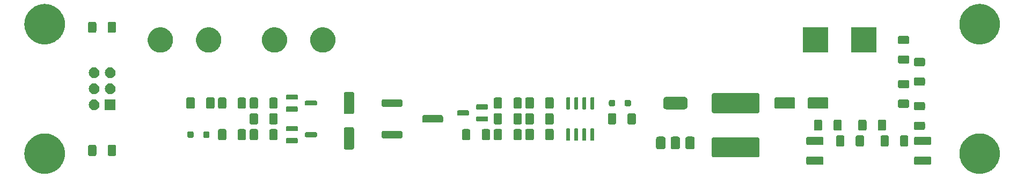
<source format=gbr>
G04 #@! TF.GenerationSoftware,KiCad,Pcbnew,8.0.5-8.0.5-0~ubuntu22.04.1*
G04 #@! TF.CreationDate,2024-09-10T18:26:46+02:00*
G04 #@! TF.ProjectId,Tube Driver,54756265-2044-4726-9976-65722e6b6963,1.0*
G04 #@! TF.SameCoordinates,Original*
G04 #@! TF.FileFunction,Soldermask,Top*
G04 #@! TF.FilePolarity,Negative*
%FSLAX46Y46*%
G04 Gerber Fmt 4.6, Leading zero omitted, Abs format (unit mm)*
G04 Created by KiCad (PCBNEW 8.0.5-8.0.5-0~ubuntu22.04.1) date 2024-09-10 18:26:46*
%MOMM*%
%LPD*%
G01*
G04 APERTURE LIST*
G04 APERTURE END LIST*
G36*
X75084866Y-112804766D02*
G01*
X75173239Y-112804766D01*
X75267593Y-112815027D01*
X75358286Y-112820121D01*
X75436297Y-112833375D01*
X75517692Y-112842228D01*
X75616827Y-112864049D01*
X75712067Y-112880231D01*
X75782406Y-112900495D01*
X75856067Y-112916709D01*
X75958574Y-112951248D01*
X76056893Y-112979573D01*
X76119045Y-113005317D01*
X76184417Y-113027344D01*
X76288715Y-113075597D01*
X76388428Y-113116900D01*
X76442068Y-113146546D01*
X76498874Y-113172827D01*
X76603243Y-113235624D01*
X76702503Y-113290483D01*
X76747599Y-113322480D01*
X76795755Y-113351455D01*
X76898321Y-113429423D01*
X76995167Y-113498139D01*
X77031908Y-113530972D01*
X77071590Y-113561138D01*
X77170412Y-113654747D01*
X77262742Y-113737258D01*
X77291553Y-113769498D01*
X77323131Y-113799410D01*
X77416173Y-113908948D01*
X77501861Y-114004833D01*
X77523383Y-114035166D01*
X77547436Y-114063483D01*
X77632634Y-114189140D01*
X77709517Y-114297497D01*
X77724576Y-114324745D01*
X77741880Y-114350266D01*
X77817197Y-114492329D01*
X77883100Y-114611572D01*
X77892691Y-114634727D01*
X77904174Y-114656386D01*
X77967585Y-114815536D01*
X78020427Y-114943107D01*
X78025682Y-114961350D01*
X78032419Y-114978257D01*
X78082018Y-115156896D01*
X78119769Y-115287933D01*
X78121926Y-115300633D01*
X78125115Y-115312116D01*
X78159106Y-115519457D01*
X78179879Y-115641714D01*
X78180259Y-115648481D01*
X78181167Y-115654020D01*
X78197856Y-115961838D01*
X78200000Y-116000000D01*
X78197856Y-116038164D01*
X78181167Y-116345979D01*
X78180259Y-116351516D01*
X78179879Y-116358286D01*
X78159102Y-116480569D01*
X78125115Y-116687883D01*
X78121927Y-116699363D01*
X78119769Y-116712067D01*
X78082010Y-116843130D01*
X78032419Y-117021742D01*
X78025683Y-117038646D01*
X78020427Y-117056893D01*
X77967574Y-117184489D01*
X77904174Y-117343613D01*
X77892693Y-117365268D01*
X77883100Y-117388428D01*
X77817184Y-117507694D01*
X77741880Y-117649733D01*
X77724579Y-117675248D01*
X77709517Y-117702503D01*
X77632618Y-117810880D01*
X77547436Y-117936516D01*
X77523387Y-117964827D01*
X77501861Y-117995167D01*
X77416156Y-118091071D01*
X77323131Y-118200589D01*
X77291559Y-118230494D01*
X77262742Y-118262742D01*
X77170393Y-118345269D01*
X77071590Y-118438861D01*
X77031915Y-118469020D01*
X76995167Y-118501861D01*
X76898301Y-118570590D01*
X76795755Y-118648544D01*
X76747609Y-118677512D01*
X76702503Y-118709517D01*
X76603222Y-118764387D01*
X76498874Y-118827172D01*
X76442079Y-118853447D01*
X76388428Y-118883100D01*
X76288694Y-118924411D01*
X76184417Y-118972655D01*
X76119058Y-118994676D01*
X76056893Y-119020427D01*
X75958554Y-119048757D01*
X75856067Y-119083290D01*
X75782420Y-119099500D01*
X75712067Y-119119769D01*
X75616807Y-119135954D01*
X75517692Y-119157771D01*
X75436309Y-119166622D01*
X75358286Y-119179879D01*
X75267588Y-119184972D01*
X75173239Y-119195234D01*
X75084866Y-119195234D01*
X75000000Y-119200000D01*
X74915134Y-119195234D01*
X74826761Y-119195234D01*
X74732411Y-119184972D01*
X74641714Y-119179879D01*
X74563691Y-119166622D01*
X74482307Y-119157771D01*
X74383187Y-119135953D01*
X74287933Y-119119769D01*
X74217582Y-119099501D01*
X74143932Y-119083290D01*
X74041438Y-119048755D01*
X73943107Y-119020427D01*
X73880945Y-118994678D01*
X73815582Y-118972655D01*
X73711295Y-118924407D01*
X73611572Y-118883100D01*
X73557925Y-118853450D01*
X73501125Y-118827172D01*
X73396764Y-118764380D01*
X73297497Y-118709517D01*
X73252396Y-118677516D01*
X73204244Y-118648544D01*
X73101683Y-118570580D01*
X73004833Y-118501861D01*
X72968089Y-118469025D01*
X72928409Y-118438861D01*
X72829588Y-118345253D01*
X72737258Y-118262742D01*
X72708445Y-118230501D01*
X72676868Y-118200589D01*
X72583823Y-118091048D01*
X72498139Y-117995167D01*
X72476617Y-117964835D01*
X72452563Y-117936516D01*
X72367358Y-117810849D01*
X72290483Y-117702503D01*
X72275424Y-117675256D01*
X72258119Y-117649733D01*
X72182791Y-117507649D01*
X72116900Y-117388428D01*
X72107310Y-117365277D01*
X72095825Y-117343613D01*
X72032399Y-117184425D01*
X71979573Y-117056893D01*
X71974318Y-117038655D01*
X71967580Y-117021742D01*
X71917961Y-116843034D01*
X71880231Y-116712067D01*
X71878074Y-116699372D01*
X71874884Y-116687883D01*
X71840869Y-116480401D01*
X71820121Y-116358286D01*
X71819741Y-116351525D01*
X71818832Y-116345979D01*
X71802114Y-116037648D01*
X71800000Y-116000000D01*
X71802114Y-115962354D01*
X71818832Y-115654020D01*
X71819741Y-115648472D01*
X71820121Y-115641714D01*
X71840864Y-115519625D01*
X71874884Y-115312116D01*
X71878074Y-115300624D01*
X71880231Y-115287933D01*
X71917954Y-115156992D01*
X71967580Y-114978257D01*
X71974319Y-114961341D01*
X71979573Y-114943107D01*
X72032388Y-114815599D01*
X72095825Y-114656386D01*
X72107312Y-114634718D01*
X72116900Y-114611572D01*
X72182778Y-114492373D01*
X72258119Y-114350266D01*
X72275427Y-114324737D01*
X72290483Y-114297497D01*
X72367343Y-114189172D01*
X72452563Y-114063483D01*
X72476621Y-114035158D01*
X72498139Y-114004833D01*
X72583806Y-113908970D01*
X72676868Y-113799410D01*
X72708451Y-113769492D01*
X72737258Y-113737258D01*
X72829569Y-113654763D01*
X72928409Y-113561138D01*
X72968097Y-113530967D01*
X73004833Y-113498139D01*
X73101663Y-113429433D01*
X73204244Y-113351455D01*
X73252405Y-113322477D01*
X73297497Y-113290483D01*
X73396744Y-113235630D01*
X73501125Y-113172827D01*
X73557936Y-113146543D01*
X73611572Y-113116900D01*
X73711275Y-113075601D01*
X73815582Y-113027344D01*
X73880958Y-113005315D01*
X73943107Y-112979573D01*
X74041418Y-112951250D01*
X74143932Y-112916709D01*
X74217596Y-112900494D01*
X74287933Y-112880231D01*
X74383167Y-112864049D01*
X74482307Y-112842228D01*
X74563704Y-112833375D01*
X74641714Y-112820121D01*
X74732406Y-112815027D01*
X74826761Y-112804766D01*
X74915134Y-112804766D01*
X75000000Y-112800000D01*
X75084866Y-112804766D01*
G37*
G36*
X222584866Y-112804766D02*
G01*
X222673239Y-112804766D01*
X222767593Y-112815027D01*
X222858286Y-112820121D01*
X222936297Y-112833375D01*
X223017692Y-112842228D01*
X223116827Y-112864049D01*
X223212067Y-112880231D01*
X223282406Y-112900495D01*
X223356067Y-112916709D01*
X223458574Y-112951248D01*
X223556893Y-112979573D01*
X223619045Y-113005317D01*
X223684417Y-113027344D01*
X223788715Y-113075597D01*
X223888428Y-113116900D01*
X223942068Y-113146546D01*
X223998874Y-113172827D01*
X224103243Y-113235624D01*
X224202503Y-113290483D01*
X224247599Y-113322480D01*
X224295755Y-113351455D01*
X224398321Y-113429423D01*
X224495167Y-113498139D01*
X224531908Y-113530972D01*
X224571590Y-113561138D01*
X224670412Y-113654747D01*
X224762742Y-113737258D01*
X224791553Y-113769498D01*
X224823131Y-113799410D01*
X224916173Y-113908948D01*
X225001861Y-114004833D01*
X225023383Y-114035166D01*
X225047436Y-114063483D01*
X225132634Y-114189140D01*
X225209517Y-114297497D01*
X225224576Y-114324745D01*
X225241880Y-114350266D01*
X225317197Y-114492329D01*
X225383100Y-114611572D01*
X225392691Y-114634727D01*
X225404174Y-114656386D01*
X225467585Y-114815536D01*
X225520427Y-114943107D01*
X225525682Y-114961350D01*
X225532419Y-114978257D01*
X225582018Y-115156896D01*
X225619769Y-115287933D01*
X225621926Y-115300633D01*
X225625115Y-115312116D01*
X225659106Y-115519457D01*
X225679879Y-115641714D01*
X225680259Y-115648481D01*
X225681167Y-115654020D01*
X225697856Y-115961838D01*
X225700000Y-116000000D01*
X225697856Y-116038164D01*
X225681167Y-116345979D01*
X225680259Y-116351516D01*
X225679879Y-116358286D01*
X225659102Y-116480569D01*
X225625115Y-116687883D01*
X225621927Y-116699363D01*
X225619769Y-116712067D01*
X225582010Y-116843130D01*
X225532419Y-117021742D01*
X225525683Y-117038646D01*
X225520427Y-117056893D01*
X225467574Y-117184489D01*
X225404174Y-117343613D01*
X225392693Y-117365268D01*
X225383100Y-117388428D01*
X225317184Y-117507694D01*
X225241880Y-117649733D01*
X225224579Y-117675248D01*
X225209517Y-117702503D01*
X225132618Y-117810880D01*
X225047436Y-117936516D01*
X225023387Y-117964827D01*
X225001861Y-117995167D01*
X224916156Y-118091071D01*
X224823131Y-118200589D01*
X224791559Y-118230494D01*
X224762742Y-118262742D01*
X224670393Y-118345269D01*
X224571590Y-118438861D01*
X224531915Y-118469020D01*
X224495167Y-118501861D01*
X224398301Y-118570590D01*
X224295755Y-118648544D01*
X224247609Y-118677512D01*
X224202503Y-118709517D01*
X224103222Y-118764387D01*
X223998874Y-118827172D01*
X223942079Y-118853447D01*
X223888428Y-118883100D01*
X223788694Y-118924411D01*
X223684417Y-118972655D01*
X223619058Y-118994676D01*
X223556893Y-119020427D01*
X223458554Y-119048757D01*
X223356067Y-119083290D01*
X223282420Y-119099500D01*
X223212067Y-119119769D01*
X223116807Y-119135954D01*
X223017692Y-119157771D01*
X222936309Y-119166622D01*
X222858286Y-119179879D01*
X222767588Y-119184972D01*
X222673239Y-119195234D01*
X222584866Y-119195234D01*
X222500000Y-119200000D01*
X222415134Y-119195234D01*
X222326761Y-119195234D01*
X222232411Y-119184972D01*
X222141714Y-119179879D01*
X222063691Y-119166622D01*
X221982307Y-119157771D01*
X221883187Y-119135953D01*
X221787933Y-119119769D01*
X221717582Y-119099501D01*
X221643932Y-119083290D01*
X221541438Y-119048755D01*
X221443107Y-119020427D01*
X221380945Y-118994678D01*
X221315582Y-118972655D01*
X221211295Y-118924407D01*
X221111572Y-118883100D01*
X221057925Y-118853450D01*
X221001125Y-118827172D01*
X220896764Y-118764380D01*
X220797497Y-118709517D01*
X220752396Y-118677516D01*
X220704244Y-118648544D01*
X220601683Y-118570580D01*
X220504833Y-118501861D01*
X220468089Y-118469025D01*
X220428409Y-118438861D01*
X220329588Y-118345253D01*
X220237258Y-118262742D01*
X220208445Y-118230501D01*
X220176868Y-118200589D01*
X220083823Y-118091048D01*
X219998139Y-117995167D01*
X219976617Y-117964835D01*
X219952563Y-117936516D01*
X219867358Y-117810849D01*
X219790483Y-117702503D01*
X219775424Y-117675256D01*
X219758119Y-117649733D01*
X219682791Y-117507649D01*
X219616900Y-117388428D01*
X219607310Y-117365277D01*
X219595825Y-117343613D01*
X219532399Y-117184425D01*
X219479573Y-117056893D01*
X219474318Y-117038655D01*
X219467580Y-117021742D01*
X219417961Y-116843034D01*
X219380231Y-116712067D01*
X219378074Y-116699372D01*
X219374884Y-116687883D01*
X219340869Y-116480401D01*
X219320121Y-116358286D01*
X219319741Y-116351525D01*
X219318832Y-116345979D01*
X219302114Y-116037648D01*
X219300000Y-116000000D01*
X219302114Y-115962354D01*
X219318832Y-115654020D01*
X219319741Y-115648472D01*
X219320121Y-115641714D01*
X219340864Y-115519625D01*
X219374884Y-115312116D01*
X219378074Y-115300624D01*
X219380231Y-115287933D01*
X219417954Y-115156992D01*
X219467580Y-114978257D01*
X219474319Y-114961341D01*
X219479573Y-114943107D01*
X219532388Y-114815599D01*
X219595825Y-114656386D01*
X219607312Y-114634718D01*
X219616900Y-114611572D01*
X219682778Y-114492373D01*
X219758119Y-114350266D01*
X219775427Y-114324737D01*
X219790483Y-114297497D01*
X219867343Y-114189172D01*
X219952563Y-114063483D01*
X219976621Y-114035158D01*
X219998139Y-114004833D01*
X220083806Y-113908970D01*
X220176868Y-113799410D01*
X220208451Y-113769492D01*
X220237258Y-113737258D01*
X220329569Y-113654763D01*
X220428409Y-113561138D01*
X220468097Y-113530967D01*
X220504833Y-113498139D01*
X220601663Y-113429433D01*
X220704244Y-113351455D01*
X220752405Y-113322477D01*
X220797497Y-113290483D01*
X220896744Y-113235630D01*
X221001125Y-113172827D01*
X221057936Y-113146543D01*
X221111572Y-113116900D01*
X221211275Y-113075601D01*
X221315582Y-113027344D01*
X221380958Y-113005315D01*
X221443107Y-112979573D01*
X221541418Y-112951250D01*
X221643932Y-112916709D01*
X221717596Y-112900494D01*
X221787933Y-112880231D01*
X221883167Y-112864049D01*
X221982307Y-112842228D01*
X222063704Y-112833375D01*
X222141714Y-112820121D01*
X222232406Y-112815027D01*
X222326761Y-112804766D01*
X222415134Y-112804766D01*
X222500000Y-112800000D01*
X222584866Y-112804766D01*
G37*
G36*
X197604047Y-116463305D02*
G01*
X197655408Y-116469264D01*
X197672954Y-116477011D01*
X197695671Y-116481530D01*
X197719991Y-116497780D01*
X197740793Y-116506965D01*
X197755000Y-116521172D01*
X197776777Y-116535723D01*
X197791327Y-116557499D01*
X197805534Y-116571706D01*
X197814718Y-116592506D01*
X197830970Y-116616829D01*
X197835489Y-116639548D01*
X197843235Y-116657091D01*
X197849192Y-116708440D01*
X197850000Y-116712500D01*
X197850000Y-117537500D01*
X197849192Y-117541559D01*
X197843235Y-117592908D01*
X197835489Y-117610450D01*
X197830970Y-117633171D01*
X197814716Y-117657495D01*
X197805534Y-117678293D01*
X197791329Y-117692497D01*
X197776777Y-117714277D01*
X197754997Y-117728829D01*
X197740793Y-117743034D01*
X197719995Y-117752216D01*
X197695671Y-117768470D01*
X197672950Y-117772989D01*
X197655408Y-117780735D01*
X197604061Y-117786692D01*
X197600000Y-117787500D01*
X195400000Y-117787500D01*
X195395941Y-117786692D01*
X195344591Y-117780735D01*
X195327048Y-117772989D01*
X195304329Y-117768470D01*
X195280006Y-117752218D01*
X195259206Y-117743034D01*
X195244999Y-117728827D01*
X195223223Y-117714277D01*
X195208672Y-117692500D01*
X195194465Y-117678293D01*
X195185280Y-117657491D01*
X195169030Y-117633171D01*
X195164511Y-117610454D01*
X195156764Y-117592908D01*
X195150805Y-117541549D01*
X195150000Y-117537500D01*
X195150000Y-116712500D01*
X195150804Y-116708453D01*
X195156764Y-116657091D01*
X195164511Y-116639543D01*
X195169030Y-116616829D01*
X195185278Y-116592510D01*
X195194465Y-116571706D01*
X195208674Y-116557496D01*
X195223223Y-116535723D01*
X195244996Y-116521174D01*
X195259206Y-116506965D01*
X195280010Y-116497778D01*
X195304329Y-116481530D01*
X195327043Y-116477011D01*
X195344591Y-116469264D01*
X195395952Y-116463305D01*
X195400000Y-116462500D01*
X197600000Y-116462500D01*
X197604047Y-116463305D01*
G37*
G36*
X214604047Y-116463305D02*
G01*
X214655408Y-116469264D01*
X214672954Y-116477011D01*
X214695671Y-116481530D01*
X214719991Y-116497780D01*
X214740793Y-116506965D01*
X214755000Y-116521172D01*
X214776777Y-116535723D01*
X214791327Y-116557499D01*
X214805534Y-116571706D01*
X214814718Y-116592506D01*
X214830970Y-116616829D01*
X214835489Y-116639548D01*
X214843235Y-116657091D01*
X214849192Y-116708440D01*
X214850000Y-116712500D01*
X214850000Y-117537500D01*
X214849192Y-117541559D01*
X214843235Y-117592908D01*
X214835489Y-117610450D01*
X214830970Y-117633171D01*
X214814716Y-117657495D01*
X214805534Y-117678293D01*
X214791329Y-117692497D01*
X214776777Y-117714277D01*
X214754997Y-117728829D01*
X214740793Y-117743034D01*
X214719995Y-117752216D01*
X214695671Y-117768470D01*
X214672950Y-117772989D01*
X214655408Y-117780735D01*
X214604061Y-117786692D01*
X214600000Y-117787500D01*
X212400000Y-117787500D01*
X212395941Y-117786692D01*
X212344591Y-117780735D01*
X212327048Y-117772989D01*
X212304329Y-117768470D01*
X212280006Y-117752218D01*
X212259206Y-117743034D01*
X212244999Y-117728827D01*
X212223223Y-117714277D01*
X212208672Y-117692500D01*
X212194465Y-117678293D01*
X212185280Y-117657491D01*
X212169030Y-117633171D01*
X212164511Y-117610454D01*
X212156764Y-117592908D01*
X212150805Y-117541549D01*
X212150000Y-117537500D01*
X212150000Y-116712500D01*
X212150804Y-116708453D01*
X212156764Y-116657091D01*
X212164511Y-116639543D01*
X212169030Y-116616829D01*
X212185278Y-116592510D01*
X212194465Y-116571706D01*
X212208674Y-116557496D01*
X212223223Y-116535723D01*
X212244996Y-116521174D01*
X212259206Y-116506965D01*
X212280010Y-116497778D01*
X212304329Y-116481530D01*
X212327043Y-116477011D01*
X212344591Y-116469264D01*
X212395952Y-116463305D01*
X212400000Y-116462500D01*
X214600000Y-116462500D01*
X214604047Y-116463305D01*
G37*
G36*
X187512822Y-113410904D02*
G01*
X187518095Y-113413363D01*
X187520634Y-113413733D01*
X187556697Y-113431363D01*
X187613544Y-113457871D01*
X187692129Y-113536456D01*
X187718647Y-113593325D01*
X187736266Y-113629365D01*
X187736635Y-113631901D01*
X187739096Y-113637178D01*
X187750000Y-113720000D01*
X187750000Y-116280000D01*
X187739096Y-116362822D01*
X187736635Y-116368098D01*
X187736266Y-116370634D01*
X187718657Y-116406653D01*
X187692129Y-116463544D01*
X187613544Y-116542129D01*
X187556653Y-116568657D01*
X187520634Y-116586266D01*
X187518098Y-116586635D01*
X187512822Y-116589096D01*
X187430000Y-116600000D01*
X180570000Y-116600000D01*
X180487178Y-116589096D01*
X180481901Y-116586635D01*
X180479365Y-116586266D01*
X180443325Y-116568647D01*
X180386456Y-116542129D01*
X180307871Y-116463544D01*
X180281363Y-116406697D01*
X180263733Y-116370634D01*
X180263363Y-116368095D01*
X180260904Y-116362822D01*
X180250000Y-116280000D01*
X180250000Y-113720000D01*
X180260904Y-113637178D01*
X180263363Y-113631904D01*
X180263733Y-113629365D01*
X180281373Y-113593280D01*
X180307871Y-113536456D01*
X180386456Y-113457871D01*
X180443280Y-113431373D01*
X180479365Y-113413733D01*
X180481904Y-113413363D01*
X180487178Y-113410904D01*
X180570000Y-113400000D01*
X187430000Y-113400000D01*
X187512822Y-113410904D01*
G37*
G36*
X82904047Y-114625805D02*
G01*
X82955408Y-114631764D01*
X82972954Y-114639511D01*
X82995671Y-114644030D01*
X83019991Y-114660280D01*
X83040793Y-114669465D01*
X83055000Y-114683672D01*
X83076777Y-114698223D01*
X83091327Y-114719999D01*
X83105534Y-114734206D01*
X83114718Y-114755006D01*
X83130970Y-114779329D01*
X83135489Y-114802048D01*
X83143235Y-114819591D01*
X83149192Y-114870940D01*
X83150000Y-114875000D01*
X83150000Y-116125000D01*
X83149192Y-116129059D01*
X83143235Y-116180408D01*
X83135489Y-116197950D01*
X83130970Y-116220671D01*
X83114716Y-116244995D01*
X83105534Y-116265793D01*
X83091329Y-116279997D01*
X83076777Y-116301777D01*
X83054997Y-116316329D01*
X83040793Y-116330534D01*
X83019995Y-116339716D01*
X82995671Y-116355970D01*
X82972950Y-116360489D01*
X82955408Y-116368235D01*
X82904061Y-116374192D01*
X82900000Y-116375000D01*
X82100000Y-116375000D01*
X82095941Y-116374192D01*
X82044591Y-116368235D01*
X82027048Y-116360489D01*
X82004329Y-116355970D01*
X81980006Y-116339718D01*
X81959206Y-116330534D01*
X81944999Y-116316327D01*
X81923223Y-116301777D01*
X81908672Y-116280000D01*
X81894465Y-116265793D01*
X81885280Y-116244991D01*
X81869030Y-116220671D01*
X81864511Y-116197954D01*
X81856764Y-116180408D01*
X81850805Y-116129049D01*
X81850000Y-116125000D01*
X81850000Y-114875000D01*
X81850804Y-114870953D01*
X81856764Y-114819591D01*
X81864511Y-114802043D01*
X81869030Y-114779329D01*
X81885278Y-114755010D01*
X81894465Y-114734206D01*
X81908674Y-114719996D01*
X81923223Y-114698223D01*
X81944996Y-114683674D01*
X81959206Y-114669465D01*
X81980010Y-114660278D01*
X82004329Y-114644030D01*
X82027043Y-114639511D01*
X82044591Y-114631764D01*
X82095952Y-114625805D01*
X82100000Y-114625000D01*
X82900000Y-114625000D01*
X82904047Y-114625805D01*
G37*
G36*
X86004047Y-114625805D02*
G01*
X86055408Y-114631764D01*
X86072954Y-114639511D01*
X86095671Y-114644030D01*
X86119991Y-114660280D01*
X86140793Y-114669465D01*
X86155000Y-114683672D01*
X86176777Y-114698223D01*
X86191327Y-114719999D01*
X86205534Y-114734206D01*
X86214718Y-114755006D01*
X86230970Y-114779329D01*
X86235489Y-114802048D01*
X86243235Y-114819591D01*
X86249192Y-114870940D01*
X86250000Y-114875000D01*
X86250000Y-116125000D01*
X86249192Y-116129059D01*
X86243235Y-116180408D01*
X86235489Y-116197950D01*
X86230970Y-116220671D01*
X86214716Y-116244995D01*
X86205534Y-116265793D01*
X86191329Y-116279997D01*
X86176777Y-116301777D01*
X86154997Y-116316329D01*
X86140793Y-116330534D01*
X86119995Y-116339716D01*
X86095671Y-116355970D01*
X86072950Y-116360489D01*
X86055408Y-116368235D01*
X86004061Y-116374192D01*
X86000000Y-116375000D01*
X85200000Y-116375000D01*
X85195941Y-116374192D01*
X85144591Y-116368235D01*
X85127048Y-116360489D01*
X85104329Y-116355970D01*
X85080006Y-116339718D01*
X85059206Y-116330534D01*
X85044999Y-116316327D01*
X85023223Y-116301777D01*
X85008672Y-116280000D01*
X84994465Y-116265793D01*
X84985280Y-116244991D01*
X84969030Y-116220671D01*
X84964511Y-116197954D01*
X84956764Y-116180408D01*
X84950805Y-116129049D01*
X84950000Y-116125000D01*
X84950000Y-114875000D01*
X84950804Y-114870953D01*
X84956764Y-114819591D01*
X84964511Y-114802043D01*
X84969030Y-114779329D01*
X84985278Y-114755010D01*
X84994465Y-114734206D01*
X85008674Y-114719996D01*
X85023223Y-114698223D01*
X85044996Y-114683674D01*
X85059206Y-114669465D01*
X85080010Y-114660278D01*
X85104329Y-114644030D01*
X85127043Y-114639511D01*
X85144591Y-114631764D01*
X85195952Y-114625805D01*
X85200000Y-114625000D01*
X86000000Y-114625000D01*
X86004047Y-114625805D01*
G37*
G36*
X123554047Y-111850805D02*
G01*
X123605408Y-111856764D01*
X123622954Y-111864511D01*
X123645671Y-111869030D01*
X123669991Y-111885280D01*
X123690793Y-111894465D01*
X123705000Y-111908672D01*
X123726777Y-111923223D01*
X123741327Y-111944999D01*
X123755534Y-111959206D01*
X123764718Y-111980006D01*
X123780970Y-112004329D01*
X123785489Y-112027048D01*
X123793235Y-112044591D01*
X123799192Y-112095940D01*
X123800000Y-112100000D01*
X123800000Y-115100000D01*
X123799192Y-115104059D01*
X123793235Y-115155408D01*
X123785489Y-115172950D01*
X123780970Y-115195671D01*
X123764716Y-115219995D01*
X123755534Y-115240793D01*
X123741329Y-115254997D01*
X123726777Y-115276777D01*
X123704997Y-115291329D01*
X123690793Y-115305534D01*
X123669995Y-115314716D01*
X123645671Y-115330970D01*
X123622950Y-115335489D01*
X123605408Y-115343235D01*
X123554061Y-115349192D01*
X123550000Y-115350000D01*
X122450000Y-115350000D01*
X122445941Y-115349192D01*
X122394591Y-115343235D01*
X122377048Y-115335489D01*
X122354329Y-115330970D01*
X122330006Y-115314718D01*
X122309206Y-115305534D01*
X122294999Y-115291327D01*
X122273223Y-115276777D01*
X122258672Y-115255000D01*
X122244465Y-115240793D01*
X122235280Y-115219991D01*
X122219030Y-115195671D01*
X122214511Y-115172954D01*
X122206764Y-115155408D01*
X122200805Y-115104049D01*
X122200000Y-115100000D01*
X122200000Y-112100000D01*
X122200804Y-112095953D01*
X122206764Y-112044591D01*
X122214511Y-112027043D01*
X122219030Y-112004329D01*
X122235278Y-111980010D01*
X122244465Y-111959206D01*
X122258674Y-111944996D01*
X122273223Y-111923223D01*
X122294996Y-111908674D01*
X122309206Y-111894465D01*
X122330010Y-111885278D01*
X122354329Y-111869030D01*
X122377043Y-111864511D01*
X122394591Y-111856764D01*
X122445952Y-111850805D01*
X122450000Y-111850000D01*
X123550000Y-111850000D01*
X123554047Y-111850805D01*
G37*
G36*
X172682001Y-113315590D02*
G01*
X172687992Y-113318518D01*
X172690689Y-113318946D01*
X172733828Y-113340926D01*
X172792904Y-113369807D01*
X172880193Y-113457096D01*
X172909091Y-113516209D01*
X172931053Y-113559311D01*
X172931479Y-113562004D01*
X172934410Y-113567999D01*
X172950000Y-113675000D01*
X172950000Y-114925000D01*
X172934410Y-115032001D01*
X172931479Y-115037995D01*
X172931053Y-115040689D01*
X172909096Y-115083779D01*
X172880193Y-115142904D01*
X172792904Y-115230193D01*
X172733765Y-115259104D01*
X172690688Y-115281053D01*
X172687995Y-115281479D01*
X172682001Y-115284410D01*
X172575000Y-115300000D01*
X171825000Y-115300000D01*
X171717999Y-115284410D01*
X171712005Y-115281479D01*
X171709310Y-115281053D01*
X171666195Y-115259084D01*
X171607096Y-115230193D01*
X171519807Y-115142904D01*
X171490919Y-115083813D01*
X171468946Y-115040688D01*
X171468519Y-115037992D01*
X171465590Y-115032001D01*
X171450000Y-114925000D01*
X171450000Y-113675000D01*
X171465590Y-113567999D01*
X171468518Y-113562008D01*
X171468946Y-113559310D01*
X171490938Y-113516147D01*
X171519807Y-113457096D01*
X171607096Y-113369807D01*
X171666161Y-113340931D01*
X171709311Y-113318946D01*
X171712007Y-113318518D01*
X171717999Y-113315590D01*
X171825000Y-113300000D01*
X172575000Y-113300000D01*
X172682001Y-113315590D01*
G37*
G36*
X174982001Y-113315590D02*
G01*
X174987992Y-113318518D01*
X174990689Y-113318946D01*
X175033828Y-113340926D01*
X175092904Y-113369807D01*
X175180193Y-113457096D01*
X175209091Y-113516209D01*
X175231053Y-113559311D01*
X175231479Y-113562004D01*
X175234410Y-113567999D01*
X175250000Y-113675000D01*
X175250000Y-114925000D01*
X175234410Y-115032001D01*
X175231479Y-115037995D01*
X175231053Y-115040689D01*
X175209096Y-115083779D01*
X175180193Y-115142904D01*
X175092904Y-115230193D01*
X175033765Y-115259104D01*
X174990688Y-115281053D01*
X174987995Y-115281479D01*
X174982001Y-115284410D01*
X174875000Y-115300000D01*
X174125000Y-115300000D01*
X174017999Y-115284410D01*
X174012005Y-115281479D01*
X174009310Y-115281053D01*
X173966195Y-115259084D01*
X173907096Y-115230193D01*
X173819807Y-115142904D01*
X173790919Y-115083813D01*
X173768946Y-115040688D01*
X173768519Y-115037992D01*
X173765590Y-115032001D01*
X173750000Y-114925000D01*
X173750000Y-113675000D01*
X173765590Y-113567999D01*
X173768518Y-113562008D01*
X173768946Y-113559310D01*
X173790938Y-113516147D01*
X173819807Y-113457096D01*
X173907096Y-113369807D01*
X173966161Y-113340931D01*
X174009311Y-113318946D01*
X174012007Y-113318518D01*
X174017999Y-113315590D01*
X174125000Y-113300000D01*
X174875000Y-113300000D01*
X174982001Y-113315590D01*
G37*
G36*
X177282001Y-113315590D02*
G01*
X177287992Y-113318518D01*
X177290689Y-113318946D01*
X177333828Y-113340926D01*
X177392904Y-113369807D01*
X177480193Y-113457096D01*
X177509091Y-113516209D01*
X177531053Y-113559311D01*
X177531479Y-113562004D01*
X177534410Y-113567999D01*
X177550000Y-113675000D01*
X177550000Y-114925000D01*
X177534410Y-115032001D01*
X177531479Y-115037995D01*
X177531053Y-115040689D01*
X177509096Y-115083779D01*
X177480193Y-115142904D01*
X177392904Y-115230193D01*
X177333765Y-115259104D01*
X177290688Y-115281053D01*
X177287995Y-115281479D01*
X177282001Y-115284410D01*
X177175000Y-115300000D01*
X176425000Y-115300000D01*
X176317999Y-115284410D01*
X176312005Y-115281479D01*
X176309310Y-115281053D01*
X176266195Y-115259084D01*
X176207096Y-115230193D01*
X176119807Y-115142904D01*
X176090919Y-115083813D01*
X176068946Y-115040688D01*
X176068519Y-115037992D01*
X176065590Y-115032001D01*
X176050000Y-114925000D01*
X176050000Y-113675000D01*
X176065590Y-113567999D01*
X176068518Y-113562008D01*
X176068946Y-113559310D01*
X176090938Y-113516147D01*
X176119807Y-113457096D01*
X176207096Y-113369807D01*
X176266161Y-113340931D01*
X176309311Y-113318946D01*
X176312007Y-113318518D01*
X176317999Y-113315590D01*
X176425000Y-113300000D01*
X177175000Y-113300000D01*
X177282001Y-113315590D01*
G37*
G36*
X200904047Y-113125805D02*
G01*
X200955408Y-113131764D01*
X200972954Y-113139511D01*
X200995671Y-113144030D01*
X201019991Y-113160280D01*
X201040793Y-113169465D01*
X201055000Y-113183672D01*
X201076777Y-113198223D01*
X201091327Y-113219999D01*
X201105534Y-113234206D01*
X201114718Y-113255006D01*
X201130970Y-113279329D01*
X201135489Y-113302048D01*
X201143235Y-113319591D01*
X201149192Y-113370940D01*
X201150000Y-113375000D01*
X201150000Y-114625000D01*
X201149192Y-114629059D01*
X201143235Y-114680408D01*
X201135489Y-114697950D01*
X201130970Y-114720671D01*
X201114716Y-114744995D01*
X201105534Y-114765793D01*
X201091329Y-114779997D01*
X201076777Y-114801777D01*
X201054997Y-114816329D01*
X201040793Y-114830534D01*
X201019995Y-114839716D01*
X200995671Y-114855970D01*
X200972950Y-114860489D01*
X200955408Y-114868235D01*
X200904061Y-114874192D01*
X200900000Y-114875000D01*
X200100000Y-114875000D01*
X200095941Y-114874192D01*
X200044591Y-114868235D01*
X200027048Y-114860489D01*
X200004329Y-114855970D01*
X199980006Y-114839718D01*
X199959206Y-114830534D01*
X199944999Y-114816327D01*
X199923223Y-114801777D01*
X199908672Y-114780000D01*
X199894465Y-114765793D01*
X199885280Y-114744991D01*
X199869030Y-114720671D01*
X199864511Y-114697954D01*
X199856764Y-114680408D01*
X199850805Y-114629049D01*
X199850000Y-114625000D01*
X199850000Y-113375000D01*
X199850804Y-113370953D01*
X199856764Y-113319591D01*
X199864511Y-113302043D01*
X199869030Y-113279329D01*
X199885278Y-113255010D01*
X199894465Y-113234206D01*
X199908674Y-113219996D01*
X199923223Y-113198223D01*
X199944996Y-113183674D01*
X199959206Y-113169465D01*
X199980010Y-113160278D01*
X200004329Y-113144030D01*
X200027043Y-113139511D01*
X200044591Y-113131764D01*
X200095952Y-113125805D01*
X200100000Y-113125000D01*
X200900000Y-113125000D01*
X200904047Y-113125805D01*
G37*
G36*
X204004047Y-113125805D02*
G01*
X204055408Y-113131764D01*
X204072954Y-113139511D01*
X204095671Y-113144030D01*
X204119991Y-113160280D01*
X204140793Y-113169465D01*
X204155000Y-113183672D01*
X204176777Y-113198223D01*
X204191327Y-113219999D01*
X204205534Y-113234206D01*
X204214718Y-113255006D01*
X204230970Y-113279329D01*
X204235489Y-113302048D01*
X204243235Y-113319591D01*
X204249192Y-113370940D01*
X204250000Y-113375000D01*
X204250000Y-114625000D01*
X204249192Y-114629059D01*
X204243235Y-114680408D01*
X204235489Y-114697950D01*
X204230970Y-114720671D01*
X204214716Y-114744995D01*
X204205534Y-114765793D01*
X204191329Y-114779997D01*
X204176777Y-114801777D01*
X204154997Y-114816329D01*
X204140793Y-114830534D01*
X204119995Y-114839716D01*
X204095671Y-114855970D01*
X204072950Y-114860489D01*
X204055408Y-114868235D01*
X204004061Y-114874192D01*
X204000000Y-114875000D01*
X203200000Y-114875000D01*
X203195941Y-114874192D01*
X203144591Y-114868235D01*
X203127048Y-114860489D01*
X203104329Y-114855970D01*
X203080006Y-114839718D01*
X203059206Y-114830534D01*
X203044999Y-114816327D01*
X203023223Y-114801777D01*
X203008672Y-114780000D01*
X202994465Y-114765793D01*
X202985280Y-114744991D01*
X202969030Y-114720671D01*
X202964511Y-114697954D01*
X202956764Y-114680408D01*
X202950805Y-114629049D01*
X202950000Y-114625000D01*
X202950000Y-113375000D01*
X202950804Y-113370953D01*
X202956764Y-113319591D01*
X202964511Y-113302043D01*
X202969030Y-113279329D01*
X202985278Y-113255010D01*
X202994465Y-113234206D01*
X203008674Y-113219996D01*
X203023223Y-113198223D01*
X203044996Y-113183674D01*
X203059206Y-113169465D01*
X203080010Y-113160278D01*
X203104329Y-113144030D01*
X203127043Y-113139511D01*
X203144591Y-113131764D01*
X203195952Y-113125805D01*
X203200000Y-113125000D01*
X204000000Y-113125000D01*
X204004047Y-113125805D01*
G37*
G36*
X207904047Y-113125805D02*
G01*
X207955408Y-113131764D01*
X207972954Y-113139511D01*
X207995671Y-113144030D01*
X208019991Y-113160280D01*
X208040793Y-113169465D01*
X208055000Y-113183672D01*
X208076777Y-113198223D01*
X208091327Y-113219999D01*
X208105534Y-113234206D01*
X208114718Y-113255006D01*
X208130970Y-113279329D01*
X208135489Y-113302048D01*
X208143235Y-113319591D01*
X208149192Y-113370940D01*
X208150000Y-113375000D01*
X208150000Y-114625000D01*
X208149192Y-114629059D01*
X208143235Y-114680408D01*
X208135489Y-114697950D01*
X208130970Y-114720671D01*
X208114716Y-114744995D01*
X208105534Y-114765793D01*
X208091329Y-114779997D01*
X208076777Y-114801777D01*
X208054997Y-114816329D01*
X208040793Y-114830534D01*
X208019995Y-114839716D01*
X207995671Y-114855970D01*
X207972950Y-114860489D01*
X207955408Y-114868235D01*
X207904061Y-114874192D01*
X207900000Y-114875000D01*
X207100000Y-114875000D01*
X207095941Y-114874192D01*
X207044591Y-114868235D01*
X207027048Y-114860489D01*
X207004329Y-114855970D01*
X206980006Y-114839718D01*
X206959206Y-114830534D01*
X206944999Y-114816327D01*
X206923223Y-114801777D01*
X206908672Y-114780000D01*
X206894465Y-114765793D01*
X206885280Y-114744991D01*
X206869030Y-114720671D01*
X206864511Y-114697954D01*
X206856764Y-114680408D01*
X206850805Y-114629049D01*
X206850000Y-114625000D01*
X206850000Y-113375000D01*
X206850804Y-113370953D01*
X206856764Y-113319591D01*
X206864511Y-113302043D01*
X206869030Y-113279329D01*
X206885278Y-113255010D01*
X206894465Y-113234206D01*
X206908674Y-113219996D01*
X206923223Y-113198223D01*
X206944996Y-113183674D01*
X206959206Y-113169465D01*
X206980010Y-113160278D01*
X207004329Y-113144030D01*
X207027043Y-113139511D01*
X207044591Y-113131764D01*
X207095952Y-113125805D01*
X207100000Y-113125000D01*
X207900000Y-113125000D01*
X207904047Y-113125805D01*
G37*
G36*
X211004047Y-113125805D02*
G01*
X211055408Y-113131764D01*
X211072954Y-113139511D01*
X211095671Y-113144030D01*
X211119991Y-113160280D01*
X211140793Y-113169465D01*
X211155000Y-113183672D01*
X211176777Y-113198223D01*
X211191327Y-113219999D01*
X211205534Y-113234206D01*
X211214718Y-113255006D01*
X211230970Y-113279329D01*
X211235489Y-113302048D01*
X211243235Y-113319591D01*
X211249192Y-113370940D01*
X211250000Y-113375000D01*
X211250000Y-114625000D01*
X211249192Y-114629059D01*
X211243235Y-114680408D01*
X211235489Y-114697950D01*
X211230970Y-114720671D01*
X211214716Y-114744995D01*
X211205534Y-114765793D01*
X211191329Y-114779997D01*
X211176777Y-114801777D01*
X211154997Y-114816329D01*
X211140793Y-114830534D01*
X211119995Y-114839716D01*
X211095671Y-114855970D01*
X211072950Y-114860489D01*
X211055408Y-114868235D01*
X211004061Y-114874192D01*
X211000000Y-114875000D01*
X210200000Y-114875000D01*
X210195941Y-114874192D01*
X210144591Y-114868235D01*
X210127048Y-114860489D01*
X210104329Y-114855970D01*
X210080006Y-114839718D01*
X210059206Y-114830534D01*
X210044999Y-114816327D01*
X210023223Y-114801777D01*
X210008672Y-114780000D01*
X209994465Y-114765793D01*
X209985280Y-114744991D01*
X209969030Y-114720671D01*
X209964511Y-114697954D01*
X209956764Y-114680408D01*
X209950805Y-114629049D01*
X209950000Y-114625000D01*
X209950000Y-113375000D01*
X209950804Y-113370953D01*
X209956764Y-113319591D01*
X209964511Y-113302043D01*
X209969030Y-113279329D01*
X209985278Y-113255010D01*
X209994465Y-113234206D01*
X210008674Y-113219996D01*
X210023223Y-113198223D01*
X210044996Y-113183674D01*
X210059206Y-113169465D01*
X210080010Y-113160278D01*
X210104329Y-113144030D01*
X210127043Y-113139511D01*
X210144591Y-113131764D01*
X210195952Y-113125805D01*
X210200000Y-113125000D01*
X211000000Y-113125000D01*
X211004047Y-113125805D01*
G37*
G36*
X197604047Y-113338305D02*
G01*
X197655408Y-113344264D01*
X197672954Y-113352011D01*
X197695671Y-113356530D01*
X197719991Y-113372780D01*
X197740793Y-113381965D01*
X197755000Y-113396172D01*
X197776777Y-113410723D01*
X197791327Y-113432499D01*
X197805534Y-113446706D01*
X197814718Y-113467506D01*
X197830970Y-113491829D01*
X197835489Y-113514548D01*
X197843235Y-113532091D01*
X197849192Y-113583440D01*
X197850000Y-113587500D01*
X197850000Y-114412500D01*
X197849192Y-114416559D01*
X197843235Y-114467908D01*
X197835489Y-114485450D01*
X197830970Y-114508171D01*
X197814716Y-114532495D01*
X197805534Y-114553293D01*
X197791329Y-114567497D01*
X197776777Y-114589277D01*
X197754997Y-114603829D01*
X197740793Y-114618034D01*
X197719995Y-114627216D01*
X197695671Y-114643470D01*
X197672950Y-114647989D01*
X197655408Y-114655735D01*
X197604061Y-114661692D01*
X197600000Y-114662500D01*
X195400000Y-114662500D01*
X195395941Y-114661692D01*
X195344591Y-114655735D01*
X195327048Y-114647989D01*
X195304329Y-114643470D01*
X195280006Y-114627218D01*
X195259206Y-114618034D01*
X195244999Y-114603827D01*
X195223223Y-114589277D01*
X195208672Y-114567500D01*
X195194465Y-114553293D01*
X195185280Y-114532491D01*
X195169030Y-114508171D01*
X195164511Y-114485454D01*
X195156764Y-114467908D01*
X195150805Y-114416549D01*
X195150000Y-114412500D01*
X195150000Y-113587500D01*
X195150804Y-113583453D01*
X195156764Y-113532091D01*
X195164511Y-113514543D01*
X195169030Y-113491829D01*
X195185278Y-113467510D01*
X195194465Y-113446706D01*
X195208674Y-113432496D01*
X195223223Y-113410723D01*
X195244996Y-113396174D01*
X195259206Y-113381965D01*
X195280010Y-113372778D01*
X195304329Y-113356530D01*
X195327043Y-113352011D01*
X195344591Y-113344264D01*
X195395952Y-113338305D01*
X195400000Y-113337500D01*
X197600000Y-113337500D01*
X197604047Y-113338305D01*
G37*
G36*
X214604047Y-113338305D02*
G01*
X214655408Y-113344264D01*
X214672954Y-113352011D01*
X214695671Y-113356530D01*
X214719991Y-113372780D01*
X214740793Y-113381965D01*
X214755000Y-113396172D01*
X214776777Y-113410723D01*
X214791327Y-113432499D01*
X214805534Y-113446706D01*
X214814718Y-113467506D01*
X214830970Y-113491829D01*
X214835489Y-113514548D01*
X214843235Y-113532091D01*
X214849192Y-113583440D01*
X214850000Y-113587500D01*
X214850000Y-114412500D01*
X214849192Y-114416559D01*
X214843235Y-114467908D01*
X214835489Y-114485450D01*
X214830970Y-114508171D01*
X214814716Y-114532495D01*
X214805534Y-114553293D01*
X214791329Y-114567497D01*
X214776777Y-114589277D01*
X214754997Y-114603829D01*
X214740793Y-114618034D01*
X214719995Y-114627216D01*
X214695671Y-114643470D01*
X214672950Y-114647989D01*
X214655408Y-114655735D01*
X214604061Y-114661692D01*
X214600000Y-114662500D01*
X212400000Y-114662500D01*
X212395941Y-114661692D01*
X212344591Y-114655735D01*
X212327048Y-114647989D01*
X212304329Y-114643470D01*
X212280006Y-114627218D01*
X212259206Y-114618034D01*
X212244999Y-114603827D01*
X212223223Y-114589277D01*
X212208672Y-114567500D01*
X212194465Y-114553293D01*
X212185280Y-114532491D01*
X212169030Y-114508171D01*
X212164511Y-114485454D01*
X212156764Y-114467908D01*
X212150805Y-114416549D01*
X212150000Y-114412500D01*
X212150000Y-113587500D01*
X212150804Y-113583453D01*
X212156764Y-113532091D01*
X212164511Y-113514543D01*
X212169030Y-113491829D01*
X212185278Y-113467510D01*
X212194465Y-113446706D01*
X212208674Y-113432496D01*
X212223223Y-113410723D01*
X212244996Y-113396174D01*
X212259206Y-113381965D01*
X212280010Y-113372778D01*
X212304329Y-113356530D01*
X212327043Y-113352011D01*
X212344591Y-113344264D01*
X212395952Y-113338305D01*
X212400000Y-113337500D01*
X214600000Y-113337500D01*
X214604047Y-113338305D01*
G37*
G36*
X114826537Y-113565224D02*
G01*
X114891421Y-113608579D01*
X114934776Y-113673463D01*
X114950000Y-113750000D01*
X114950000Y-114150000D01*
X114934776Y-114226537D01*
X114891421Y-114291421D01*
X114826537Y-114334776D01*
X114750000Y-114350000D01*
X113250000Y-114350000D01*
X113173463Y-114334776D01*
X113108579Y-114291421D01*
X113065224Y-114226537D01*
X113050000Y-114150000D01*
X113050000Y-113750000D01*
X113065224Y-113673463D01*
X113108579Y-113608579D01*
X113173463Y-113565224D01*
X113250000Y-113550000D01*
X114750000Y-113550000D01*
X114826537Y-113565224D01*
G37*
G36*
X157802403Y-112011418D02*
G01*
X157851066Y-112043934D01*
X157883582Y-112092597D01*
X157895000Y-112150000D01*
X157895000Y-113800000D01*
X157883582Y-113857403D01*
X157851066Y-113906066D01*
X157802403Y-113938582D01*
X157745000Y-113950000D01*
X157445000Y-113950000D01*
X157387597Y-113938582D01*
X157338934Y-113906066D01*
X157306418Y-113857403D01*
X157295000Y-113800000D01*
X157295000Y-112150000D01*
X157306418Y-112092597D01*
X157338934Y-112043934D01*
X157387597Y-112011418D01*
X157445000Y-112000000D01*
X157745000Y-112000000D01*
X157802403Y-112011418D01*
G37*
G36*
X159072403Y-112011418D02*
G01*
X159121066Y-112043934D01*
X159153582Y-112092597D01*
X159165000Y-112150000D01*
X159165000Y-113800000D01*
X159153582Y-113857403D01*
X159121066Y-113906066D01*
X159072403Y-113938582D01*
X159015000Y-113950000D01*
X158715000Y-113950000D01*
X158657597Y-113938582D01*
X158608934Y-113906066D01*
X158576418Y-113857403D01*
X158565000Y-113800000D01*
X158565000Y-112150000D01*
X158576418Y-112092597D01*
X158608934Y-112043934D01*
X158657597Y-112011418D01*
X158715000Y-112000000D01*
X159015000Y-112000000D01*
X159072403Y-112011418D01*
G37*
G36*
X160342403Y-112011418D02*
G01*
X160391066Y-112043934D01*
X160423582Y-112092597D01*
X160435000Y-112150000D01*
X160435000Y-113800000D01*
X160423582Y-113857403D01*
X160391066Y-113906066D01*
X160342403Y-113938582D01*
X160285000Y-113950000D01*
X159985000Y-113950000D01*
X159927597Y-113938582D01*
X159878934Y-113906066D01*
X159846418Y-113857403D01*
X159835000Y-113800000D01*
X159835000Y-112150000D01*
X159846418Y-112092597D01*
X159878934Y-112043934D01*
X159927597Y-112011418D01*
X159985000Y-112000000D01*
X160285000Y-112000000D01*
X160342403Y-112011418D01*
G37*
G36*
X161612403Y-112011418D02*
G01*
X161661066Y-112043934D01*
X161693582Y-112092597D01*
X161705000Y-112150000D01*
X161705000Y-113800000D01*
X161693582Y-113857403D01*
X161661066Y-113906066D01*
X161612403Y-113938582D01*
X161555000Y-113950000D01*
X161255000Y-113950000D01*
X161197597Y-113938582D01*
X161148934Y-113906066D01*
X161116418Y-113857403D01*
X161105000Y-113800000D01*
X161105000Y-112150000D01*
X161116418Y-112092597D01*
X161148934Y-112043934D01*
X161197597Y-112011418D01*
X161255000Y-112000000D01*
X161555000Y-112000000D01*
X161612403Y-112011418D01*
G37*
G36*
X151916547Y-112100805D02*
G01*
X151967908Y-112106764D01*
X151985454Y-112114511D01*
X152008171Y-112119030D01*
X152032491Y-112135280D01*
X152053293Y-112144465D01*
X152067500Y-112158672D01*
X152089277Y-112173223D01*
X152103827Y-112194999D01*
X152118034Y-112209206D01*
X152127218Y-112230006D01*
X152143470Y-112254329D01*
X152147989Y-112277048D01*
X152155735Y-112294591D01*
X152161692Y-112345940D01*
X152162500Y-112350000D01*
X152162500Y-113650000D01*
X152161692Y-113654059D01*
X152155735Y-113705408D01*
X152147989Y-113722950D01*
X152143470Y-113745671D01*
X152127216Y-113769995D01*
X152118034Y-113790793D01*
X152103829Y-113804997D01*
X152089277Y-113826777D01*
X152067497Y-113841329D01*
X152053293Y-113855534D01*
X152032495Y-113864716D01*
X152008171Y-113880970D01*
X151985450Y-113885489D01*
X151967908Y-113893235D01*
X151916561Y-113899192D01*
X151912500Y-113900000D01*
X151087500Y-113900000D01*
X151083441Y-113899192D01*
X151032091Y-113893235D01*
X151014548Y-113885489D01*
X150991829Y-113880970D01*
X150967506Y-113864718D01*
X150946706Y-113855534D01*
X150932499Y-113841327D01*
X150910723Y-113826777D01*
X150896172Y-113805000D01*
X150881965Y-113790793D01*
X150872780Y-113769991D01*
X150856530Y-113745671D01*
X150852011Y-113722954D01*
X150844264Y-113705408D01*
X150838305Y-113654049D01*
X150837500Y-113650000D01*
X150837500Y-112350000D01*
X150838304Y-112345953D01*
X150844264Y-112294591D01*
X150852011Y-112277043D01*
X150856530Y-112254329D01*
X150872778Y-112230010D01*
X150881965Y-112209206D01*
X150896174Y-112194996D01*
X150910723Y-112173223D01*
X150932496Y-112158674D01*
X150946706Y-112144465D01*
X150967510Y-112135278D01*
X150991829Y-112119030D01*
X151014543Y-112114511D01*
X151032091Y-112106764D01*
X151083452Y-112100805D01*
X151087500Y-112100000D01*
X151912500Y-112100000D01*
X151916547Y-112100805D01*
G37*
G36*
X155041547Y-112100805D02*
G01*
X155092908Y-112106764D01*
X155110454Y-112114511D01*
X155133171Y-112119030D01*
X155157491Y-112135280D01*
X155178293Y-112144465D01*
X155192500Y-112158672D01*
X155214277Y-112173223D01*
X155228827Y-112194999D01*
X155243034Y-112209206D01*
X155252218Y-112230006D01*
X155268470Y-112254329D01*
X155272989Y-112277048D01*
X155280735Y-112294591D01*
X155286692Y-112345940D01*
X155287500Y-112350000D01*
X155287500Y-113650000D01*
X155286692Y-113654059D01*
X155280735Y-113705408D01*
X155272989Y-113722950D01*
X155268470Y-113745671D01*
X155252216Y-113769995D01*
X155243034Y-113790793D01*
X155228829Y-113804997D01*
X155214277Y-113826777D01*
X155192497Y-113841329D01*
X155178293Y-113855534D01*
X155157495Y-113864716D01*
X155133171Y-113880970D01*
X155110450Y-113885489D01*
X155092908Y-113893235D01*
X155041561Y-113899192D01*
X155037500Y-113900000D01*
X154212500Y-113900000D01*
X154208441Y-113899192D01*
X154157091Y-113893235D01*
X154139548Y-113885489D01*
X154116829Y-113880970D01*
X154092506Y-113864718D01*
X154071706Y-113855534D01*
X154057499Y-113841327D01*
X154035723Y-113826777D01*
X154021172Y-113805000D01*
X154006965Y-113790793D01*
X153997780Y-113769991D01*
X153981530Y-113745671D01*
X153977011Y-113722954D01*
X153969264Y-113705408D01*
X153963305Y-113654049D01*
X153962500Y-113650000D01*
X153962500Y-112350000D01*
X153963304Y-112345953D01*
X153969264Y-112294591D01*
X153977011Y-112277043D01*
X153981530Y-112254329D01*
X153997778Y-112230010D01*
X154006965Y-112209206D01*
X154021174Y-112194996D01*
X154035723Y-112173223D01*
X154057496Y-112158674D01*
X154071706Y-112144465D01*
X154092510Y-112135278D01*
X154116829Y-112119030D01*
X154139543Y-112114511D01*
X154157091Y-112106764D01*
X154208452Y-112100805D01*
X154212500Y-112100000D01*
X155037500Y-112100000D01*
X155041547Y-112100805D01*
G37*
G36*
X103404047Y-112125805D02*
G01*
X103455408Y-112131764D01*
X103472954Y-112139511D01*
X103495671Y-112144030D01*
X103519991Y-112160280D01*
X103540793Y-112169465D01*
X103555000Y-112183672D01*
X103576777Y-112198223D01*
X103591327Y-112219999D01*
X103605534Y-112234206D01*
X103614718Y-112255006D01*
X103630970Y-112279329D01*
X103635489Y-112302048D01*
X103643235Y-112319591D01*
X103649192Y-112370940D01*
X103650000Y-112375000D01*
X103650000Y-113625000D01*
X103649192Y-113629059D01*
X103643235Y-113680408D01*
X103635489Y-113697950D01*
X103630970Y-113720671D01*
X103614716Y-113744995D01*
X103605534Y-113765793D01*
X103591329Y-113779997D01*
X103576777Y-113801777D01*
X103554997Y-113816329D01*
X103540793Y-113830534D01*
X103519995Y-113839716D01*
X103495671Y-113855970D01*
X103472950Y-113860489D01*
X103455408Y-113868235D01*
X103404061Y-113874192D01*
X103400000Y-113875000D01*
X102600000Y-113875000D01*
X102595941Y-113874192D01*
X102544591Y-113868235D01*
X102527048Y-113860489D01*
X102504329Y-113855970D01*
X102480006Y-113839718D01*
X102459206Y-113830534D01*
X102444999Y-113816327D01*
X102423223Y-113801777D01*
X102408672Y-113780000D01*
X102394465Y-113765793D01*
X102385280Y-113744991D01*
X102369030Y-113720671D01*
X102364511Y-113697954D01*
X102356764Y-113680408D01*
X102350805Y-113629049D01*
X102350000Y-113625000D01*
X102350000Y-112375000D01*
X102350804Y-112370953D01*
X102356764Y-112319591D01*
X102364511Y-112302043D01*
X102369030Y-112279329D01*
X102385278Y-112255010D01*
X102394465Y-112234206D01*
X102408674Y-112219996D01*
X102423223Y-112198223D01*
X102444996Y-112183674D01*
X102459206Y-112169465D01*
X102480010Y-112160278D01*
X102504329Y-112144030D01*
X102527043Y-112139511D01*
X102544591Y-112131764D01*
X102595952Y-112125805D01*
X102600000Y-112125000D01*
X103400000Y-112125000D01*
X103404047Y-112125805D01*
G37*
G36*
X106504047Y-112125805D02*
G01*
X106555408Y-112131764D01*
X106572954Y-112139511D01*
X106595671Y-112144030D01*
X106619991Y-112160280D01*
X106640793Y-112169465D01*
X106655000Y-112183672D01*
X106676777Y-112198223D01*
X106691327Y-112219999D01*
X106705534Y-112234206D01*
X106714718Y-112255006D01*
X106730970Y-112279329D01*
X106735489Y-112302048D01*
X106743235Y-112319591D01*
X106749192Y-112370940D01*
X106750000Y-112375000D01*
X106750000Y-113625000D01*
X106749192Y-113629059D01*
X106743235Y-113680408D01*
X106735489Y-113697950D01*
X106730970Y-113720671D01*
X106714716Y-113744995D01*
X106705534Y-113765793D01*
X106691329Y-113779997D01*
X106676777Y-113801777D01*
X106654997Y-113816329D01*
X106640793Y-113830534D01*
X106619995Y-113839716D01*
X106595671Y-113855970D01*
X106572950Y-113860489D01*
X106555408Y-113868235D01*
X106504061Y-113874192D01*
X106500000Y-113875000D01*
X105700000Y-113875000D01*
X105695941Y-113874192D01*
X105644591Y-113868235D01*
X105627048Y-113860489D01*
X105604329Y-113855970D01*
X105580006Y-113839718D01*
X105559206Y-113830534D01*
X105544999Y-113816327D01*
X105523223Y-113801777D01*
X105508672Y-113780000D01*
X105494465Y-113765793D01*
X105485280Y-113744991D01*
X105469030Y-113720671D01*
X105464511Y-113697954D01*
X105456764Y-113680408D01*
X105450805Y-113629049D01*
X105450000Y-113625000D01*
X105450000Y-112375000D01*
X105450804Y-112370953D01*
X105456764Y-112319591D01*
X105464511Y-112302043D01*
X105469030Y-112279329D01*
X105485278Y-112255010D01*
X105494465Y-112234206D01*
X105508674Y-112219996D01*
X105523223Y-112198223D01*
X105544996Y-112183674D01*
X105559206Y-112169465D01*
X105580010Y-112160278D01*
X105604329Y-112144030D01*
X105627043Y-112139511D01*
X105644591Y-112131764D01*
X105695952Y-112125805D01*
X105700000Y-112125000D01*
X106500000Y-112125000D01*
X106504047Y-112125805D01*
G37*
G36*
X108404047Y-112125805D02*
G01*
X108455408Y-112131764D01*
X108472954Y-112139511D01*
X108495671Y-112144030D01*
X108519991Y-112160280D01*
X108540793Y-112169465D01*
X108555000Y-112183672D01*
X108576777Y-112198223D01*
X108591327Y-112219999D01*
X108605534Y-112234206D01*
X108614718Y-112255006D01*
X108630970Y-112279329D01*
X108635489Y-112302048D01*
X108643235Y-112319591D01*
X108649192Y-112370940D01*
X108650000Y-112375000D01*
X108650000Y-113625000D01*
X108649192Y-113629059D01*
X108643235Y-113680408D01*
X108635489Y-113697950D01*
X108630970Y-113720671D01*
X108614716Y-113744995D01*
X108605534Y-113765793D01*
X108591329Y-113779997D01*
X108576777Y-113801777D01*
X108554997Y-113816329D01*
X108540793Y-113830534D01*
X108519995Y-113839716D01*
X108495671Y-113855970D01*
X108472950Y-113860489D01*
X108455408Y-113868235D01*
X108404061Y-113874192D01*
X108400000Y-113875000D01*
X107600000Y-113875000D01*
X107595941Y-113874192D01*
X107544591Y-113868235D01*
X107527048Y-113860489D01*
X107504329Y-113855970D01*
X107480006Y-113839718D01*
X107459206Y-113830534D01*
X107444999Y-113816327D01*
X107423223Y-113801777D01*
X107408672Y-113780000D01*
X107394465Y-113765793D01*
X107385280Y-113744991D01*
X107369030Y-113720671D01*
X107364511Y-113697954D01*
X107356764Y-113680408D01*
X107350805Y-113629049D01*
X107350000Y-113625000D01*
X107350000Y-112375000D01*
X107350804Y-112370953D01*
X107356764Y-112319591D01*
X107364511Y-112302043D01*
X107369030Y-112279329D01*
X107385278Y-112255010D01*
X107394465Y-112234206D01*
X107408674Y-112219996D01*
X107423223Y-112198223D01*
X107444996Y-112183674D01*
X107459206Y-112169465D01*
X107480010Y-112160278D01*
X107504329Y-112144030D01*
X107527043Y-112139511D01*
X107544591Y-112131764D01*
X107595952Y-112125805D01*
X107600000Y-112125000D01*
X108400000Y-112125000D01*
X108404047Y-112125805D01*
G37*
G36*
X111504047Y-112125805D02*
G01*
X111555408Y-112131764D01*
X111572954Y-112139511D01*
X111595671Y-112144030D01*
X111619991Y-112160280D01*
X111640793Y-112169465D01*
X111655000Y-112183672D01*
X111676777Y-112198223D01*
X111691327Y-112219999D01*
X111705534Y-112234206D01*
X111714718Y-112255006D01*
X111730970Y-112279329D01*
X111735489Y-112302048D01*
X111743235Y-112319591D01*
X111749192Y-112370940D01*
X111750000Y-112375000D01*
X111750000Y-113625000D01*
X111749192Y-113629059D01*
X111743235Y-113680408D01*
X111735489Y-113697950D01*
X111730970Y-113720671D01*
X111714716Y-113744995D01*
X111705534Y-113765793D01*
X111691329Y-113779997D01*
X111676777Y-113801777D01*
X111654997Y-113816329D01*
X111640793Y-113830534D01*
X111619995Y-113839716D01*
X111595671Y-113855970D01*
X111572950Y-113860489D01*
X111555408Y-113868235D01*
X111504061Y-113874192D01*
X111500000Y-113875000D01*
X110700000Y-113875000D01*
X110695941Y-113874192D01*
X110644591Y-113868235D01*
X110627048Y-113860489D01*
X110604329Y-113855970D01*
X110580006Y-113839718D01*
X110559206Y-113830534D01*
X110544999Y-113816327D01*
X110523223Y-113801777D01*
X110508672Y-113780000D01*
X110494465Y-113765793D01*
X110485280Y-113744991D01*
X110469030Y-113720671D01*
X110464511Y-113697954D01*
X110456764Y-113680408D01*
X110450805Y-113629049D01*
X110450000Y-113625000D01*
X110450000Y-112375000D01*
X110450804Y-112370953D01*
X110456764Y-112319591D01*
X110464511Y-112302043D01*
X110469030Y-112279329D01*
X110485278Y-112255010D01*
X110494465Y-112234206D01*
X110508674Y-112219996D01*
X110523223Y-112198223D01*
X110544996Y-112183674D01*
X110559206Y-112169465D01*
X110580010Y-112160278D01*
X110604329Y-112144030D01*
X110627043Y-112139511D01*
X110644591Y-112131764D01*
X110695952Y-112125805D01*
X110700000Y-112125000D01*
X111500000Y-112125000D01*
X111504047Y-112125805D01*
G37*
G36*
X141904047Y-112125805D02*
G01*
X141955408Y-112131764D01*
X141972954Y-112139511D01*
X141995671Y-112144030D01*
X142019991Y-112160280D01*
X142040793Y-112169465D01*
X142055000Y-112183672D01*
X142076777Y-112198223D01*
X142091327Y-112219999D01*
X142105534Y-112234206D01*
X142114718Y-112255006D01*
X142130970Y-112279329D01*
X142135489Y-112302048D01*
X142143235Y-112319591D01*
X142149192Y-112370940D01*
X142150000Y-112375000D01*
X142150000Y-113625000D01*
X142149192Y-113629059D01*
X142143235Y-113680408D01*
X142135489Y-113697950D01*
X142130970Y-113720671D01*
X142114716Y-113744995D01*
X142105534Y-113765793D01*
X142091329Y-113779997D01*
X142076777Y-113801777D01*
X142054997Y-113816329D01*
X142040793Y-113830534D01*
X142019995Y-113839716D01*
X141995671Y-113855970D01*
X141972950Y-113860489D01*
X141955408Y-113868235D01*
X141904061Y-113874192D01*
X141900000Y-113875000D01*
X141100000Y-113875000D01*
X141095941Y-113874192D01*
X141044591Y-113868235D01*
X141027048Y-113860489D01*
X141004329Y-113855970D01*
X140980006Y-113839718D01*
X140959206Y-113830534D01*
X140944999Y-113816327D01*
X140923223Y-113801777D01*
X140908672Y-113780000D01*
X140894465Y-113765793D01*
X140885280Y-113744991D01*
X140869030Y-113720671D01*
X140864511Y-113697954D01*
X140856764Y-113680408D01*
X140850805Y-113629049D01*
X140850000Y-113625000D01*
X140850000Y-112375000D01*
X140850804Y-112370953D01*
X140856764Y-112319591D01*
X140864511Y-112302043D01*
X140869030Y-112279329D01*
X140885278Y-112255010D01*
X140894465Y-112234206D01*
X140908674Y-112219996D01*
X140923223Y-112198223D01*
X140944996Y-112183674D01*
X140959206Y-112169465D01*
X140980010Y-112160278D01*
X141004329Y-112144030D01*
X141027043Y-112139511D01*
X141044591Y-112131764D01*
X141095952Y-112125805D01*
X141100000Y-112125000D01*
X141900000Y-112125000D01*
X141904047Y-112125805D01*
G37*
G36*
X145004047Y-112125805D02*
G01*
X145055408Y-112131764D01*
X145072954Y-112139511D01*
X145095671Y-112144030D01*
X145119991Y-112160280D01*
X145140793Y-112169465D01*
X145155000Y-112183672D01*
X145176777Y-112198223D01*
X145191327Y-112219999D01*
X145205534Y-112234206D01*
X145214718Y-112255006D01*
X145230970Y-112279329D01*
X145235489Y-112302048D01*
X145243235Y-112319591D01*
X145249192Y-112370940D01*
X145250000Y-112375000D01*
X145250000Y-113625000D01*
X145249192Y-113629059D01*
X145243235Y-113680408D01*
X145235489Y-113697950D01*
X145230970Y-113720671D01*
X145214716Y-113744995D01*
X145205534Y-113765793D01*
X145191329Y-113779997D01*
X145176777Y-113801777D01*
X145154997Y-113816329D01*
X145140793Y-113830534D01*
X145119995Y-113839716D01*
X145095671Y-113855970D01*
X145072950Y-113860489D01*
X145055408Y-113868235D01*
X145004061Y-113874192D01*
X145000000Y-113875000D01*
X144200000Y-113875000D01*
X144195941Y-113874192D01*
X144144591Y-113868235D01*
X144127048Y-113860489D01*
X144104329Y-113855970D01*
X144080006Y-113839718D01*
X144059206Y-113830534D01*
X144044999Y-113816327D01*
X144023223Y-113801777D01*
X144008672Y-113780000D01*
X143994465Y-113765793D01*
X143985280Y-113744991D01*
X143969030Y-113720671D01*
X143964511Y-113697954D01*
X143956764Y-113680408D01*
X143950805Y-113629049D01*
X143950000Y-113625000D01*
X143950000Y-112375000D01*
X143950804Y-112370953D01*
X143956764Y-112319591D01*
X143964511Y-112302043D01*
X143969030Y-112279329D01*
X143985278Y-112255010D01*
X143994465Y-112234206D01*
X144008674Y-112219996D01*
X144023223Y-112198223D01*
X144044996Y-112183674D01*
X144059206Y-112169465D01*
X144080010Y-112160278D01*
X144104329Y-112144030D01*
X144127043Y-112139511D01*
X144144591Y-112131764D01*
X144195952Y-112125805D01*
X144200000Y-112125000D01*
X145000000Y-112125000D01*
X145004047Y-112125805D01*
G37*
G36*
X146904047Y-112125805D02*
G01*
X146955408Y-112131764D01*
X146972954Y-112139511D01*
X146995671Y-112144030D01*
X147019991Y-112160280D01*
X147040793Y-112169465D01*
X147055000Y-112183672D01*
X147076777Y-112198223D01*
X147091327Y-112219999D01*
X147105534Y-112234206D01*
X147114718Y-112255006D01*
X147130970Y-112279329D01*
X147135489Y-112302048D01*
X147143235Y-112319591D01*
X147149192Y-112370940D01*
X147150000Y-112375000D01*
X147150000Y-113625000D01*
X147149192Y-113629059D01*
X147143235Y-113680408D01*
X147135489Y-113697950D01*
X147130970Y-113720671D01*
X147114716Y-113744995D01*
X147105534Y-113765793D01*
X147091329Y-113779997D01*
X147076777Y-113801777D01*
X147054997Y-113816329D01*
X147040793Y-113830534D01*
X147019995Y-113839716D01*
X146995671Y-113855970D01*
X146972950Y-113860489D01*
X146955408Y-113868235D01*
X146904061Y-113874192D01*
X146900000Y-113875000D01*
X146100000Y-113875000D01*
X146095941Y-113874192D01*
X146044591Y-113868235D01*
X146027048Y-113860489D01*
X146004329Y-113855970D01*
X145980006Y-113839718D01*
X145959206Y-113830534D01*
X145944999Y-113816327D01*
X145923223Y-113801777D01*
X145908672Y-113780000D01*
X145894465Y-113765793D01*
X145885280Y-113744991D01*
X145869030Y-113720671D01*
X145864511Y-113697954D01*
X145856764Y-113680408D01*
X145850805Y-113629049D01*
X145850000Y-113625000D01*
X145850000Y-112375000D01*
X145850804Y-112370953D01*
X145856764Y-112319591D01*
X145864511Y-112302043D01*
X145869030Y-112279329D01*
X145885278Y-112255010D01*
X145894465Y-112234206D01*
X145908674Y-112219996D01*
X145923223Y-112198223D01*
X145944996Y-112183674D01*
X145959206Y-112169465D01*
X145980010Y-112160278D01*
X146004329Y-112144030D01*
X146027043Y-112139511D01*
X146044591Y-112131764D01*
X146095952Y-112125805D01*
X146100000Y-112125000D01*
X146900000Y-112125000D01*
X146904047Y-112125805D01*
G37*
G36*
X150004047Y-112125805D02*
G01*
X150055408Y-112131764D01*
X150072954Y-112139511D01*
X150095671Y-112144030D01*
X150119991Y-112160280D01*
X150140793Y-112169465D01*
X150155000Y-112183672D01*
X150176777Y-112198223D01*
X150191327Y-112219999D01*
X150205534Y-112234206D01*
X150214718Y-112255006D01*
X150230970Y-112279329D01*
X150235489Y-112302048D01*
X150243235Y-112319591D01*
X150249192Y-112370940D01*
X150250000Y-112375000D01*
X150250000Y-113625000D01*
X150249192Y-113629059D01*
X150243235Y-113680408D01*
X150235489Y-113697950D01*
X150230970Y-113720671D01*
X150214716Y-113744995D01*
X150205534Y-113765793D01*
X150191329Y-113779997D01*
X150176777Y-113801777D01*
X150154997Y-113816329D01*
X150140793Y-113830534D01*
X150119995Y-113839716D01*
X150095671Y-113855970D01*
X150072950Y-113860489D01*
X150055408Y-113868235D01*
X150004061Y-113874192D01*
X150000000Y-113875000D01*
X149200000Y-113875000D01*
X149195941Y-113874192D01*
X149144591Y-113868235D01*
X149127048Y-113860489D01*
X149104329Y-113855970D01*
X149080006Y-113839718D01*
X149059206Y-113830534D01*
X149044999Y-113816327D01*
X149023223Y-113801777D01*
X149008672Y-113780000D01*
X148994465Y-113765793D01*
X148985280Y-113744991D01*
X148969030Y-113720671D01*
X148964511Y-113697954D01*
X148956764Y-113680408D01*
X148950805Y-113629049D01*
X148950000Y-113625000D01*
X148950000Y-112375000D01*
X148950804Y-112370953D01*
X148956764Y-112319591D01*
X148964511Y-112302043D01*
X148969030Y-112279329D01*
X148985278Y-112255010D01*
X148994465Y-112234206D01*
X149008674Y-112219996D01*
X149023223Y-112198223D01*
X149044996Y-112183674D01*
X149059206Y-112169465D01*
X149080010Y-112160278D01*
X149104329Y-112144030D01*
X149127043Y-112139511D01*
X149144591Y-112131764D01*
X149195952Y-112125805D01*
X149200000Y-112125000D01*
X150000000Y-112125000D01*
X150004047Y-112125805D01*
G37*
G36*
X131218685Y-112407969D02*
G01*
X131227358Y-112411798D01*
X131234925Y-112412901D01*
X131282223Y-112436023D01*
X131319541Y-112452501D01*
X131322996Y-112455956D01*
X131323920Y-112456408D01*
X131393591Y-112526079D01*
X131394042Y-112527002D01*
X131397499Y-112530459D01*
X131413978Y-112567782D01*
X131437098Y-112615073D01*
X131438200Y-112622639D01*
X131442031Y-112631315D01*
X131450000Y-112700000D01*
X131450000Y-113300000D01*
X131442031Y-113368685D01*
X131438199Y-113377361D01*
X131437098Y-113384925D01*
X131413985Y-113432202D01*
X131397499Y-113469541D01*
X131394041Y-113472998D01*
X131393591Y-113473920D01*
X131323920Y-113543591D01*
X131322998Y-113544041D01*
X131319541Y-113547499D01*
X131282207Y-113563983D01*
X131234926Y-113587098D01*
X131227361Y-113588200D01*
X131218685Y-113592031D01*
X131150000Y-113600000D01*
X128450000Y-113600000D01*
X128381315Y-113592031D01*
X128372638Y-113588200D01*
X128365074Y-113587098D01*
X128317787Y-113563981D01*
X128280459Y-113547499D01*
X128277002Y-113544042D01*
X128276079Y-113543591D01*
X128206408Y-113473920D01*
X128205956Y-113472996D01*
X128202501Y-113469541D01*
X128186025Y-113432228D01*
X128162901Y-113384926D01*
X128161798Y-113377357D01*
X128157969Y-113368685D01*
X128150000Y-113300000D01*
X128150000Y-112700000D01*
X128157969Y-112631315D01*
X128161798Y-112622642D01*
X128162901Y-112615074D01*
X128186028Y-112567766D01*
X128202501Y-112530459D01*
X128205955Y-112527004D01*
X128206408Y-112526079D01*
X128276079Y-112456408D01*
X128277004Y-112455955D01*
X128280459Y-112452501D01*
X128317761Y-112436030D01*
X128365073Y-112412901D01*
X128372642Y-112411798D01*
X128381315Y-112407969D01*
X128450000Y-112400000D01*
X131150000Y-112400000D01*
X131218685Y-112407969D01*
G37*
G36*
X98254047Y-112500805D02*
G01*
X98305408Y-112506764D01*
X98322954Y-112514511D01*
X98345671Y-112519030D01*
X98369991Y-112535280D01*
X98390793Y-112544465D01*
X98405000Y-112558672D01*
X98426777Y-112573223D01*
X98441327Y-112594999D01*
X98455534Y-112609206D01*
X98464718Y-112630006D01*
X98480970Y-112654329D01*
X98485489Y-112677048D01*
X98493235Y-112694591D01*
X98499192Y-112745940D01*
X98500000Y-112750000D01*
X98500000Y-113250000D01*
X98499192Y-113254059D01*
X98493235Y-113305408D01*
X98485489Y-113322950D01*
X98480970Y-113345671D01*
X98464716Y-113369995D01*
X98455534Y-113390793D01*
X98441329Y-113404997D01*
X98426777Y-113426777D01*
X98404997Y-113441329D01*
X98390793Y-113455534D01*
X98369995Y-113464716D01*
X98345671Y-113480970D01*
X98322950Y-113485489D01*
X98305408Y-113493235D01*
X98254061Y-113499192D01*
X98250000Y-113500000D01*
X97750000Y-113500000D01*
X97745941Y-113499192D01*
X97694591Y-113493235D01*
X97677048Y-113485489D01*
X97654329Y-113480970D01*
X97630006Y-113464718D01*
X97609206Y-113455534D01*
X97594999Y-113441327D01*
X97573223Y-113426777D01*
X97558672Y-113405000D01*
X97544465Y-113390793D01*
X97535280Y-113369991D01*
X97519030Y-113345671D01*
X97514511Y-113322954D01*
X97506764Y-113305408D01*
X97500805Y-113254049D01*
X97500000Y-113250000D01*
X97500000Y-112750000D01*
X97500804Y-112745953D01*
X97506764Y-112694591D01*
X97514511Y-112677043D01*
X97519030Y-112654329D01*
X97535278Y-112630010D01*
X97544465Y-112609206D01*
X97558674Y-112594996D01*
X97573223Y-112573223D01*
X97594996Y-112558674D01*
X97609206Y-112544465D01*
X97630010Y-112535278D01*
X97654329Y-112519030D01*
X97677043Y-112514511D01*
X97694591Y-112506764D01*
X97745952Y-112500805D01*
X97750000Y-112500000D01*
X98250000Y-112500000D01*
X98254047Y-112500805D01*
G37*
G36*
X100754047Y-112500805D02*
G01*
X100805408Y-112506764D01*
X100822954Y-112514511D01*
X100845671Y-112519030D01*
X100869991Y-112535280D01*
X100890793Y-112544465D01*
X100905000Y-112558672D01*
X100926777Y-112573223D01*
X100941327Y-112594999D01*
X100955534Y-112609206D01*
X100964718Y-112630006D01*
X100980970Y-112654329D01*
X100985489Y-112677048D01*
X100993235Y-112694591D01*
X100999192Y-112745940D01*
X101000000Y-112750000D01*
X101000000Y-113250000D01*
X100999192Y-113254059D01*
X100993235Y-113305408D01*
X100985489Y-113322950D01*
X100980970Y-113345671D01*
X100964716Y-113369995D01*
X100955534Y-113390793D01*
X100941329Y-113404997D01*
X100926777Y-113426777D01*
X100904997Y-113441329D01*
X100890793Y-113455534D01*
X100869995Y-113464716D01*
X100845671Y-113480970D01*
X100822950Y-113485489D01*
X100805408Y-113493235D01*
X100754061Y-113499192D01*
X100750000Y-113500000D01*
X100250000Y-113500000D01*
X100245941Y-113499192D01*
X100194591Y-113493235D01*
X100177048Y-113485489D01*
X100154329Y-113480970D01*
X100130006Y-113464718D01*
X100109206Y-113455534D01*
X100094999Y-113441327D01*
X100073223Y-113426777D01*
X100058672Y-113405000D01*
X100044465Y-113390793D01*
X100035280Y-113369991D01*
X100019030Y-113345671D01*
X100014511Y-113322954D01*
X100006764Y-113305408D01*
X100000805Y-113254049D01*
X100000000Y-113250000D01*
X100000000Y-112750000D01*
X100000804Y-112745953D01*
X100006764Y-112694591D01*
X100014511Y-112677043D01*
X100019030Y-112654329D01*
X100035278Y-112630010D01*
X100044465Y-112609206D01*
X100058674Y-112594996D01*
X100073223Y-112573223D01*
X100094996Y-112558674D01*
X100109206Y-112544465D01*
X100130010Y-112535278D01*
X100154329Y-112519030D01*
X100177043Y-112514511D01*
X100194591Y-112506764D01*
X100245952Y-112500805D01*
X100250000Y-112500000D01*
X100750000Y-112500000D01*
X100754047Y-112500805D01*
G37*
G36*
X117826537Y-112615224D02*
G01*
X117891421Y-112658579D01*
X117934776Y-112723463D01*
X117950000Y-112800000D01*
X117950000Y-113200000D01*
X117934776Y-113276537D01*
X117891421Y-113341421D01*
X117826537Y-113384776D01*
X117750000Y-113400000D01*
X116250000Y-113400000D01*
X116173463Y-113384776D01*
X116108579Y-113341421D01*
X116065224Y-113276537D01*
X116050000Y-113200000D01*
X116050000Y-112800000D01*
X116065224Y-112723463D01*
X116108579Y-112658579D01*
X116173463Y-112615224D01*
X116250000Y-112600000D01*
X117750000Y-112600000D01*
X117826537Y-112615224D01*
G37*
G36*
X114826537Y-111665224D02*
G01*
X114891421Y-111708579D01*
X114934776Y-111773463D01*
X114950000Y-111850000D01*
X114950000Y-112250000D01*
X114934776Y-112326537D01*
X114891421Y-112391421D01*
X114826537Y-112434776D01*
X114750000Y-112450000D01*
X113250000Y-112450000D01*
X113173463Y-112434776D01*
X113108579Y-112391421D01*
X113065224Y-112326537D01*
X113050000Y-112250000D01*
X113050000Y-111850000D01*
X113065224Y-111773463D01*
X113108579Y-111708579D01*
X113173463Y-111665224D01*
X113250000Y-111650000D01*
X114750000Y-111650000D01*
X114826537Y-111665224D01*
G37*
G36*
X197404047Y-110625805D02*
G01*
X197455408Y-110631764D01*
X197472954Y-110639511D01*
X197495671Y-110644030D01*
X197519991Y-110660280D01*
X197540793Y-110669465D01*
X197555000Y-110683672D01*
X197576777Y-110698223D01*
X197591327Y-110719999D01*
X197605534Y-110734206D01*
X197614718Y-110755006D01*
X197630970Y-110779329D01*
X197635489Y-110802048D01*
X197643235Y-110819591D01*
X197649192Y-110870940D01*
X197650000Y-110875000D01*
X197650000Y-112125000D01*
X197649192Y-112129059D01*
X197643235Y-112180408D01*
X197635489Y-112197950D01*
X197630970Y-112220671D01*
X197614716Y-112244995D01*
X197605534Y-112265793D01*
X197591329Y-112279997D01*
X197576777Y-112301777D01*
X197554997Y-112316329D01*
X197540793Y-112330534D01*
X197519995Y-112339716D01*
X197495671Y-112355970D01*
X197472950Y-112360489D01*
X197455408Y-112368235D01*
X197404061Y-112374192D01*
X197400000Y-112375000D01*
X196600000Y-112375000D01*
X196595941Y-112374192D01*
X196544591Y-112368235D01*
X196527048Y-112360489D01*
X196504329Y-112355970D01*
X196480006Y-112339718D01*
X196459206Y-112330534D01*
X196444999Y-112316327D01*
X196423223Y-112301777D01*
X196408672Y-112280000D01*
X196394465Y-112265793D01*
X196385280Y-112244991D01*
X196369030Y-112220671D01*
X196364511Y-112197954D01*
X196356764Y-112180408D01*
X196350805Y-112129049D01*
X196350000Y-112125000D01*
X196350000Y-110875000D01*
X196350804Y-110870953D01*
X196356764Y-110819591D01*
X196364511Y-110802043D01*
X196369030Y-110779329D01*
X196385278Y-110755010D01*
X196394465Y-110734206D01*
X196408674Y-110719996D01*
X196423223Y-110698223D01*
X196444996Y-110683674D01*
X196459206Y-110669465D01*
X196480010Y-110660278D01*
X196504329Y-110644030D01*
X196527043Y-110639511D01*
X196544591Y-110631764D01*
X196595952Y-110625805D01*
X196600000Y-110625000D01*
X197400000Y-110625000D01*
X197404047Y-110625805D01*
G37*
G36*
X200504047Y-110625805D02*
G01*
X200555408Y-110631764D01*
X200572954Y-110639511D01*
X200595671Y-110644030D01*
X200619991Y-110660280D01*
X200640793Y-110669465D01*
X200655000Y-110683672D01*
X200676777Y-110698223D01*
X200691327Y-110719999D01*
X200705534Y-110734206D01*
X200714718Y-110755006D01*
X200730970Y-110779329D01*
X200735489Y-110802048D01*
X200743235Y-110819591D01*
X200749192Y-110870940D01*
X200750000Y-110875000D01*
X200750000Y-112125000D01*
X200749192Y-112129059D01*
X200743235Y-112180408D01*
X200735489Y-112197950D01*
X200730970Y-112220671D01*
X200714716Y-112244995D01*
X200705534Y-112265793D01*
X200691329Y-112279997D01*
X200676777Y-112301777D01*
X200654997Y-112316329D01*
X200640793Y-112330534D01*
X200619995Y-112339716D01*
X200595671Y-112355970D01*
X200572950Y-112360489D01*
X200555408Y-112368235D01*
X200504061Y-112374192D01*
X200500000Y-112375000D01*
X199700000Y-112375000D01*
X199695941Y-112374192D01*
X199644591Y-112368235D01*
X199627048Y-112360489D01*
X199604329Y-112355970D01*
X199580006Y-112339718D01*
X199559206Y-112330534D01*
X199544999Y-112316327D01*
X199523223Y-112301777D01*
X199508672Y-112280000D01*
X199494465Y-112265793D01*
X199485280Y-112244991D01*
X199469030Y-112220671D01*
X199464511Y-112197954D01*
X199456764Y-112180408D01*
X199450805Y-112129049D01*
X199450000Y-112125000D01*
X199450000Y-110875000D01*
X199450804Y-110870953D01*
X199456764Y-110819591D01*
X199464511Y-110802043D01*
X199469030Y-110779329D01*
X199485278Y-110755010D01*
X199494465Y-110734206D01*
X199508674Y-110719996D01*
X199523223Y-110698223D01*
X199544996Y-110683674D01*
X199559206Y-110669465D01*
X199580010Y-110660278D01*
X199604329Y-110644030D01*
X199627043Y-110639511D01*
X199644591Y-110631764D01*
X199695952Y-110625805D01*
X199700000Y-110625000D01*
X200500000Y-110625000D01*
X200504047Y-110625805D01*
G37*
G36*
X204404047Y-110625805D02*
G01*
X204455408Y-110631764D01*
X204472954Y-110639511D01*
X204495671Y-110644030D01*
X204519991Y-110660280D01*
X204540793Y-110669465D01*
X204555000Y-110683672D01*
X204576777Y-110698223D01*
X204591327Y-110719999D01*
X204605534Y-110734206D01*
X204614718Y-110755006D01*
X204630970Y-110779329D01*
X204635489Y-110802048D01*
X204643235Y-110819591D01*
X204649192Y-110870940D01*
X204650000Y-110875000D01*
X204650000Y-112125000D01*
X204649192Y-112129059D01*
X204643235Y-112180408D01*
X204635489Y-112197950D01*
X204630970Y-112220671D01*
X204614716Y-112244995D01*
X204605534Y-112265793D01*
X204591329Y-112279997D01*
X204576777Y-112301777D01*
X204554997Y-112316329D01*
X204540793Y-112330534D01*
X204519995Y-112339716D01*
X204495671Y-112355970D01*
X204472950Y-112360489D01*
X204455408Y-112368235D01*
X204404061Y-112374192D01*
X204400000Y-112375000D01*
X203600000Y-112375000D01*
X203595941Y-112374192D01*
X203544591Y-112368235D01*
X203527048Y-112360489D01*
X203504329Y-112355970D01*
X203480006Y-112339718D01*
X203459206Y-112330534D01*
X203444999Y-112316327D01*
X203423223Y-112301777D01*
X203408672Y-112280000D01*
X203394465Y-112265793D01*
X203385280Y-112244991D01*
X203369030Y-112220671D01*
X203364511Y-112197954D01*
X203356764Y-112180408D01*
X203350805Y-112129049D01*
X203350000Y-112125000D01*
X203350000Y-110875000D01*
X203350804Y-110870953D01*
X203356764Y-110819591D01*
X203364511Y-110802043D01*
X203369030Y-110779329D01*
X203385278Y-110755010D01*
X203394465Y-110734206D01*
X203408674Y-110719996D01*
X203423223Y-110698223D01*
X203444996Y-110683674D01*
X203459206Y-110669465D01*
X203480010Y-110660278D01*
X203504329Y-110644030D01*
X203527043Y-110639511D01*
X203544591Y-110631764D01*
X203595952Y-110625805D01*
X203600000Y-110625000D01*
X204400000Y-110625000D01*
X204404047Y-110625805D01*
G37*
G36*
X207504047Y-110625805D02*
G01*
X207555408Y-110631764D01*
X207572954Y-110639511D01*
X207595671Y-110644030D01*
X207619991Y-110660280D01*
X207640793Y-110669465D01*
X207655000Y-110683672D01*
X207676777Y-110698223D01*
X207691327Y-110719999D01*
X207705534Y-110734206D01*
X207714718Y-110755006D01*
X207730970Y-110779329D01*
X207735489Y-110802048D01*
X207743235Y-110819591D01*
X207749192Y-110870940D01*
X207750000Y-110875000D01*
X207750000Y-112125000D01*
X207749192Y-112129059D01*
X207743235Y-112180408D01*
X207735489Y-112197950D01*
X207730970Y-112220671D01*
X207714716Y-112244995D01*
X207705534Y-112265793D01*
X207691329Y-112279997D01*
X207676777Y-112301777D01*
X207654997Y-112316329D01*
X207640793Y-112330534D01*
X207619995Y-112339716D01*
X207595671Y-112355970D01*
X207572950Y-112360489D01*
X207555408Y-112368235D01*
X207504061Y-112374192D01*
X207500000Y-112375000D01*
X206700000Y-112375000D01*
X206695941Y-112374192D01*
X206644591Y-112368235D01*
X206627048Y-112360489D01*
X206604329Y-112355970D01*
X206580006Y-112339718D01*
X206559206Y-112330534D01*
X206544999Y-112316327D01*
X206523223Y-112301777D01*
X206508672Y-112280000D01*
X206494465Y-112265793D01*
X206485280Y-112244991D01*
X206469030Y-112220671D01*
X206464511Y-112197954D01*
X206456764Y-112180408D01*
X206450805Y-112129049D01*
X206450000Y-112125000D01*
X206450000Y-110875000D01*
X206450804Y-110870953D01*
X206456764Y-110819591D01*
X206464511Y-110802043D01*
X206469030Y-110779329D01*
X206485278Y-110755010D01*
X206494465Y-110734206D01*
X206508674Y-110719996D01*
X206523223Y-110698223D01*
X206544996Y-110683674D01*
X206559206Y-110669465D01*
X206580010Y-110660278D01*
X206604329Y-110644030D01*
X206627043Y-110639511D01*
X206644591Y-110631764D01*
X206695952Y-110625805D01*
X206700000Y-110625000D01*
X207500000Y-110625000D01*
X207504047Y-110625805D01*
G37*
G36*
X213629047Y-110950805D02*
G01*
X213680408Y-110956764D01*
X213697954Y-110964511D01*
X213720671Y-110969030D01*
X213744991Y-110985280D01*
X213765793Y-110994465D01*
X213780000Y-111008672D01*
X213801777Y-111023223D01*
X213816327Y-111044999D01*
X213830534Y-111059206D01*
X213839718Y-111080006D01*
X213855970Y-111104329D01*
X213860489Y-111127048D01*
X213868235Y-111144591D01*
X213874192Y-111195940D01*
X213875000Y-111200000D01*
X213875000Y-112000000D01*
X213874192Y-112004059D01*
X213868235Y-112055408D01*
X213860489Y-112072950D01*
X213855970Y-112095671D01*
X213839716Y-112119995D01*
X213830534Y-112140793D01*
X213816329Y-112154997D01*
X213801777Y-112176777D01*
X213779997Y-112191329D01*
X213765793Y-112205534D01*
X213744995Y-112214716D01*
X213720671Y-112230970D01*
X213697950Y-112235489D01*
X213680408Y-112243235D01*
X213629061Y-112249192D01*
X213625000Y-112250000D01*
X212375000Y-112250000D01*
X212370941Y-112249192D01*
X212319591Y-112243235D01*
X212302048Y-112235489D01*
X212279329Y-112230970D01*
X212255006Y-112214718D01*
X212234206Y-112205534D01*
X212219999Y-112191327D01*
X212198223Y-112176777D01*
X212183672Y-112155000D01*
X212169465Y-112140793D01*
X212160280Y-112119991D01*
X212144030Y-112095671D01*
X212139511Y-112072954D01*
X212131764Y-112055408D01*
X212125805Y-112004049D01*
X212125000Y-112000000D01*
X212125000Y-111200000D01*
X212125804Y-111195953D01*
X212131764Y-111144591D01*
X212139511Y-111127043D01*
X212144030Y-111104329D01*
X212160278Y-111080010D01*
X212169465Y-111059206D01*
X212183674Y-111044996D01*
X212198223Y-111023223D01*
X212219996Y-111008674D01*
X212234206Y-110994465D01*
X212255010Y-110985278D01*
X212279329Y-110969030D01*
X212302043Y-110964511D01*
X212319591Y-110956764D01*
X212370952Y-110950805D01*
X212375000Y-110950000D01*
X213625000Y-110950000D01*
X213629047Y-110950805D01*
G37*
G36*
X151916547Y-109600805D02*
G01*
X151967908Y-109606764D01*
X151985454Y-109614511D01*
X152008171Y-109619030D01*
X152032491Y-109635280D01*
X152053293Y-109644465D01*
X152067500Y-109658672D01*
X152089277Y-109673223D01*
X152103827Y-109694999D01*
X152118034Y-109709206D01*
X152127218Y-109730006D01*
X152143470Y-109754329D01*
X152147989Y-109777048D01*
X152155735Y-109794591D01*
X152161692Y-109845940D01*
X152162500Y-109850000D01*
X152162500Y-111150000D01*
X152161692Y-111154059D01*
X152155735Y-111205408D01*
X152147989Y-111222950D01*
X152143470Y-111245671D01*
X152127216Y-111269995D01*
X152118034Y-111290793D01*
X152103829Y-111304997D01*
X152089277Y-111326777D01*
X152067497Y-111341329D01*
X152053293Y-111355534D01*
X152032495Y-111364716D01*
X152008171Y-111380970D01*
X151985450Y-111385489D01*
X151967908Y-111393235D01*
X151916561Y-111399192D01*
X151912500Y-111400000D01*
X151087500Y-111400000D01*
X151083441Y-111399192D01*
X151032091Y-111393235D01*
X151014548Y-111385489D01*
X150991829Y-111380970D01*
X150967506Y-111364718D01*
X150946706Y-111355534D01*
X150932499Y-111341327D01*
X150910723Y-111326777D01*
X150896172Y-111305000D01*
X150881965Y-111290793D01*
X150872780Y-111269991D01*
X150856530Y-111245671D01*
X150852011Y-111222954D01*
X150844264Y-111205408D01*
X150838305Y-111154049D01*
X150837500Y-111150000D01*
X150837500Y-109850000D01*
X150838304Y-109845953D01*
X150844264Y-109794591D01*
X150852011Y-109777043D01*
X150856530Y-109754329D01*
X150872778Y-109730010D01*
X150881965Y-109709206D01*
X150896174Y-109694996D01*
X150910723Y-109673223D01*
X150932496Y-109658674D01*
X150946706Y-109644465D01*
X150967510Y-109635278D01*
X150991829Y-109619030D01*
X151014543Y-109614511D01*
X151032091Y-109606764D01*
X151083452Y-109600805D01*
X151087500Y-109600000D01*
X151912500Y-109600000D01*
X151916547Y-109600805D01*
G37*
G36*
X155041547Y-109600805D02*
G01*
X155092908Y-109606764D01*
X155110454Y-109614511D01*
X155133171Y-109619030D01*
X155157491Y-109635280D01*
X155178293Y-109644465D01*
X155192500Y-109658672D01*
X155214277Y-109673223D01*
X155228827Y-109694999D01*
X155243034Y-109709206D01*
X155252218Y-109730006D01*
X155268470Y-109754329D01*
X155272989Y-109777048D01*
X155280735Y-109794591D01*
X155286692Y-109845940D01*
X155287500Y-109850000D01*
X155287500Y-111150000D01*
X155286692Y-111154059D01*
X155280735Y-111205408D01*
X155272989Y-111222950D01*
X155268470Y-111245671D01*
X155252216Y-111269995D01*
X155243034Y-111290793D01*
X155228829Y-111304997D01*
X155214277Y-111326777D01*
X155192497Y-111341329D01*
X155178293Y-111355534D01*
X155157495Y-111364716D01*
X155133171Y-111380970D01*
X155110450Y-111385489D01*
X155092908Y-111393235D01*
X155041561Y-111399192D01*
X155037500Y-111400000D01*
X154212500Y-111400000D01*
X154208441Y-111399192D01*
X154157091Y-111393235D01*
X154139548Y-111385489D01*
X154116829Y-111380970D01*
X154092506Y-111364718D01*
X154071706Y-111355534D01*
X154057499Y-111341327D01*
X154035723Y-111326777D01*
X154021172Y-111305000D01*
X154006965Y-111290793D01*
X153997780Y-111269991D01*
X153981530Y-111245671D01*
X153977011Y-111222954D01*
X153969264Y-111205408D01*
X153963305Y-111154049D01*
X153962500Y-111150000D01*
X153962500Y-109850000D01*
X153963304Y-109845953D01*
X153969264Y-109794591D01*
X153977011Y-109777043D01*
X153981530Y-109754329D01*
X153997778Y-109730010D01*
X154006965Y-109709206D01*
X154021174Y-109694996D01*
X154035723Y-109673223D01*
X154057496Y-109658674D01*
X154071706Y-109644465D01*
X154092510Y-109635278D01*
X154116829Y-109619030D01*
X154139543Y-109614511D01*
X154157091Y-109606764D01*
X154208452Y-109600805D01*
X154212500Y-109600000D01*
X155037500Y-109600000D01*
X155041547Y-109600805D01*
G37*
G36*
X108404047Y-109625805D02*
G01*
X108455408Y-109631764D01*
X108472954Y-109639511D01*
X108495671Y-109644030D01*
X108519991Y-109660280D01*
X108540793Y-109669465D01*
X108555000Y-109683672D01*
X108576777Y-109698223D01*
X108591327Y-109719999D01*
X108605534Y-109734206D01*
X108614718Y-109755006D01*
X108630970Y-109779329D01*
X108635489Y-109802048D01*
X108643235Y-109819591D01*
X108649192Y-109870940D01*
X108650000Y-109875000D01*
X108650000Y-111125000D01*
X108649192Y-111129059D01*
X108643235Y-111180408D01*
X108635489Y-111197950D01*
X108630970Y-111220671D01*
X108614716Y-111244995D01*
X108605534Y-111265793D01*
X108591329Y-111279997D01*
X108576777Y-111301777D01*
X108554997Y-111316329D01*
X108540793Y-111330534D01*
X108519995Y-111339716D01*
X108495671Y-111355970D01*
X108472950Y-111360489D01*
X108455408Y-111368235D01*
X108404061Y-111374192D01*
X108400000Y-111375000D01*
X107600000Y-111375000D01*
X107595941Y-111374192D01*
X107544591Y-111368235D01*
X107527048Y-111360489D01*
X107504329Y-111355970D01*
X107480006Y-111339718D01*
X107459206Y-111330534D01*
X107444999Y-111316327D01*
X107423223Y-111301777D01*
X107408672Y-111280000D01*
X107394465Y-111265793D01*
X107385280Y-111244991D01*
X107369030Y-111220671D01*
X107364511Y-111197954D01*
X107356764Y-111180408D01*
X107350805Y-111129049D01*
X107350000Y-111125000D01*
X107350000Y-109875000D01*
X107350804Y-109870953D01*
X107356764Y-109819591D01*
X107364511Y-109802043D01*
X107369030Y-109779329D01*
X107385278Y-109755010D01*
X107394465Y-109734206D01*
X107408674Y-109719996D01*
X107423223Y-109698223D01*
X107444996Y-109683674D01*
X107459206Y-109669465D01*
X107480010Y-109660278D01*
X107504329Y-109644030D01*
X107527043Y-109639511D01*
X107544591Y-109631764D01*
X107595952Y-109625805D01*
X107600000Y-109625000D01*
X108400000Y-109625000D01*
X108404047Y-109625805D01*
G37*
G36*
X111504047Y-109625805D02*
G01*
X111555408Y-109631764D01*
X111572954Y-109639511D01*
X111595671Y-109644030D01*
X111619991Y-109660280D01*
X111640793Y-109669465D01*
X111655000Y-109683672D01*
X111676777Y-109698223D01*
X111691327Y-109719999D01*
X111705534Y-109734206D01*
X111714718Y-109755006D01*
X111730970Y-109779329D01*
X111735489Y-109802048D01*
X111743235Y-109819591D01*
X111749192Y-109870940D01*
X111750000Y-109875000D01*
X111750000Y-111125000D01*
X111749192Y-111129059D01*
X111743235Y-111180408D01*
X111735489Y-111197950D01*
X111730970Y-111220671D01*
X111714716Y-111244995D01*
X111705534Y-111265793D01*
X111691329Y-111279997D01*
X111676777Y-111301777D01*
X111654997Y-111316329D01*
X111640793Y-111330534D01*
X111619995Y-111339716D01*
X111595671Y-111355970D01*
X111572950Y-111360489D01*
X111555408Y-111368235D01*
X111504061Y-111374192D01*
X111500000Y-111375000D01*
X110700000Y-111375000D01*
X110695941Y-111374192D01*
X110644591Y-111368235D01*
X110627048Y-111360489D01*
X110604329Y-111355970D01*
X110580006Y-111339718D01*
X110559206Y-111330534D01*
X110544999Y-111316327D01*
X110523223Y-111301777D01*
X110508672Y-111280000D01*
X110494465Y-111265793D01*
X110485280Y-111244991D01*
X110469030Y-111220671D01*
X110464511Y-111197954D01*
X110456764Y-111180408D01*
X110450805Y-111129049D01*
X110450000Y-111125000D01*
X110450000Y-109875000D01*
X110450804Y-109870953D01*
X110456764Y-109819591D01*
X110464511Y-109802043D01*
X110469030Y-109779329D01*
X110485278Y-109755010D01*
X110494465Y-109734206D01*
X110508674Y-109719996D01*
X110523223Y-109698223D01*
X110544996Y-109683674D01*
X110559206Y-109669465D01*
X110580010Y-109660278D01*
X110604329Y-109644030D01*
X110627043Y-109639511D01*
X110644591Y-109631764D01*
X110695952Y-109625805D01*
X110700000Y-109625000D01*
X111500000Y-109625000D01*
X111504047Y-109625805D01*
G37*
G36*
X146904047Y-109625805D02*
G01*
X146955408Y-109631764D01*
X146972954Y-109639511D01*
X146995671Y-109644030D01*
X147019991Y-109660280D01*
X147040793Y-109669465D01*
X147055000Y-109683672D01*
X147076777Y-109698223D01*
X147091327Y-109719999D01*
X147105534Y-109734206D01*
X147114718Y-109755006D01*
X147130970Y-109779329D01*
X147135489Y-109802048D01*
X147143235Y-109819591D01*
X147149192Y-109870940D01*
X147150000Y-109875000D01*
X147150000Y-111125000D01*
X147149192Y-111129059D01*
X147143235Y-111180408D01*
X147135489Y-111197950D01*
X147130970Y-111220671D01*
X147114716Y-111244995D01*
X147105534Y-111265793D01*
X147091329Y-111279997D01*
X147076777Y-111301777D01*
X147054997Y-111316329D01*
X147040793Y-111330534D01*
X147019995Y-111339716D01*
X146995671Y-111355970D01*
X146972950Y-111360489D01*
X146955408Y-111368235D01*
X146904061Y-111374192D01*
X146900000Y-111375000D01*
X146100000Y-111375000D01*
X146095941Y-111374192D01*
X146044591Y-111368235D01*
X146027048Y-111360489D01*
X146004329Y-111355970D01*
X145980006Y-111339718D01*
X145959206Y-111330534D01*
X145944999Y-111316327D01*
X145923223Y-111301777D01*
X145908672Y-111280000D01*
X145894465Y-111265793D01*
X145885280Y-111244991D01*
X145869030Y-111220671D01*
X145864511Y-111197954D01*
X145856764Y-111180408D01*
X145850805Y-111129049D01*
X145850000Y-111125000D01*
X145850000Y-109875000D01*
X145850804Y-109870953D01*
X145856764Y-109819591D01*
X145864511Y-109802043D01*
X145869030Y-109779329D01*
X145885278Y-109755010D01*
X145894465Y-109734206D01*
X145908674Y-109719996D01*
X145923223Y-109698223D01*
X145944996Y-109683674D01*
X145959206Y-109669465D01*
X145980010Y-109660278D01*
X146004329Y-109644030D01*
X146027043Y-109639511D01*
X146044591Y-109631764D01*
X146095952Y-109625805D01*
X146100000Y-109625000D01*
X146900000Y-109625000D01*
X146904047Y-109625805D01*
G37*
G36*
X150004047Y-109625805D02*
G01*
X150055408Y-109631764D01*
X150072954Y-109639511D01*
X150095671Y-109644030D01*
X150119991Y-109660280D01*
X150140793Y-109669465D01*
X150155000Y-109683672D01*
X150176777Y-109698223D01*
X150191327Y-109719999D01*
X150205534Y-109734206D01*
X150214718Y-109755006D01*
X150230970Y-109779329D01*
X150235489Y-109802048D01*
X150243235Y-109819591D01*
X150249192Y-109870940D01*
X150250000Y-109875000D01*
X150250000Y-111125000D01*
X150249192Y-111129059D01*
X150243235Y-111180408D01*
X150235489Y-111197950D01*
X150230970Y-111220671D01*
X150214716Y-111244995D01*
X150205534Y-111265793D01*
X150191329Y-111279997D01*
X150176777Y-111301777D01*
X150154997Y-111316329D01*
X150140793Y-111330534D01*
X150119995Y-111339716D01*
X150095671Y-111355970D01*
X150072950Y-111360489D01*
X150055408Y-111368235D01*
X150004061Y-111374192D01*
X150000000Y-111375000D01*
X149200000Y-111375000D01*
X149195941Y-111374192D01*
X149144591Y-111368235D01*
X149127048Y-111360489D01*
X149104329Y-111355970D01*
X149080006Y-111339718D01*
X149059206Y-111330534D01*
X149044999Y-111316327D01*
X149023223Y-111301777D01*
X149008672Y-111280000D01*
X148994465Y-111265793D01*
X148985280Y-111244991D01*
X148969030Y-111220671D01*
X148964511Y-111197954D01*
X148956764Y-111180408D01*
X148950805Y-111129049D01*
X148950000Y-111125000D01*
X148950000Y-109875000D01*
X148950804Y-109870953D01*
X148956764Y-109819591D01*
X148964511Y-109802043D01*
X148969030Y-109779329D01*
X148985278Y-109755010D01*
X148994465Y-109734206D01*
X149008674Y-109719996D01*
X149023223Y-109698223D01*
X149044996Y-109683674D01*
X149059206Y-109669465D01*
X149080010Y-109660278D01*
X149104329Y-109644030D01*
X149127043Y-109639511D01*
X149144591Y-109631764D01*
X149195952Y-109625805D01*
X149200000Y-109625000D01*
X150000000Y-109625000D01*
X150004047Y-109625805D01*
G37*
G36*
X164904047Y-109625805D02*
G01*
X164955408Y-109631764D01*
X164972954Y-109639511D01*
X164995671Y-109644030D01*
X165019991Y-109660280D01*
X165040793Y-109669465D01*
X165055000Y-109683672D01*
X165076777Y-109698223D01*
X165091327Y-109719999D01*
X165105534Y-109734206D01*
X165114718Y-109755006D01*
X165130970Y-109779329D01*
X165135489Y-109802048D01*
X165143235Y-109819591D01*
X165149192Y-109870940D01*
X165150000Y-109875000D01*
X165150000Y-111125000D01*
X165149192Y-111129059D01*
X165143235Y-111180408D01*
X165135489Y-111197950D01*
X165130970Y-111220671D01*
X165114716Y-111244995D01*
X165105534Y-111265793D01*
X165091329Y-111279997D01*
X165076777Y-111301777D01*
X165054997Y-111316329D01*
X165040793Y-111330534D01*
X165019995Y-111339716D01*
X164995671Y-111355970D01*
X164972950Y-111360489D01*
X164955408Y-111368235D01*
X164904061Y-111374192D01*
X164900000Y-111375000D01*
X164100000Y-111375000D01*
X164095941Y-111374192D01*
X164044591Y-111368235D01*
X164027048Y-111360489D01*
X164004329Y-111355970D01*
X163980006Y-111339718D01*
X163959206Y-111330534D01*
X163944999Y-111316327D01*
X163923223Y-111301777D01*
X163908672Y-111280000D01*
X163894465Y-111265793D01*
X163885280Y-111244991D01*
X163869030Y-111220671D01*
X163864511Y-111197954D01*
X163856764Y-111180408D01*
X163850805Y-111129049D01*
X163850000Y-111125000D01*
X163850000Y-109875000D01*
X163850804Y-109870953D01*
X163856764Y-109819591D01*
X163864511Y-109802043D01*
X163869030Y-109779329D01*
X163885278Y-109755010D01*
X163894465Y-109734206D01*
X163908674Y-109719996D01*
X163923223Y-109698223D01*
X163944996Y-109683674D01*
X163959206Y-109669465D01*
X163980010Y-109660278D01*
X164004329Y-109644030D01*
X164027043Y-109639511D01*
X164044591Y-109631764D01*
X164095952Y-109625805D01*
X164100000Y-109625000D01*
X164900000Y-109625000D01*
X164904047Y-109625805D01*
G37*
G36*
X168004047Y-109625805D02*
G01*
X168055408Y-109631764D01*
X168072954Y-109639511D01*
X168095671Y-109644030D01*
X168119991Y-109660280D01*
X168140793Y-109669465D01*
X168155000Y-109683672D01*
X168176777Y-109698223D01*
X168191327Y-109719999D01*
X168205534Y-109734206D01*
X168214718Y-109755006D01*
X168230970Y-109779329D01*
X168235489Y-109802048D01*
X168243235Y-109819591D01*
X168249192Y-109870940D01*
X168250000Y-109875000D01*
X168250000Y-111125000D01*
X168249192Y-111129059D01*
X168243235Y-111180408D01*
X168235489Y-111197950D01*
X168230970Y-111220671D01*
X168214716Y-111244995D01*
X168205534Y-111265793D01*
X168191329Y-111279997D01*
X168176777Y-111301777D01*
X168154997Y-111316329D01*
X168140793Y-111330534D01*
X168119995Y-111339716D01*
X168095671Y-111355970D01*
X168072950Y-111360489D01*
X168055408Y-111368235D01*
X168004061Y-111374192D01*
X168000000Y-111375000D01*
X167200000Y-111375000D01*
X167195941Y-111374192D01*
X167144591Y-111368235D01*
X167127048Y-111360489D01*
X167104329Y-111355970D01*
X167080006Y-111339718D01*
X167059206Y-111330534D01*
X167044999Y-111316327D01*
X167023223Y-111301777D01*
X167008672Y-111280000D01*
X166994465Y-111265793D01*
X166985280Y-111244991D01*
X166969030Y-111220671D01*
X166964511Y-111197954D01*
X166956764Y-111180408D01*
X166950805Y-111129049D01*
X166950000Y-111125000D01*
X166950000Y-109875000D01*
X166950804Y-109870953D01*
X166956764Y-109819591D01*
X166964511Y-109802043D01*
X166969030Y-109779329D01*
X166985278Y-109755010D01*
X166994465Y-109734206D01*
X167008674Y-109719996D01*
X167023223Y-109698223D01*
X167044996Y-109683674D01*
X167059206Y-109669465D01*
X167080010Y-109660278D01*
X167104329Y-109644030D01*
X167127043Y-109639511D01*
X167144591Y-109631764D01*
X167195952Y-109625805D01*
X167200000Y-109625000D01*
X168000000Y-109625000D01*
X168004047Y-109625805D01*
G37*
G36*
X137618685Y-109907969D02*
G01*
X137627358Y-109911798D01*
X137634925Y-109912901D01*
X137682223Y-109936023D01*
X137719541Y-109952501D01*
X137722996Y-109955956D01*
X137723920Y-109956408D01*
X137793591Y-110026079D01*
X137794042Y-110027002D01*
X137797499Y-110030459D01*
X137813978Y-110067782D01*
X137837098Y-110115073D01*
X137838200Y-110122639D01*
X137842031Y-110131315D01*
X137850000Y-110200000D01*
X137850000Y-110800000D01*
X137842031Y-110868685D01*
X137838199Y-110877361D01*
X137837098Y-110884925D01*
X137813985Y-110932202D01*
X137797499Y-110969541D01*
X137794041Y-110972998D01*
X137793591Y-110973920D01*
X137723920Y-111043591D01*
X137722998Y-111044041D01*
X137719541Y-111047499D01*
X137682207Y-111063983D01*
X137634926Y-111087098D01*
X137627361Y-111088200D01*
X137618685Y-111092031D01*
X137550000Y-111100000D01*
X134850000Y-111100000D01*
X134781315Y-111092031D01*
X134772638Y-111088200D01*
X134765074Y-111087098D01*
X134717787Y-111063981D01*
X134680459Y-111047499D01*
X134677002Y-111044042D01*
X134676079Y-111043591D01*
X134606408Y-110973920D01*
X134605956Y-110972996D01*
X134602501Y-110969541D01*
X134586025Y-110932228D01*
X134562901Y-110884926D01*
X134561798Y-110877357D01*
X134557969Y-110868685D01*
X134550000Y-110800000D01*
X134550000Y-110200000D01*
X134557969Y-110131315D01*
X134561798Y-110122642D01*
X134562901Y-110115074D01*
X134586028Y-110067766D01*
X134602501Y-110030459D01*
X134605955Y-110027004D01*
X134606408Y-110026079D01*
X134676079Y-109956408D01*
X134677004Y-109955955D01*
X134680459Y-109952501D01*
X134717761Y-109936030D01*
X134765073Y-109912901D01*
X134772642Y-109911798D01*
X134781315Y-109907969D01*
X134850000Y-109900000D01*
X137550000Y-109900000D01*
X137618685Y-109907969D01*
G37*
G36*
X144826537Y-110115224D02*
G01*
X144891421Y-110158579D01*
X144934776Y-110223463D01*
X144950000Y-110300000D01*
X144950000Y-110700000D01*
X144934776Y-110776537D01*
X144891421Y-110841421D01*
X144826537Y-110884776D01*
X144750000Y-110900000D01*
X143250000Y-110900000D01*
X143173463Y-110884776D01*
X143108579Y-110841421D01*
X143065224Y-110776537D01*
X143050000Y-110700000D01*
X143050000Y-110300000D01*
X143065224Y-110223463D01*
X143108579Y-110158579D01*
X143173463Y-110115224D01*
X143250000Y-110100000D01*
X144750000Y-110100000D01*
X144826537Y-110115224D01*
G37*
G36*
X141826537Y-109165224D02*
G01*
X141891421Y-109208579D01*
X141934776Y-109273463D01*
X141950000Y-109350000D01*
X141950000Y-109750000D01*
X141934776Y-109826537D01*
X141891421Y-109891421D01*
X141826537Y-109934776D01*
X141750000Y-109950000D01*
X140250000Y-109950000D01*
X140173463Y-109934776D01*
X140108579Y-109891421D01*
X140065224Y-109826537D01*
X140050000Y-109750000D01*
X140050000Y-109350000D01*
X140065224Y-109273463D01*
X140108579Y-109208579D01*
X140173463Y-109165224D01*
X140250000Y-109150000D01*
X141750000Y-109150000D01*
X141826537Y-109165224D01*
G37*
G36*
X123554047Y-106250805D02*
G01*
X123605408Y-106256764D01*
X123622954Y-106264511D01*
X123645671Y-106269030D01*
X123669991Y-106285280D01*
X123690793Y-106294465D01*
X123705000Y-106308672D01*
X123726777Y-106323223D01*
X123741327Y-106344999D01*
X123755534Y-106359206D01*
X123764718Y-106380006D01*
X123780970Y-106404329D01*
X123785489Y-106427048D01*
X123793235Y-106444591D01*
X123799192Y-106495940D01*
X123800000Y-106500000D01*
X123800000Y-109500000D01*
X123799192Y-109504059D01*
X123793235Y-109555408D01*
X123785489Y-109572950D01*
X123780970Y-109595671D01*
X123764716Y-109619995D01*
X123755534Y-109640793D01*
X123741329Y-109654997D01*
X123726777Y-109676777D01*
X123704997Y-109691329D01*
X123690793Y-109705534D01*
X123669995Y-109714716D01*
X123645671Y-109730970D01*
X123622950Y-109735489D01*
X123605408Y-109743235D01*
X123554061Y-109749192D01*
X123550000Y-109750000D01*
X122450000Y-109750000D01*
X122445941Y-109749192D01*
X122394591Y-109743235D01*
X122377048Y-109735489D01*
X122354329Y-109730970D01*
X122330006Y-109714718D01*
X122309206Y-109705534D01*
X122294999Y-109691327D01*
X122273223Y-109676777D01*
X122258672Y-109655000D01*
X122244465Y-109640793D01*
X122235280Y-109619991D01*
X122219030Y-109595671D01*
X122214511Y-109572954D01*
X122206764Y-109555408D01*
X122200805Y-109504049D01*
X122200000Y-109500000D01*
X122200000Y-106500000D01*
X122200804Y-106495953D01*
X122206764Y-106444591D01*
X122214511Y-106427043D01*
X122219030Y-106404329D01*
X122235278Y-106380010D01*
X122244465Y-106359206D01*
X122258674Y-106344996D01*
X122273223Y-106323223D01*
X122294996Y-106308674D01*
X122309206Y-106294465D01*
X122330010Y-106285278D01*
X122354329Y-106269030D01*
X122377043Y-106264511D01*
X122394591Y-106256764D01*
X122445952Y-106250805D01*
X122450000Y-106250000D01*
X123550000Y-106250000D01*
X123554047Y-106250805D01*
G37*
G36*
X187512822Y-106410904D02*
G01*
X187518095Y-106413363D01*
X187520634Y-106413733D01*
X187556697Y-106431363D01*
X187613544Y-106457871D01*
X187692129Y-106536456D01*
X187718647Y-106593325D01*
X187736266Y-106629365D01*
X187736635Y-106631901D01*
X187739096Y-106637178D01*
X187750000Y-106720000D01*
X187750000Y-109280000D01*
X187739096Y-109362822D01*
X187736635Y-109368098D01*
X187736266Y-109370634D01*
X187718657Y-109406653D01*
X187692129Y-109463544D01*
X187613544Y-109542129D01*
X187556653Y-109568657D01*
X187520634Y-109586266D01*
X187518098Y-109586635D01*
X187512822Y-109589096D01*
X187430000Y-109600000D01*
X180570000Y-109600000D01*
X180487178Y-109589096D01*
X180481901Y-109586635D01*
X180479365Y-109586266D01*
X180443325Y-109568647D01*
X180386456Y-109542129D01*
X180307871Y-109463544D01*
X180281363Y-109406697D01*
X180263733Y-109370634D01*
X180263363Y-109368095D01*
X180260904Y-109362822D01*
X180250000Y-109280000D01*
X180250000Y-106720000D01*
X180260904Y-106637178D01*
X180263363Y-106631904D01*
X180263733Y-106629365D01*
X180281373Y-106593280D01*
X180307871Y-106536456D01*
X180386456Y-106457871D01*
X180443280Y-106431373D01*
X180479365Y-106413733D01*
X180481904Y-106413363D01*
X180487178Y-106410904D01*
X180570000Y-106400000D01*
X187430000Y-106400000D01*
X187512822Y-106410904D01*
G37*
G36*
X114826537Y-108565224D02*
G01*
X114891421Y-108608579D01*
X114934776Y-108673463D01*
X114950000Y-108750000D01*
X114950000Y-109150000D01*
X114934776Y-109226537D01*
X114891421Y-109291421D01*
X114826537Y-109334776D01*
X114750000Y-109350000D01*
X113250000Y-109350000D01*
X113173463Y-109334776D01*
X113108579Y-109291421D01*
X113065224Y-109226537D01*
X113050000Y-109150000D01*
X113050000Y-108750000D01*
X113065224Y-108673463D01*
X113108579Y-108608579D01*
X113173463Y-108565224D01*
X113250000Y-108550000D01*
X114750000Y-108550000D01*
X114826537Y-108565224D01*
G37*
G36*
X213629047Y-107850805D02*
G01*
X213680408Y-107856764D01*
X213697954Y-107864511D01*
X213720671Y-107869030D01*
X213744991Y-107885280D01*
X213765793Y-107894465D01*
X213780000Y-107908672D01*
X213801777Y-107923223D01*
X213816327Y-107944999D01*
X213830534Y-107959206D01*
X213839718Y-107980006D01*
X213855970Y-108004329D01*
X213860489Y-108027048D01*
X213868235Y-108044591D01*
X213874192Y-108095940D01*
X213875000Y-108100000D01*
X213875000Y-108900000D01*
X213874192Y-108904059D01*
X213868235Y-108955408D01*
X213860489Y-108972950D01*
X213855970Y-108995671D01*
X213839716Y-109019995D01*
X213830534Y-109040793D01*
X213816329Y-109054997D01*
X213801777Y-109076777D01*
X213779997Y-109091329D01*
X213765793Y-109105534D01*
X213744995Y-109114716D01*
X213720671Y-109130970D01*
X213697950Y-109135489D01*
X213680408Y-109143235D01*
X213629061Y-109149192D01*
X213625000Y-109150000D01*
X212375000Y-109150000D01*
X212370941Y-109149192D01*
X212319591Y-109143235D01*
X212302048Y-109135489D01*
X212279329Y-109130970D01*
X212255006Y-109114718D01*
X212234206Y-109105534D01*
X212219999Y-109091327D01*
X212198223Y-109076777D01*
X212183672Y-109055000D01*
X212169465Y-109040793D01*
X212160280Y-109019991D01*
X212144030Y-108995671D01*
X212139511Y-108972954D01*
X212131764Y-108955408D01*
X212125805Y-108904049D01*
X212125000Y-108900000D01*
X212125000Y-108100000D01*
X212125804Y-108095953D01*
X212131764Y-108044591D01*
X212139511Y-108027043D01*
X212144030Y-108004329D01*
X212160278Y-107980010D01*
X212169465Y-107959206D01*
X212183674Y-107944996D01*
X212198223Y-107923223D01*
X212219996Y-107908674D01*
X212234206Y-107894465D01*
X212255010Y-107885278D01*
X212279329Y-107869030D01*
X212302043Y-107864511D01*
X212319591Y-107856764D01*
X212370952Y-107850805D01*
X212375000Y-107850000D01*
X213625000Y-107850000D01*
X213629047Y-107850805D01*
G37*
G36*
X86190000Y-109125000D02*
G01*
X84490000Y-109125000D01*
X84490000Y-107425000D01*
X86190000Y-107425000D01*
X86190000Y-109125000D01*
G37*
G36*
X83062664Y-107466602D02*
G01*
X83225000Y-107538878D01*
X83368761Y-107643327D01*
X83487664Y-107775383D01*
X83576514Y-107929274D01*
X83631425Y-108098275D01*
X83650000Y-108275000D01*
X83631425Y-108451725D01*
X83576514Y-108620726D01*
X83487664Y-108774617D01*
X83368761Y-108906673D01*
X83225000Y-109011122D01*
X83062664Y-109083398D01*
X82888849Y-109120344D01*
X82711151Y-109120344D01*
X82537336Y-109083398D01*
X82375000Y-109011122D01*
X82231239Y-108906673D01*
X82112336Y-108774617D01*
X82023486Y-108620726D01*
X81968575Y-108451725D01*
X81950000Y-108275000D01*
X81968575Y-108098275D01*
X82023486Y-107929274D01*
X82112336Y-107775383D01*
X82231239Y-107643327D01*
X82375000Y-107538878D01*
X82537336Y-107466602D01*
X82711151Y-107429656D01*
X82888849Y-107429656D01*
X83062664Y-107466602D01*
G37*
G36*
X144826537Y-108215224D02*
G01*
X144891421Y-108258579D01*
X144934776Y-108323463D01*
X144950000Y-108400000D01*
X144950000Y-108800000D01*
X144934776Y-108876537D01*
X144891421Y-108941421D01*
X144826537Y-108984776D01*
X144750000Y-109000000D01*
X143250000Y-109000000D01*
X143173463Y-108984776D01*
X143108579Y-108941421D01*
X143065224Y-108876537D01*
X143050000Y-108800000D01*
X143050000Y-108400000D01*
X143065224Y-108323463D01*
X143108579Y-108258579D01*
X143173463Y-108215224D01*
X143250000Y-108200000D01*
X144750000Y-108200000D01*
X144826537Y-108215224D01*
G37*
G36*
X157802403Y-107061418D02*
G01*
X157851066Y-107093934D01*
X157883582Y-107142597D01*
X157895000Y-107200000D01*
X157895000Y-108850000D01*
X157883582Y-108907403D01*
X157851066Y-108956066D01*
X157802403Y-108988582D01*
X157745000Y-109000000D01*
X157445000Y-109000000D01*
X157387597Y-108988582D01*
X157338934Y-108956066D01*
X157306418Y-108907403D01*
X157295000Y-108850000D01*
X157295000Y-107200000D01*
X157306418Y-107142597D01*
X157338934Y-107093934D01*
X157387597Y-107061418D01*
X157445000Y-107050000D01*
X157745000Y-107050000D01*
X157802403Y-107061418D01*
G37*
G36*
X159072403Y-107061418D02*
G01*
X159121066Y-107093934D01*
X159153582Y-107142597D01*
X159165000Y-107200000D01*
X159165000Y-108850000D01*
X159153582Y-108907403D01*
X159121066Y-108956066D01*
X159072403Y-108988582D01*
X159015000Y-109000000D01*
X158715000Y-109000000D01*
X158657597Y-108988582D01*
X158608934Y-108956066D01*
X158576418Y-108907403D01*
X158565000Y-108850000D01*
X158565000Y-107200000D01*
X158576418Y-107142597D01*
X158608934Y-107093934D01*
X158657597Y-107061418D01*
X158715000Y-107050000D01*
X159015000Y-107050000D01*
X159072403Y-107061418D01*
G37*
G36*
X160342403Y-107061418D02*
G01*
X160391066Y-107093934D01*
X160423582Y-107142597D01*
X160435000Y-107200000D01*
X160435000Y-108850000D01*
X160423582Y-108907403D01*
X160391066Y-108956066D01*
X160342403Y-108988582D01*
X160285000Y-109000000D01*
X159985000Y-109000000D01*
X159927597Y-108988582D01*
X159878934Y-108956066D01*
X159846418Y-108907403D01*
X159835000Y-108850000D01*
X159835000Y-107200000D01*
X159846418Y-107142597D01*
X159878934Y-107093934D01*
X159927597Y-107061418D01*
X159985000Y-107050000D01*
X160285000Y-107050000D01*
X160342403Y-107061418D01*
G37*
G36*
X161612403Y-107061418D02*
G01*
X161661066Y-107093934D01*
X161693582Y-107142597D01*
X161705000Y-107200000D01*
X161705000Y-108850000D01*
X161693582Y-108907403D01*
X161661066Y-108956066D01*
X161612403Y-108988582D01*
X161555000Y-109000000D01*
X161255000Y-109000000D01*
X161197597Y-108988582D01*
X161148934Y-108956066D01*
X161116418Y-108907403D01*
X161105000Y-108850000D01*
X161105000Y-107200000D01*
X161116418Y-107142597D01*
X161148934Y-107093934D01*
X161197597Y-107061418D01*
X161255000Y-107050000D01*
X161555000Y-107050000D01*
X161612403Y-107061418D01*
G37*
G36*
X176006283Y-107011427D02*
G01*
X176012985Y-107013926D01*
X176017866Y-107014513D01*
X176075621Y-107037289D01*
X176139624Y-107061161D01*
X176143485Y-107064051D01*
X176144823Y-107064579D01*
X176193506Y-107101497D01*
X176253553Y-107146447D01*
X176298521Y-107206518D01*
X176335420Y-107255176D01*
X176335947Y-107256513D01*
X176338839Y-107260376D01*
X176362725Y-107324416D01*
X176385486Y-107382134D01*
X176386071Y-107387010D01*
X176388573Y-107393717D01*
X176400000Y-107500000D01*
X176400000Y-108500000D01*
X176388573Y-108606283D01*
X176386071Y-108612989D01*
X176385486Y-108617866D01*
X176362728Y-108675575D01*
X176338839Y-108739624D01*
X176335946Y-108743487D01*
X176335420Y-108744823D01*
X176298579Y-108793404D01*
X176253553Y-108853553D01*
X176193404Y-108898579D01*
X176144823Y-108935420D01*
X176143487Y-108935946D01*
X176139624Y-108938839D01*
X176075565Y-108962731D01*
X176017865Y-108985486D01*
X176012989Y-108986071D01*
X176006283Y-108988573D01*
X175900000Y-109000000D01*
X173100000Y-109000000D01*
X172993717Y-108988573D01*
X172987011Y-108986071D01*
X172982133Y-108985486D01*
X172924406Y-108962721D01*
X172860376Y-108938839D01*
X172856513Y-108935947D01*
X172855176Y-108935420D01*
X172806518Y-108898521D01*
X172746447Y-108853553D01*
X172701497Y-108793506D01*
X172664579Y-108744823D01*
X172664051Y-108743485D01*
X172661161Y-108739624D01*
X172637285Y-108675611D01*
X172614513Y-108617865D01*
X172613927Y-108612985D01*
X172611427Y-108606283D01*
X172600000Y-108500000D01*
X172600000Y-107500000D01*
X172611427Y-107393717D01*
X172613926Y-107387014D01*
X172614513Y-107382133D01*
X172637296Y-107324359D01*
X172661161Y-107260376D01*
X172664050Y-107256515D01*
X172664579Y-107255176D01*
X172701555Y-107206415D01*
X172746447Y-107146447D01*
X172806415Y-107101555D01*
X172855176Y-107064579D01*
X172856515Y-107064050D01*
X172860376Y-107061161D01*
X172924369Y-107037292D01*
X172982134Y-107014513D01*
X172987014Y-107013926D01*
X172993717Y-107011427D01*
X173100000Y-107000000D01*
X175900000Y-107000000D01*
X176006283Y-107011427D01*
G37*
G36*
X98416547Y-107100805D02*
G01*
X98467908Y-107106764D01*
X98485454Y-107114511D01*
X98508171Y-107119030D01*
X98532491Y-107135280D01*
X98553293Y-107144465D01*
X98567500Y-107158672D01*
X98589277Y-107173223D01*
X98603827Y-107194999D01*
X98618034Y-107209206D01*
X98627218Y-107230006D01*
X98643470Y-107254329D01*
X98647989Y-107277048D01*
X98655735Y-107294591D01*
X98661692Y-107345940D01*
X98662500Y-107350000D01*
X98662500Y-108650000D01*
X98661692Y-108654059D01*
X98655735Y-108705408D01*
X98647989Y-108722950D01*
X98643470Y-108745671D01*
X98627216Y-108769995D01*
X98618034Y-108790793D01*
X98603829Y-108804997D01*
X98589277Y-108826777D01*
X98567497Y-108841329D01*
X98553293Y-108855534D01*
X98532495Y-108864716D01*
X98508171Y-108880970D01*
X98485450Y-108885489D01*
X98467908Y-108893235D01*
X98416561Y-108899192D01*
X98412500Y-108900000D01*
X97587500Y-108900000D01*
X97583441Y-108899192D01*
X97532091Y-108893235D01*
X97514548Y-108885489D01*
X97491829Y-108880970D01*
X97467506Y-108864718D01*
X97446706Y-108855534D01*
X97432499Y-108841327D01*
X97410723Y-108826777D01*
X97396172Y-108805000D01*
X97381965Y-108790793D01*
X97372780Y-108769991D01*
X97356530Y-108745671D01*
X97352011Y-108722954D01*
X97344264Y-108705408D01*
X97338305Y-108654049D01*
X97337500Y-108650000D01*
X97337500Y-107350000D01*
X97338304Y-107345953D01*
X97344264Y-107294591D01*
X97352011Y-107277043D01*
X97356530Y-107254329D01*
X97372778Y-107230010D01*
X97381965Y-107209206D01*
X97396174Y-107194996D01*
X97410723Y-107173223D01*
X97432496Y-107158674D01*
X97446706Y-107144465D01*
X97467510Y-107135278D01*
X97491829Y-107119030D01*
X97514543Y-107114511D01*
X97532091Y-107106764D01*
X97583452Y-107100805D01*
X97587500Y-107100000D01*
X98412500Y-107100000D01*
X98416547Y-107100805D01*
G37*
G36*
X101541547Y-107100805D02*
G01*
X101592908Y-107106764D01*
X101610454Y-107114511D01*
X101633171Y-107119030D01*
X101657491Y-107135280D01*
X101678293Y-107144465D01*
X101692500Y-107158672D01*
X101714277Y-107173223D01*
X101728827Y-107194999D01*
X101743034Y-107209206D01*
X101752218Y-107230006D01*
X101768470Y-107254329D01*
X101772989Y-107277048D01*
X101780735Y-107294591D01*
X101786692Y-107345940D01*
X101787500Y-107350000D01*
X101787500Y-108650000D01*
X101786692Y-108654059D01*
X101780735Y-108705408D01*
X101772989Y-108722950D01*
X101768470Y-108745671D01*
X101752216Y-108769995D01*
X101743034Y-108790793D01*
X101728829Y-108804997D01*
X101714277Y-108826777D01*
X101692497Y-108841329D01*
X101678293Y-108855534D01*
X101657495Y-108864716D01*
X101633171Y-108880970D01*
X101610450Y-108885489D01*
X101592908Y-108893235D01*
X101541561Y-108899192D01*
X101537500Y-108900000D01*
X100712500Y-108900000D01*
X100708441Y-108899192D01*
X100657091Y-108893235D01*
X100639548Y-108885489D01*
X100616829Y-108880970D01*
X100592506Y-108864718D01*
X100571706Y-108855534D01*
X100557499Y-108841327D01*
X100535723Y-108826777D01*
X100521172Y-108805000D01*
X100506965Y-108790793D01*
X100497780Y-108769991D01*
X100481530Y-108745671D01*
X100477011Y-108722954D01*
X100469264Y-108705408D01*
X100463305Y-108654049D01*
X100462500Y-108650000D01*
X100462500Y-107350000D01*
X100463304Y-107345953D01*
X100469264Y-107294591D01*
X100477011Y-107277043D01*
X100481530Y-107254329D01*
X100497778Y-107230010D01*
X100506965Y-107209206D01*
X100521174Y-107194996D01*
X100535723Y-107173223D01*
X100557496Y-107158674D01*
X100571706Y-107144465D01*
X100592510Y-107135278D01*
X100616829Y-107119030D01*
X100639543Y-107114511D01*
X100657091Y-107106764D01*
X100708452Y-107100805D01*
X100712500Y-107100000D01*
X101537500Y-107100000D01*
X101541547Y-107100805D01*
G37*
G36*
X151916547Y-107100805D02*
G01*
X151967908Y-107106764D01*
X151985454Y-107114511D01*
X152008171Y-107119030D01*
X152032491Y-107135280D01*
X152053293Y-107144465D01*
X152067500Y-107158672D01*
X152089277Y-107173223D01*
X152103827Y-107194999D01*
X152118034Y-107209206D01*
X152127218Y-107230006D01*
X152143470Y-107254329D01*
X152147989Y-107277048D01*
X152155735Y-107294591D01*
X152161692Y-107345940D01*
X152162500Y-107350000D01*
X152162500Y-108650000D01*
X152161692Y-108654059D01*
X152155735Y-108705408D01*
X152147989Y-108722950D01*
X152143470Y-108745671D01*
X152127216Y-108769995D01*
X152118034Y-108790793D01*
X152103829Y-108804997D01*
X152089277Y-108826777D01*
X152067497Y-108841329D01*
X152053293Y-108855534D01*
X152032495Y-108864716D01*
X152008171Y-108880970D01*
X151985450Y-108885489D01*
X151967908Y-108893235D01*
X151916561Y-108899192D01*
X151912500Y-108900000D01*
X151087500Y-108900000D01*
X151083441Y-108899192D01*
X151032091Y-108893235D01*
X151014548Y-108885489D01*
X150991829Y-108880970D01*
X150967506Y-108864718D01*
X150946706Y-108855534D01*
X150932499Y-108841327D01*
X150910723Y-108826777D01*
X150896172Y-108805000D01*
X150881965Y-108790793D01*
X150872780Y-108769991D01*
X150856530Y-108745671D01*
X150852011Y-108722954D01*
X150844264Y-108705408D01*
X150838305Y-108654049D01*
X150837500Y-108650000D01*
X150837500Y-107350000D01*
X150838304Y-107345953D01*
X150844264Y-107294591D01*
X150852011Y-107277043D01*
X150856530Y-107254329D01*
X150872778Y-107230010D01*
X150881965Y-107209206D01*
X150896174Y-107194996D01*
X150910723Y-107173223D01*
X150932496Y-107158674D01*
X150946706Y-107144465D01*
X150967510Y-107135278D01*
X150991829Y-107119030D01*
X151014543Y-107114511D01*
X151032091Y-107106764D01*
X151083452Y-107100805D01*
X151087500Y-107100000D01*
X151912500Y-107100000D01*
X151916547Y-107100805D01*
G37*
G36*
X155041547Y-107100805D02*
G01*
X155092908Y-107106764D01*
X155110454Y-107114511D01*
X155133171Y-107119030D01*
X155157491Y-107135280D01*
X155178293Y-107144465D01*
X155192500Y-107158672D01*
X155214277Y-107173223D01*
X155228827Y-107194999D01*
X155243034Y-107209206D01*
X155252218Y-107230006D01*
X155268470Y-107254329D01*
X155272989Y-107277048D01*
X155280735Y-107294591D01*
X155286692Y-107345940D01*
X155287500Y-107350000D01*
X155287500Y-108650000D01*
X155286692Y-108654059D01*
X155280735Y-108705408D01*
X155272989Y-108722950D01*
X155268470Y-108745671D01*
X155252216Y-108769995D01*
X155243034Y-108790793D01*
X155228829Y-108804997D01*
X155214277Y-108826777D01*
X155192497Y-108841329D01*
X155178293Y-108855534D01*
X155157495Y-108864716D01*
X155133171Y-108880970D01*
X155110450Y-108885489D01*
X155092908Y-108893235D01*
X155041561Y-108899192D01*
X155037500Y-108900000D01*
X154212500Y-108900000D01*
X154208441Y-108899192D01*
X154157091Y-108893235D01*
X154139548Y-108885489D01*
X154116829Y-108880970D01*
X154092506Y-108864718D01*
X154071706Y-108855534D01*
X154057499Y-108841327D01*
X154035723Y-108826777D01*
X154021172Y-108805000D01*
X154006965Y-108790793D01*
X153997780Y-108769991D01*
X153981530Y-108745671D01*
X153977011Y-108722954D01*
X153969264Y-108705408D01*
X153963305Y-108654049D01*
X153962500Y-108650000D01*
X153962500Y-107350000D01*
X153963304Y-107345953D01*
X153969264Y-107294591D01*
X153977011Y-107277043D01*
X153981530Y-107254329D01*
X153997778Y-107230010D01*
X154006965Y-107209206D01*
X154021174Y-107194996D01*
X154035723Y-107173223D01*
X154057496Y-107158674D01*
X154071706Y-107144465D01*
X154092510Y-107135278D01*
X154116829Y-107119030D01*
X154139543Y-107114511D01*
X154157091Y-107106764D01*
X154208452Y-107100805D01*
X154212500Y-107100000D01*
X155037500Y-107100000D01*
X155041547Y-107100805D01*
G37*
G36*
X193129047Y-107100805D02*
G01*
X193180408Y-107106764D01*
X193197954Y-107114511D01*
X193220671Y-107119030D01*
X193244991Y-107135280D01*
X193265793Y-107144465D01*
X193280000Y-107158672D01*
X193301777Y-107173223D01*
X193316327Y-107194999D01*
X193330534Y-107209206D01*
X193339718Y-107230006D01*
X193355970Y-107254329D01*
X193360489Y-107277048D01*
X193368235Y-107294591D01*
X193374192Y-107345940D01*
X193375000Y-107350000D01*
X193375000Y-108650000D01*
X193374192Y-108654059D01*
X193368235Y-108705408D01*
X193360489Y-108722950D01*
X193355970Y-108745671D01*
X193339716Y-108769995D01*
X193330534Y-108790793D01*
X193316329Y-108804997D01*
X193301777Y-108826777D01*
X193279997Y-108841329D01*
X193265793Y-108855534D01*
X193244995Y-108864716D01*
X193220671Y-108880970D01*
X193197950Y-108885489D01*
X193180408Y-108893235D01*
X193129061Y-108899192D01*
X193125000Y-108900000D01*
X190375000Y-108900000D01*
X190370941Y-108899192D01*
X190319591Y-108893235D01*
X190302048Y-108885489D01*
X190279329Y-108880970D01*
X190255006Y-108864718D01*
X190234206Y-108855534D01*
X190219999Y-108841327D01*
X190198223Y-108826777D01*
X190183672Y-108805000D01*
X190169465Y-108790793D01*
X190160280Y-108769991D01*
X190144030Y-108745671D01*
X190139511Y-108722954D01*
X190131764Y-108705408D01*
X190125805Y-108654049D01*
X190125000Y-108650000D01*
X190125000Y-107350000D01*
X190125804Y-107345953D01*
X190131764Y-107294591D01*
X190139511Y-107277043D01*
X190144030Y-107254329D01*
X190160278Y-107230010D01*
X190169465Y-107209206D01*
X190183674Y-107194996D01*
X190198223Y-107173223D01*
X190219996Y-107158674D01*
X190234206Y-107144465D01*
X190255010Y-107135278D01*
X190279329Y-107119030D01*
X190302043Y-107114511D01*
X190319591Y-107106764D01*
X190370952Y-107100805D01*
X190375000Y-107100000D01*
X193125000Y-107100000D01*
X193129047Y-107100805D01*
G37*
G36*
X198379047Y-107100805D02*
G01*
X198430408Y-107106764D01*
X198447954Y-107114511D01*
X198470671Y-107119030D01*
X198494991Y-107135280D01*
X198515793Y-107144465D01*
X198530000Y-107158672D01*
X198551777Y-107173223D01*
X198566327Y-107194999D01*
X198580534Y-107209206D01*
X198589718Y-107230006D01*
X198605970Y-107254329D01*
X198610489Y-107277048D01*
X198618235Y-107294591D01*
X198624192Y-107345940D01*
X198625000Y-107350000D01*
X198625000Y-108650000D01*
X198624192Y-108654059D01*
X198618235Y-108705408D01*
X198610489Y-108722950D01*
X198605970Y-108745671D01*
X198589716Y-108769995D01*
X198580534Y-108790793D01*
X198566329Y-108804997D01*
X198551777Y-108826777D01*
X198529997Y-108841329D01*
X198515793Y-108855534D01*
X198494995Y-108864716D01*
X198470671Y-108880970D01*
X198447950Y-108885489D01*
X198430408Y-108893235D01*
X198379061Y-108899192D01*
X198375000Y-108900000D01*
X195625000Y-108900000D01*
X195620941Y-108899192D01*
X195569591Y-108893235D01*
X195552048Y-108885489D01*
X195529329Y-108880970D01*
X195505006Y-108864718D01*
X195484206Y-108855534D01*
X195469999Y-108841327D01*
X195448223Y-108826777D01*
X195433672Y-108805000D01*
X195419465Y-108790793D01*
X195410280Y-108769991D01*
X195394030Y-108745671D01*
X195389511Y-108722954D01*
X195381764Y-108705408D01*
X195375805Y-108654049D01*
X195375000Y-108650000D01*
X195375000Y-107350000D01*
X195375804Y-107345953D01*
X195381764Y-107294591D01*
X195389511Y-107277043D01*
X195394030Y-107254329D01*
X195410278Y-107230010D01*
X195419465Y-107209206D01*
X195433674Y-107194996D01*
X195448223Y-107173223D01*
X195469996Y-107158674D01*
X195484206Y-107144465D01*
X195505010Y-107135278D01*
X195529329Y-107119030D01*
X195552043Y-107114511D01*
X195569591Y-107106764D01*
X195620952Y-107100805D01*
X195625000Y-107100000D01*
X198375000Y-107100000D01*
X198379047Y-107100805D01*
G37*
G36*
X103404047Y-107125805D02*
G01*
X103455408Y-107131764D01*
X103472954Y-107139511D01*
X103495671Y-107144030D01*
X103519991Y-107160280D01*
X103540793Y-107169465D01*
X103555000Y-107183672D01*
X103576777Y-107198223D01*
X103591327Y-107219999D01*
X103605534Y-107234206D01*
X103614718Y-107255006D01*
X103630970Y-107279329D01*
X103635489Y-107302048D01*
X103643235Y-107319591D01*
X103649192Y-107370940D01*
X103650000Y-107375000D01*
X103650000Y-108625000D01*
X103649192Y-108629059D01*
X103643235Y-108680408D01*
X103635489Y-108697950D01*
X103630970Y-108720671D01*
X103614716Y-108744995D01*
X103605534Y-108765793D01*
X103591329Y-108779997D01*
X103576777Y-108801777D01*
X103554997Y-108816329D01*
X103540793Y-108830534D01*
X103519995Y-108839716D01*
X103495671Y-108855970D01*
X103472950Y-108860489D01*
X103455408Y-108868235D01*
X103404061Y-108874192D01*
X103400000Y-108875000D01*
X102600000Y-108875000D01*
X102595941Y-108874192D01*
X102544591Y-108868235D01*
X102527048Y-108860489D01*
X102504329Y-108855970D01*
X102480006Y-108839718D01*
X102459206Y-108830534D01*
X102444999Y-108816327D01*
X102423223Y-108801777D01*
X102408672Y-108780000D01*
X102394465Y-108765793D01*
X102385280Y-108744991D01*
X102369030Y-108720671D01*
X102364511Y-108697954D01*
X102356764Y-108680408D01*
X102350805Y-108629049D01*
X102350000Y-108625000D01*
X102350000Y-107375000D01*
X102350804Y-107370953D01*
X102356764Y-107319591D01*
X102364511Y-107302043D01*
X102369030Y-107279329D01*
X102385278Y-107255010D01*
X102394465Y-107234206D01*
X102408674Y-107219996D01*
X102423223Y-107198223D01*
X102444996Y-107183674D01*
X102459206Y-107169465D01*
X102480010Y-107160278D01*
X102504329Y-107144030D01*
X102527043Y-107139511D01*
X102544591Y-107131764D01*
X102595952Y-107125805D01*
X102600000Y-107125000D01*
X103400000Y-107125000D01*
X103404047Y-107125805D01*
G37*
G36*
X106504047Y-107125805D02*
G01*
X106555408Y-107131764D01*
X106572954Y-107139511D01*
X106595671Y-107144030D01*
X106619991Y-107160280D01*
X106640793Y-107169465D01*
X106655000Y-107183672D01*
X106676777Y-107198223D01*
X106691327Y-107219999D01*
X106705534Y-107234206D01*
X106714718Y-107255006D01*
X106730970Y-107279329D01*
X106735489Y-107302048D01*
X106743235Y-107319591D01*
X106749192Y-107370940D01*
X106750000Y-107375000D01*
X106750000Y-108625000D01*
X106749192Y-108629059D01*
X106743235Y-108680408D01*
X106735489Y-108697950D01*
X106730970Y-108720671D01*
X106714716Y-108744995D01*
X106705534Y-108765793D01*
X106691329Y-108779997D01*
X106676777Y-108801777D01*
X106654997Y-108816329D01*
X106640793Y-108830534D01*
X106619995Y-108839716D01*
X106595671Y-108855970D01*
X106572950Y-108860489D01*
X106555408Y-108868235D01*
X106504061Y-108874192D01*
X106500000Y-108875000D01*
X105700000Y-108875000D01*
X105695941Y-108874192D01*
X105644591Y-108868235D01*
X105627048Y-108860489D01*
X105604329Y-108855970D01*
X105580006Y-108839718D01*
X105559206Y-108830534D01*
X105544999Y-108816327D01*
X105523223Y-108801777D01*
X105508672Y-108780000D01*
X105494465Y-108765793D01*
X105485280Y-108744991D01*
X105469030Y-108720671D01*
X105464511Y-108697954D01*
X105456764Y-108680408D01*
X105450805Y-108629049D01*
X105450000Y-108625000D01*
X105450000Y-107375000D01*
X105450804Y-107370953D01*
X105456764Y-107319591D01*
X105464511Y-107302043D01*
X105469030Y-107279329D01*
X105485278Y-107255010D01*
X105494465Y-107234206D01*
X105508674Y-107219996D01*
X105523223Y-107198223D01*
X105544996Y-107183674D01*
X105559206Y-107169465D01*
X105580010Y-107160278D01*
X105604329Y-107144030D01*
X105627043Y-107139511D01*
X105644591Y-107131764D01*
X105695952Y-107125805D01*
X105700000Y-107125000D01*
X106500000Y-107125000D01*
X106504047Y-107125805D01*
G37*
G36*
X108404047Y-107125805D02*
G01*
X108455408Y-107131764D01*
X108472954Y-107139511D01*
X108495671Y-107144030D01*
X108519991Y-107160280D01*
X108540793Y-107169465D01*
X108555000Y-107183672D01*
X108576777Y-107198223D01*
X108591327Y-107219999D01*
X108605534Y-107234206D01*
X108614718Y-107255006D01*
X108630970Y-107279329D01*
X108635489Y-107302048D01*
X108643235Y-107319591D01*
X108649192Y-107370940D01*
X108650000Y-107375000D01*
X108650000Y-108625000D01*
X108649192Y-108629059D01*
X108643235Y-108680408D01*
X108635489Y-108697950D01*
X108630970Y-108720671D01*
X108614716Y-108744995D01*
X108605534Y-108765793D01*
X108591329Y-108779997D01*
X108576777Y-108801777D01*
X108554997Y-108816329D01*
X108540793Y-108830534D01*
X108519995Y-108839716D01*
X108495671Y-108855970D01*
X108472950Y-108860489D01*
X108455408Y-108868235D01*
X108404061Y-108874192D01*
X108400000Y-108875000D01*
X107600000Y-108875000D01*
X107595941Y-108874192D01*
X107544591Y-108868235D01*
X107527048Y-108860489D01*
X107504329Y-108855970D01*
X107480006Y-108839718D01*
X107459206Y-108830534D01*
X107444999Y-108816327D01*
X107423223Y-108801777D01*
X107408672Y-108780000D01*
X107394465Y-108765793D01*
X107385280Y-108744991D01*
X107369030Y-108720671D01*
X107364511Y-108697954D01*
X107356764Y-108680408D01*
X107350805Y-108629049D01*
X107350000Y-108625000D01*
X107350000Y-107375000D01*
X107350804Y-107370953D01*
X107356764Y-107319591D01*
X107364511Y-107302043D01*
X107369030Y-107279329D01*
X107385278Y-107255010D01*
X107394465Y-107234206D01*
X107408674Y-107219996D01*
X107423223Y-107198223D01*
X107444996Y-107183674D01*
X107459206Y-107169465D01*
X107480010Y-107160278D01*
X107504329Y-107144030D01*
X107527043Y-107139511D01*
X107544591Y-107131764D01*
X107595952Y-107125805D01*
X107600000Y-107125000D01*
X108400000Y-107125000D01*
X108404047Y-107125805D01*
G37*
G36*
X111504047Y-107125805D02*
G01*
X111555408Y-107131764D01*
X111572954Y-107139511D01*
X111595671Y-107144030D01*
X111619991Y-107160280D01*
X111640793Y-107169465D01*
X111655000Y-107183672D01*
X111676777Y-107198223D01*
X111691327Y-107219999D01*
X111705534Y-107234206D01*
X111714718Y-107255006D01*
X111730970Y-107279329D01*
X111735489Y-107302048D01*
X111743235Y-107319591D01*
X111749192Y-107370940D01*
X111750000Y-107375000D01*
X111750000Y-108625000D01*
X111749192Y-108629059D01*
X111743235Y-108680408D01*
X111735489Y-108697950D01*
X111730970Y-108720671D01*
X111714716Y-108744995D01*
X111705534Y-108765793D01*
X111691329Y-108779997D01*
X111676777Y-108801777D01*
X111654997Y-108816329D01*
X111640793Y-108830534D01*
X111619995Y-108839716D01*
X111595671Y-108855970D01*
X111572950Y-108860489D01*
X111555408Y-108868235D01*
X111504061Y-108874192D01*
X111500000Y-108875000D01*
X110700000Y-108875000D01*
X110695941Y-108874192D01*
X110644591Y-108868235D01*
X110627048Y-108860489D01*
X110604329Y-108855970D01*
X110580006Y-108839718D01*
X110559206Y-108830534D01*
X110544999Y-108816327D01*
X110523223Y-108801777D01*
X110508672Y-108780000D01*
X110494465Y-108765793D01*
X110485280Y-108744991D01*
X110469030Y-108720671D01*
X110464511Y-108697954D01*
X110456764Y-108680408D01*
X110450805Y-108629049D01*
X110450000Y-108625000D01*
X110450000Y-107375000D01*
X110450804Y-107370953D01*
X110456764Y-107319591D01*
X110464511Y-107302043D01*
X110469030Y-107279329D01*
X110485278Y-107255010D01*
X110494465Y-107234206D01*
X110508674Y-107219996D01*
X110523223Y-107198223D01*
X110544996Y-107183674D01*
X110559206Y-107169465D01*
X110580010Y-107160278D01*
X110604329Y-107144030D01*
X110627043Y-107139511D01*
X110644591Y-107131764D01*
X110695952Y-107125805D01*
X110700000Y-107125000D01*
X111500000Y-107125000D01*
X111504047Y-107125805D01*
G37*
G36*
X146904047Y-107125805D02*
G01*
X146955408Y-107131764D01*
X146972954Y-107139511D01*
X146995671Y-107144030D01*
X147019991Y-107160280D01*
X147040793Y-107169465D01*
X147055000Y-107183672D01*
X147076777Y-107198223D01*
X147091327Y-107219999D01*
X147105534Y-107234206D01*
X147114718Y-107255006D01*
X147130970Y-107279329D01*
X147135489Y-107302048D01*
X147143235Y-107319591D01*
X147149192Y-107370940D01*
X147150000Y-107375000D01*
X147150000Y-108625000D01*
X147149192Y-108629059D01*
X147143235Y-108680408D01*
X147135489Y-108697950D01*
X147130970Y-108720671D01*
X147114716Y-108744995D01*
X147105534Y-108765793D01*
X147091329Y-108779997D01*
X147076777Y-108801777D01*
X147054997Y-108816329D01*
X147040793Y-108830534D01*
X147019995Y-108839716D01*
X146995671Y-108855970D01*
X146972950Y-108860489D01*
X146955408Y-108868235D01*
X146904061Y-108874192D01*
X146900000Y-108875000D01*
X146100000Y-108875000D01*
X146095941Y-108874192D01*
X146044591Y-108868235D01*
X146027048Y-108860489D01*
X146004329Y-108855970D01*
X145980006Y-108839718D01*
X145959206Y-108830534D01*
X145944999Y-108816327D01*
X145923223Y-108801777D01*
X145908672Y-108780000D01*
X145894465Y-108765793D01*
X145885280Y-108744991D01*
X145869030Y-108720671D01*
X145864511Y-108697954D01*
X145856764Y-108680408D01*
X145850805Y-108629049D01*
X145850000Y-108625000D01*
X145850000Y-107375000D01*
X145850804Y-107370953D01*
X145856764Y-107319591D01*
X145864511Y-107302043D01*
X145869030Y-107279329D01*
X145885278Y-107255010D01*
X145894465Y-107234206D01*
X145908674Y-107219996D01*
X145923223Y-107198223D01*
X145944996Y-107183674D01*
X145959206Y-107169465D01*
X145980010Y-107160278D01*
X146004329Y-107144030D01*
X146027043Y-107139511D01*
X146044591Y-107131764D01*
X146095952Y-107125805D01*
X146100000Y-107125000D01*
X146900000Y-107125000D01*
X146904047Y-107125805D01*
G37*
G36*
X150004047Y-107125805D02*
G01*
X150055408Y-107131764D01*
X150072954Y-107139511D01*
X150095671Y-107144030D01*
X150119991Y-107160280D01*
X150140793Y-107169465D01*
X150155000Y-107183672D01*
X150176777Y-107198223D01*
X150191327Y-107219999D01*
X150205534Y-107234206D01*
X150214718Y-107255006D01*
X150230970Y-107279329D01*
X150235489Y-107302048D01*
X150243235Y-107319591D01*
X150249192Y-107370940D01*
X150250000Y-107375000D01*
X150250000Y-108625000D01*
X150249192Y-108629059D01*
X150243235Y-108680408D01*
X150235489Y-108697950D01*
X150230970Y-108720671D01*
X150214716Y-108744995D01*
X150205534Y-108765793D01*
X150191329Y-108779997D01*
X150176777Y-108801777D01*
X150154997Y-108816329D01*
X150140793Y-108830534D01*
X150119995Y-108839716D01*
X150095671Y-108855970D01*
X150072950Y-108860489D01*
X150055408Y-108868235D01*
X150004061Y-108874192D01*
X150000000Y-108875000D01*
X149200000Y-108875000D01*
X149195941Y-108874192D01*
X149144591Y-108868235D01*
X149127048Y-108860489D01*
X149104329Y-108855970D01*
X149080006Y-108839718D01*
X149059206Y-108830534D01*
X149044999Y-108816327D01*
X149023223Y-108801777D01*
X149008672Y-108780000D01*
X148994465Y-108765793D01*
X148985280Y-108744991D01*
X148969030Y-108720671D01*
X148964511Y-108697954D01*
X148956764Y-108680408D01*
X148950805Y-108629049D01*
X148950000Y-108625000D01*
X148950000Y-107375000D01*
X148950804Y-107370953D01*
X148956764Y-107319591D01*
X148964511Y-107302043D01*
X148969030Y-107279329D01*
X148985278Y-107255010D01*
X148994465Y-107234206D01*
X149008674Y-107219996D01*
X149023223Y-107198223D01*
X149044996Y-107183674D01*
X149059206Y-107169465D01*
X149080010Y-107160278D01*
X149104329Y-107144030D01*
X149127043Y-107139511D01*
X149144591Y-107131764D01*
X149195952Y-107125805D01*
X149200000Y-107125000D01*
X150000000Y-107125000D01*
X150004047Y-107125805D01*
G37*
G36*
X211129047Y-107450805D02*
G01*
X211180408Y-107456764D01*
X211197954Y-107464511D01*
X211220671Y-107469030D01*
X211244991Y-107485280D01*
X211265793Y-107494465D01*
X211280000Y-107508672D01*
X211301777Y-107523223D01*
X211316327Y-107544999D01*
X211330534Y-107559206D01*
X211339718Y-107580006D01*
X211355970Y-107604329D01*
X211360489Y-107627048D01*
X211368235Y-107644591D01*
X211374192Y-107695940D01*
X211375000Y-107700000D01*
X211375000Y-108500000D01*
X211374192Y-108504059D01*
X211368235Y-108555408D01*
X211360489Y-108572950D01*
X211355970Y-108595671D01*
X211339716Y-108619995D01*
X211330534Y-108640793D01*
X211316329Y-108654997D01*
X211301777Y-108676777D01*
X211279997Y-108691329D01*
X211265793Y-108705534D01*
X211244995Y-108714716D01*
X211220671Y-108730970D01*
X211197950Y-108735489D01*
X211180408Y-108743235D01*
X211129061Y-108749192D01*
X211125000Y-108750000D01*
X209875000Y-108750000D01*
X209870941Y-108749192D01*
X209819591Y-108743235D01*
X209802048Y-108735489D01*
X209779329Y-108730970D01*
X209755006Y-108714718D01*
X209734206Y-108705534D01*
X209719999Y-108691327D01*
X209698223Y-108676777D01*
X209683672Y-108655000D01*
X209669465Y-108640793D01*
X209660280Y-108619991D01*
X209644030Y-108595671D01*
X209639511Y-108572954D01*
X209631764Y-108555408D01*
X209625805Y-108504049D01*
X209625000Y-108500000D01*
X209625000Y-107700000D01*
X209625804Y-107695953D01*
X209631764Y-107644591D01*
X209639511Y-107627043D01*
X209644030Y-107604329D01*
X209660278Y-107580010D01*
X209669465Y-107559206D01*
X209683674Y-107544996D01*
X209698223Y-107523223D01*
X209719996Y-107508674D01*
X209734206Y-107494465D01*
X209755010Y-107485278D01*
X209779329Y-107469030D01*
X209802043Y-107464511D01*
X209819591Y-107456764D01*
X209870952Y-107450805D01*
X209875000Y-107450000D01*
X211125000Y-107450000D01*
X211129047Y-107450805D01*
G37*
G36*
X131218685Y-107407969D02*
G01*
X131227358Y-107411798D01*
X131234925Y-107412901D01*
X131282223Y-107436023D01*
X131319541Y-107452501D01*
X131322996Y-107455956D01*
X131323920Y-107456408D01*
X131393591Y-107526079D01*
X131394042Y-107527002D01*
X131397499Y-107530459D01*
X131413978Y-107567782D01*
X131437098Y-107615073D01*
X131438200Y-107622639D01*
X131442031Y-107631315D01*
X131450000Y-107700000D01*
X131450000Y-108300000D01*
X131442031Y-108368685D01*
X131438199Y-108377361D01*
X131437098Y-108384925D01*
X131413985Y-108432202D01*
X131397499Y-108469541D01*
X131394041Y-108472998D01*
X131393591Y-108473920D01*
X131323920Y-108543591D01*
X131322998Y-108544041D01*
X131319541Y-108547499D01*
X131282207Y-108563983D01*
X131234926Y-108587098D01*
X131227361Y-108588200D01*
X131218685Y-108592031D01*
X131150000Y-108600000D01*
X128450000Y-108600000D01*
X128381315Y-108592031D01*
X128372638Y-108588200D01*
X128365074Y-108587098D01*
X128317787Y-108563981D01*
X128280459Y-108547499D01*
X128277002Y-108544042D01*
X128276079Y-108543591D01*
X128206408Y-108473920D01*
X128205956Y-108472996D01*
X128202501Y-108469541D01*
X128186025Y-108432228D01*
X128162901Y-108384926D01*
X128161798Y-108377357D01*
X128157969Y-108368685D01*
X128150000Y-108300000D01*
X128150000Y-107700000D01*
X128157969Y-107631315D01*
X128161798Y-107622642D01*
X128162901Y-107615074D01*
X128186028Y-107567766D01*
X128202501Y-107530459D01*
X128205955Y-107527004D01*
X128206408Y-107526079D01*
X128276079Y-107456408D01*
X128277004Y-107455955D01*
X128280459Y-107452501D01*
X128317761Y-107436030D01*
X128365073Y-107412901D01*
X128372642Y-107411798D01*
X128381315Y-107407969D01*
X128450000Y-107400000D01*
X131150000Y-107400000D01*
X131218685Y-107407969D01*
G37*
G36*
X164754047Y-107500805D02*
G01*
X164805408Y-107506764D01*
X164822954Y-107514511D01*
X164845671Y-107519030D01*
X164869991Y-107535280D01*
X164890793Y-107544465D01*
X164905000Y-107558672D01*
X164926777Y-107573223D01*
X164941327Y-107594999D01*
X164955534Y-107609206D01*
X164964718Y-107630006D01*
X164980970Y-107654329D01*
X164985489Y-107677048D01*
X164993235Y-107694591D01*
X164999192Y-107745940D01*
X165000000Y-107750000D01*
X165000000Y-108250000D01*
X164999192Y-108254059D01*
X164993235Y-108305408D01*
X164985489Y-108322950D01*
X164980970Y-108345671D01*
X164964716Y-108369995D01*
X164955534Y-108390793D01*
X164941329Y-108404997D01*
X164926777Y-108426777D01*
X164904997Y-108441329D01*
X164890793Y-108455534D01*
X164869995Y-108464716D01*
X164845671Y-108480970D01*
X164822950Y-108485489D01*
X164805408Y-108493235D01*
X164754061Y-108499192D01*
X164750000Y-108500000D01*
X164250000Y-108500000D01*
X164245941Y-108499192D01*
X164194591Y-108493235D01*
X164177048Y-108485489D01*
X164154329Y-108480970D01*
X164130006Y-108464718D01*
X164109206Y-108455534D01*
X164094999Y-108441327D01*
X164073223Y-108426777D01*
X164058672Y-108405000D01*
X164044465Y-108390793D01*
X164035280Y-108369991D01*
X164019030Y-108345671D01*
X164014511Y-108322954D01*
X164006764Y-108305408D01*
X164000805Y-108254049D01*
X164000000Y-108250000D01*
X164000000Y-107750000D01*
X164000804Y-107745953D01*
X164006764Y-107694591D01*
X164014511Y-107677043D01*
X164019030Y-107654329D01*
X164035278Y-107630010D01*
X164044465Y-107609206D01*
X164058674Y-107594996D01*
X164073223Y-107573223D01*
X164094996Y-107558674D01*
X164109206Y-107544465D01*
X164130010Y-107535278D01*
X164154329Y-107519030D01*
X164177043Y-107514511D01*
X164194591Y-107506764D01*
X164245952Y-107500805D01*
X164250000Y-107500000D01*
X164750000Y-107500000D01*
X164754047Y-107500805D01*
G37*
G36*
X167254047Y-107500805D02*
G01*
X167305408Y-107506764D01*
X167322954Y-107514511D01*
X167345671Y-107519030D01*
X167369991Y-107535280D01*
X167390793Y-107544465D01*
X167405000Y-107558672D01*
X167426777Y-107573223D01*
X167441327Y-107594999D01*
X167455534Y-107609206D01*
X167464718Y-107630006D01*
X167480970Y-107654329D01*
X167485489Y-107677048D01*
X167493235Y-107694591D01*
X167499192Y-107745940D01*
X167500000Y-107750000D01*
X167500000Y-108250000D01*
X167499192Y-108254059D01*
X167493235Y-108305408D01*
X167485489Y-108322950D01*
X167480970Y-108345671D01*
X167464716Y-108369995D01*
X167455534Y-108390793D01*
X167441329Y-108404997D01*
X167426777Y-108426777D01*
X167404997Y-108441329D01*
X167390793Y-108455534D01*
X167369995Y-108464716D01*
X167345671Y-108480970D01*
X167322950Y-108485489D01*
X167305408Y-108493235D01*
X167254061Y-108499192D01*
X167250000Y-108500000D01*
X166750000Y-108500000D01*
X166745941Y-108499192D01*
X166694591Y-108493235D01*
X166677048Y-108485489D01*
X166654329Y-108480970D01*
X166630006Y-108464718D01*
X166609206Y-108455534D01*
X166594999Y-108441327D01*
X166573223Y-108426777D01*
X166558672Y-108405000D01*
X166544465Y-108390793D01*
X166535280Y-108369991D01*
X166519030Y-108345671D01*
X166514511Y-108322954D01*
X166506764Y-108305408D01*
X166500805Y-108254049D01*
X166500000Y-108250000D01*
X166500000Y-107750000D01*
X166500804Y-107745953D01*
X166506764Y-107694591D01*
X166514511Y-107677043D01*
X166519030Y-107654329D01*
X166535278Y-107630010D01*
X166544465Y-107609206D01*
X166558674Y-107594996D01*
X166573223Y-107573223D01*
X166594996Y-107558674D01*
X166609206Y-107544465D01*
X166630010Y-107535278D01*
X166654329Y-107519030D01*
X166677043Y-107514511D01*
X166694591Y-107506764D01*
X166745952Y-107500805D01*
X166750000Y-107500000D01*
X167250000Y-107500000D01*
X167254047Y-107500805D01*
G37*
G36*
X117826537Y-107615224D02*
G01*
X117891421Y-107658579D01*
X117934776Y-107723463D01*
X117950000Y-107800000D01*
X117950000Y-108200000D01*
X117934776Y-108276537D01*
X117891421Y-108341421D01*
X117826537Y-108384776D01*
X117750000Y-108400000D01*
X116250000Y-108400000D01*
X116173463Y-108384776D01*
X116108579Y-108341421D01*
X116065224Y-108276537D01*
X116050000Y-108200000D01*
X116050000Y-107800000D01*
X116065224Y-107723463D01*
X116108579Y-107658579D01*
X116173463Y-107615224D01*
X116250000Y-107600000D01*
X117750000Y-107600000D01*
X117826537Y-107615224D01*
G37*
G36*
X114826537Y-106665224D02*
G01*
X114891421Y-106708579D01*
X114934776Y-106773463D01*
X114950000Y-106850000D01*
X114950000Y-107250000D01*
X114934776Y-107326537D01*
X114891421Y-107391421D01*
X114826537Y-107434776D01*
X114750000Y-107450000D01*
X113250000Y-107450000D01*
X113173463Y-107434776D01*
X113108579Y-107391421D01*
X113065224Y-107326537D01*
X113050000Y-107250000D01*
X113050000Y-106850000D01*
X113065224Y-106773463D01*
X113108579Y-106708579D01*
X113173463Y-106665224D01*
X113250000Y-106650000D01*
X114750000Y-106650000D01*
X114826537Y-106665224D01*
G37*
G36*
X83062664Y-104926602D02*
G01*
X83225000Y-104998878D01*
X83368761Y-105103327D01*
X83487664Y-105235383D01*
X83576514Y-105389274D01*
X83631425Y-105558275D01*
X83650000Y-105735000D01*
X83631425Y-105911725D01*
X83576514Y-106080726D01*
X83487664Y-106234617D01*
X83368761Y-106366673D01*
X83225000Y-106471122D01*
X83062664Y-106543398D01*
X82888849Y-106580344D01*
X82711151Y-106580344D01*
X82537336Y-106543398D01*
X82375000Y-106471122D01*
X82231239Y-106366673D01*
X82112336Y-106234617D01*
X82023486Y-106080726D01*
X81968575Y-105911725D01*
X81950000Y-105735000D01*
X81968575Y-105558275D01*
X82023486Y-105389274D01*
X82112336Y-105235383D01*
X82231239Y-105103327D01*
X82375000Y-104998878D01*
X82537336Y-104926602D01*
X82711151Y-104889656D01*
X82888849Y-104889656D01*
X83062664Y-104926602D01*
G37*
G36*
X85602664Y-104926602D02*
G01*
X85765000Y-104998878D01*
X85908761Y-105103327D01*
X86027664Y-105235383D01*
X86116514Y-105389274D01*
X86171425Y-105558275D01*
X86190000Y-105735000D01*
X86171425Y-105911725D01*
X86116514Y-106080726D01*
X86027664Y-106234617D01*
X85908761Y-106366673D01*
X85765000Y-106471122D01*
X85602664Y-106543398D01*
X85428849Y-106580344D01*
X85251151Y-106580344D01*
X85077336Y-106543398D01*
X84915000Y-106471122D01*
X84771239Y-106366673D01*
X84652336Y-106234617D01*
X84563486Y-106080726D01*
X84508575Y-105911725D01*
X84490000Y-105735000D01*
X84508575Y-105558275D01*
X84563486Y-105389274D01*
X84652336Y-105235383D01*
X84771239Y-105103327D01*
X84915000Y-104998878D01*
X85077336Y-104926602D01*
X85251151Y-104889656D01*
X85428849Y-104889656D01*
X85602664Y-104926602D01*
G37*
G36*
X211129047Y-104350805D02*
G01*
X211180408Y-104356764D01*
X211197954Y-104364511D01*
X211220671Y-104369030D01*
X211244991Y-104385280D01*
X211265793Y-104394465D01*
X211280000Y-104408672D01*
X211301777Y-104423223D01*
X211316327Y-104444999D01*
X211330534Y-104459206D01*
X211339718Y-104480006D01*
X211355970Y-104504329D01*
X211360489Y-104527048D01*
X211368235Y-104544591D01*
X211374192Y-104595940D01*
X211375000Y-104600000D01*
X211375000Y-105400000D01*
X211374192Y-105404059D01*
X211368235Y-105455408D01*
X211360489Y-105472950D01*
X211355970Y-105495671D01*
X211339716Y-105519995D01*
X211330534Y-105540793D01*
X211316329Y-105554997D01*
X211301777Y-105576777D01*
X211279997Y-105591329D01*
X211265793Y-105605534D01*
X211244995Y-105614716D01*
X211220671Y-105630970D01*
X211197950Y-105635489D01*
X211180408Y-105643235D01*
X211129061Y-105649192D01*
X211125000Y-105650000D01*
X209875000Y-105650000D01*
X209870941Y-105649192D01*
X209819591Y-105643235D01*
X209802048Y-105635489D01*
X209779329Y-105630970D01*
X209755006Y-105614718D01*
X209734206Y-105605534D01*
X209719999Y-105591327D01*
X209698223Y-105576777D01*
X209683672Y-105555000D01*
X209669465Y-105540793D01*
X209660280Y-105519991D01*
X209644030Y-105495671D01*
X209639511Y-105472954D01*
X209631764Y-105455408D01*
X209625805Y-105404049D01*
X209625000Y-105400000D01*
X209625000Y-104600000D01*
X209625804Y-104595953D01*
X209631764Y-104544591D01*
X209639511Y-104527043D01*
X209644030Y-104504329D01*
X209660278Y-104480010D01*
X209669465Y-104459206D01*
X209683674Y-104444996D01*
X209698223Y-104423223D01*
X209719996Y-104408674D01*
X209734206Y-104394465D01*
X209755010Y-104385278D01*
X209779329Y-104369030D01*
X209802043Y-104364511D01*
X209819591Y-104356764D01*
X209870952Y-104350805D01*
X209875000Y-104350000D01*
X211125000Y-104350000D01*
X211129047Y-104350805D01*
G37*
G36*
X213629047Y-103950805D02*
G01*
X213680408Y-103956764D01*
X213697954Y-103964511D01*
X213720671Y-103969030D01*
X213744991Y-103985280D01*
X213765793Y-103994465D01*
X213780000Y-104008672D01*
X213801777Y-104023223D01*
X213816327Y-104044999D01*
X213830534Y-104059206D01*
X213839718Y-104080006D01*
X213855970Y-104104329D01*
X213860489Y-104127048D01*
X213868235Y-104144591D01*
X213874192Y-104195940D01*
X213875000Y-104200000D01*
X213875000Y-105000000D01*
X213874192Y-105004059D01*
X213868235Y-105055408D01*
X213860489Y-105072950D01*
X213855970Y-105095671D01*
X213839716Y-105119995D01*
X213830534Y-105140793D01*
X213816329Y-105154997D01*
X213801777Y-105176777D01*
X213779997Y-105191329D01*
X213765793Y-105205534D01*
X213744995Y-105214716D01*
X213720671Y-105230970D01*
X213697950Y-105235489D01*
X213680408Y-105243235D01*
X213629061Y-105249192D01*
X213625000Y-105250000D01*
X212375000Y-105250000D01*
X212370941Y-105249192D01*
X212319591Y-105243235D01*
X212302048Y-105235489D01*
X212279329Y-105230970D01*
X212255006Y-105214718D01*
X212234206Y-105205534D01*
X212219999Y-105191327D01*
X212198223Y-105176777D01*
X212183672Y-105155000D01*
X212169465Y-105140793D01*
X212160280Y-105119991D01*
X212144030Y-105095671D01*
X212139511Y-105072954D01*
X212131764Y-105055408D01*
X212125805Y-105004049D01*
X212125000Y-105000000D01*
X212125000Y-104200000D01*
X212125804Y-104195953D01*
X212131764Y-104144591D01*
X212139511Y-104127043D01*
X212144030Y-104104329D01*
X212160278Y-104080010D01*
X212169465Y-104059206D01*
X212183674Y-104044996D01*
X212198223Y-104023223D01*
X212219996Y-104008674D01*
X212234206Y-103994465D01*
X212255010Y-103985278D01*
X212279329Y-103969030D01*
X212302043Y-103964511D01*
X212319591Y-103956764D01*
X212370952Y-103950805D01*
X212375000Y-103950000D01*
X213625000Y-103950000D01*
X213629047Y-103950805D01*
G37*
G36*
X83062664Y-102386602D02*
G01*
X83225000Y-102458878D01*
X83368761Y-102563327D01*
X83487664Y-102695383D01*
X83576514Y-102849274D01*
X83631425Y-103018275D01*
X83650000Y-103195000D01*
X83631425Y-103371725D01*
X83576514Y-103540726D01*
X83487664Y-103694617D01*
X83368761Y-103826673D01*
X83225000Y-103931122D01*
X83062664Y-104003398D01*
X82888849Y-104040344D01*
X82711151Y-104040344D01*
X82537336Y-104003398D01*
X82375000Y-103931122D01*
X82231239Y-103826673D01*
X82112336Y-103694617D01*
X82023486Y-103540726D01*
X81968575Y-103371725D01*
X81950000Y-103195000D01*
X81968575Y-103018275D01*
X82023486Y-102849274D01*
X82112336Y-102695383D01*
X82231239Y-102563327D01*
X82375000Y-102458878D01*
X82537336Y-102386602D01*
X82711151Y-102349656D01*
X82888849Y-102349656D01*
X83062664Y-102386602D01*
G37*
G36*
X85602664Y-102386602D02*
G01*
X85765000Y-102458878D01*
X85908761Y-102563327D01*
X86027664Y-102695383D01*
X86116514Y-102849274D01*
X86171425Y-103018275D01*
X86190000Y-103195000D01*
X86171425Y-103371725D01*
X86116514Y-103540726D01*
X86027664Y-103694617D01*
X85908761Y-103826673D01*
X85765000Y-103931122D01*
X85602664Y-104003398D01*
X85428849Y-104040344D01*
X85251151Y-104040344D01*
X85077336Y-104003398D01*
X84915000Y-103931122D01*
X84771239Y-103826673D01*
X84652336Y-103694617D01*
X84563486Y-103540726D01*
X84508575Y-103371725D01*
X84490000Y-103195000D01*
X84508575Y-103018275D01*
X84563486Y-102849274D01*
X84652336Y-102695383D01*
X84771239Y-102563327D01*
X84915000Y-102458878D01*
X85077336Y-102386602D01*
X85251151Y-102349656D01*
X85428849Y-102349656D01*
X85602664Y-102386602D01*
G37*
G36*
X213629047Y-100850805D02*
G01*
X213680408Y-100856764D01*
X213697954Y-100864511D01*
X213720671Y-100869030D01*
X213744991Y-100885280D01*
X213765793Y-100894465D01*
X213780000Y-100908672D01*
X213801777Y-100923223D01*
X213816327Y-100944999D01*
X213830534Y-100959206D01*
X213839718Y-100980006D01*
X213855970Y-101004329D01*
X213860489Y-101027048D01*
X213868235Y-101044591D01*
X213874192Y-101095940D01*
X213875000Y-101100000D01*
X213875000Y-101900000D01*
X213874192Y-101904059D01*
X213868235Y-101955408D01*
X213860489Y-101972950D01*
X213855970Y-101995671D01*
X213839716Y-102019995D01*
X213830534Y-102040793D01*
X213816329Y-102054997D01*
X213801777Y-102076777D01*
X213779997Y-102091329D01*
X213765793Y-102105534D01*
X213744995Y-102114716D01*
X213720671Y-102130970D01*
X213697950Y-102135489D01*
X213680408Y-102143235D01*
X213629061Y-102149192D01*
X213625000Y-102150000D01*
X212375000Y-102150000D01*
X212370941Y-102149192D01*
X212319591Y-102143235D01*
X212302048Y-102135489D01*
X212279329Y-102130970D01*
X212255006Y-102114718D01*
X212234206Y-102105534D01*
X212219999Y-102091327D01*
X212198223Y-102076777D01*
X212183672Y-102055000D01*
X212169465Y-102040793D01*
X212160280Y-102019991D01*
X212144030Y-101995671D01*
X212139511Y-101972954D01*
X212131764Y-101955408D01*
X212125805Y-101904049D01*
X212125000Y-101900000D01*
X212125000Y-101100000D01*
X212125804Y-101095953D01*
X212131764Y-101044591D01*
X212139511Y-101027043D01*
X212144030Y-101004329D01*
X212160278Y-100980010D01*
X212169465Y-100959206D01*
X212183674Y-100944996D01*
X212198223Y-100923223D01*
X212219996Y-100908674D01*
X212234206Y-100894465D01*
X212255010Y-100885278D01*
X212279329Y-100869030D01*
X212302043Y-100864511D01*
X212319591Y-100856764D01*
X212370952Y-100850805D01*
X212375000Y-100850000D01*
X213625000Y-100850000D01*
X213629047Y-100850805D01*
G37*
G36*
X211129047Y-100450805D02*
G01*
X211180408Y-100456764D01*
X211197954Y-100464511D01*
X211220671Y-100469030D01*
X211244991Y-100485280D01*
X211265793Y-100494465D01*
X211280000Y-100508672D01*
X211301777Y-100523223D01*
X211316327Y-100544999D01*
X211330534Y-100559206D01*
X211339718Y-100580006D01*
X211355970Y-100604329D01*
X211360489Y-100627048D01*
X211368235Y-100644591D01*
X211374192Y-100695940D01*
X211375000Y-100700000D01*
X211375000Y-101500000D01*
X211374192Y-101504059D01*
X211368235Y-101555408D01*
X211360489Y-101572950D01*
X211355970Y-101595671D01*
X211339716Y-101619995D01*
X211330534Y-101640793D01*
X211316329Y-101654997D01*
X211301777Y-101676777D01*
X211279997Y-101691329D01*
X211265793Y-101705534D01*
X211244995Y-101714716D01*
X211220671Y-101730970D01*
X211197950Y-101735489D01*
X211180408Y-101743235D01*
X211129061Y-101749192D01*
X211125000Y-101750000D01*
X209875000Y-101750000D01*
X209870941Y-101749192D01*
X209819591Y-101743235D01*
X209802048Y-101735489D01*
X209779329Y-101730970D01*
X209755006Y-101714718D01*
X209734206Y-101705534D01*
X209719999Y-101691327D01*
X209698223Y-101676777D01*
X209683672Y-101655000D01*
X209669465Y-101640793D01*
X209660280Y-101619991D01*
X209644030Y-101595671D01*
X209639511Y-101572954D01*
X209631764Y-101555408D01*
X209625805Y-101504049D01*
X209625000Y-101500000D01*
X209625000Y-100700000D01*
X209625804Y-100695953D01*
X209631764Y-100644591D01*
X209639511Y-100627043D01*
X209644030Y-100604329D01*
X209660278Y-100580010D01*
X209669465Y-100559206D01*
X209683674Y-100544996D01*
X209698223Y-100523223D01*
X209719996Y-100508674D01*
X209734206Y-100494465D01*
X209755010Y-100485278D01*
X209779329Y-100469030D01*
X209802043Y-100464511D01*
X209819591Y-100456764D01*
X209870952Y-100450805D01*
X209875000Y-100450000D01*
X211125000Y-100450000D01*
X211129047Y-100450805D01*
G37*
G36*
X93316820Y-96004779D02*
G01*
X93386479Y-96004779D01*
X93462051Y-96015166D01*
X93534630Y-96020357D01*
X93594370Y-96033352D01*
X93656884Y-96041945D01*
X93736804Y-96064337D01*
X93813465Y-96081014D01*
X93865218Y-96100317D01*
X93919718Y-96115587D01*
X94002109Y-96151374D01*
X94080830Y-96180736D01*
X94124097Y-96204361D01*
X94170078Y-96224334D01*
X94252798Y-96274637D01*
X94331282Y-96317493D01*
X94365964Y-96343456D01*
X94403291Y-96366155D01*
X94484006Y-96431821D01*
X94559721Y-96488501D01*
X94586102Y-96514882D01*
X94615028Y-96538415D01*
X94691265Y-96620045D01*
X94761499Y-96690279D01*
X94780240Y-96715314D01*
X94801331Y-96737897D01*
X94870503Y-96835891D01*
X94932507Y-96918718D01*
X94944591Y-96940849D01*
X94958740Y-96960893D01*
X95018266Y-97075774D01*
X95069264Y-97169170D01*
X95075955Y-97187110D01*
X95084314Y-97203242D01*
X95131645Y-97336420D01*
X95168986Y-97436535D01*
X95171763Y-97449304D01*
X95175721Y-97460439D01*
X95208495Y-97618157D01*
X95229643Y-97715370D01*
X95230139Y-97722312D01*
X95231256Y-97727685D01*
X95247316Y-97962482D01*
X95250000Y-98000000D01*
X95247316Y-98037520D01*
X95231256Y-98272314D01*
X95230139Y-98277686D01*
X95229643Y-98284630D01*
X95208491Y-98381863D01*
X95175721Y-98539560D01*
X95171764Y-98550692D01*
X95168986Y-98563465D01*
X95131637Y-98663599D01*
X95084314Y-98796757D01*
X95075956Y-98812885D01*
X95069264Y-98830830D01*
X95018256Y-98924243D01*
X94958740Y-99039106D01*
X94944594Y-99059145D01*
X94932507Y-99081282D01*
X94870491Y-99164124D01*
X94801331Y-99262102D01*
X94780244Y-99284680D01*
X94761499Y-99309721D01*
X94691251Y-99379968D01*
X94615028Y-99461584D01*
X94586107Y-99485112D01*
X94559721Y-99511499D01*
X94483990Y-99568190D01*
X94403291Y-99633844D01*
X94365971Y-99656538D01*
X94331282Y-99682507D01*
X94252782Y-99725371D01*
X94170078Y-99775665D01*
X94124106Y-99795633D01*
X94080830Y-99819264D01*
X94002093Y-99848631D01*
X93919718Y-99884412D01*
X93865229Y-99899678D01*
X93813465Y-99918986D01*
X93736788Y-99935665D01*
X93656884Y-99958054D01*
X93594380Y-99966645D01*
X93534630Y-99979643D01*
X93462047Y-99984834D01*
X93386479Y-99995221D01*
X93316820Y-99995221D01*
X93250000Y-100000000D01*
X93183180Y-99995221D01*
X93113521Y-99995221D01*
X93037952Y-99984834D01*
X92965370Y-99979643D01*
X92905621Y-99966645D01*
X92843115Y-99958054D01*
X92763206Y-99935665D01*
X92686535Y-99918986D01*
X92634773Y-99899679D01*
X92580281Y-99884412D01*
X92497899Y-99848628D01*
X92419170Y-99819264D01*
X92375897Y-99795635D01*
X92329921Y-99775665D01*
X92247207Y-99725365D01*
X92168718Y-99682507D01*
X92134032Y-99656541D01*
X92096708Y-99633844D01*
X92015996Y-99568180D01*
X91940279Y-99511499D01*
X91913896Y-99485116D01*
X91884971Y-99461584D01*
X91808733Y-99379953D01*
X91738501Y-99309721D01*
X91719759Y-99284685D01*
X91698668Y-99262102D01*
X91629491Y-99164101D01*
X91567493Y-99081282D01*
X91555409Y-99059151D01*
X91541259Y-99039106D01*
X91481724Y-98924207D01*
X91430736Y-98830830D01*
X91424045Y-98812892D01*
X91415685Y-98796757D01*
X91368341Y-98663542D01*
X91331014Y-98563465D01*
X91328237Y-98550700D01*
X91324278Y-98539560D01*
X91291486Y-98381761D01*
X91270357Y-98284630D01*
X91269860Y-98277693D01*
X91268743Y-98272314D01*
X91252660Y-98037200D01*
X91250000Y-98000000D01*
X91252660Y-97962802D01*
X91268743Y-97727685D01*
X91269861Y-97722304D01*
X91270357Y-97715370D01*
X91291481Y-97618260D01*
X91324278Y-97460439D01*
X91328237Y-97449297D01*
X91331014Y-97436535D01*
X91368333Y-97336477D01*
X91415685Y-97203242D01*
X91424046Y-97187103D01*
X91430736Y-97169170D01*
X91481713Y-97075810D01*
X91541259Y-96960893D01*
X91555411Y-96940843D01*
X91567493Y-96918718D01*
X91629478Y-96835915D01*
X91698668Y-96737897D01*
X91719763Y-96715308D01*
X91738501Y-96690279D01*
X91808719Y-96620060D01*
X91884971Y-96538415D01*
X91913902Y-96514877D01*
X91940279Y-96488501D01*
X92015981Y-96431830D01*
X92096708Y-96366155D01*
X92134039Y-96343452D01*
X92168718Y-96317493D01*
X92247191Y-96274643D01*
X92329921Y-96224334D01*
X92375906Y-96204359D01*
X92419170Y-96180736D01*
X92497883Y-96151377D01*
X92580281Y-96115587D01*
X92634784Y-96100316D01*
X92686535Y-96081014D01*
X92763190Y-96064338D01*
X92843115Y-96041945D01*
X92905630Y-96033352D01*
X92965370Y-96020357D01*
X93037947Y-96015166D01*
X93113521Y-96004779D01*
X93183180Y-96004779D01*
X93250000Y-96000000D01*
X93316820Y-96004779D01*
G37*
G36*
X100936820Y-96004779D02*
G01*
X101006479Y-96004779D01*
X101082051Y-96015166D01*
X101154630Y-96020357D01*
X101214370Y-96033352D01*
X101276884Y-96041945D01*
X101356804Y-96064337D01*
X101433465Y-96081014D01*
X101485218Y-96100317D01*
X101539718Y-96115587D01*
X101622109Y-96151374D01*
X101700830Y-96180736D01*
X101744097Y-96204361D01*
X101790078Y-96224334D01*
X101872798Y-96274637D01*
X101951282Y-96317493D01*
X101985964Y-96343456D01*
X102023291Y-96366155D01*
X102104006Y-96431821D01*
X102179721Y-96488501D01*
X102206102Y-96514882D01*
X102235028Y-96538415D01*
X102311265Y-96620045D01*
X102381499Y-96690279D01*
X102400240Y-96715314D01*
X102421331Y-96737897D01*
X102490503Y-96835891D01*
X102552507Y-96918718D01*
X102564591Y-96940849D01*
X102578740Y-96960893D01*
X102638266Y-97075774D01*
X102689264Y-97169170D01*
X102695955Y-97187110D01*
X102704314Y-97203242D01*
X102751645Y-97336420D01*
X102788986Y-97436535D01*
X102791763Y-97449304D01*
X102795721Y-97460439D01*
X102828495Y-97618157D01*
X102849643Y-97715370D01*
X102850139Y-97722312D01*
X102851256Y-97727685D01*
X102867316Y-97962482D01*
X102870000Y-98000000D01*
X102867316Y-98037520D01*
X102851256Y-98272314D01*
X102850139Y-98277686D01*
X102849643Y-98284630D01*
X102828491Y-98381863D01*
X102795721Y-98539560D01*
X102791764Y-98550692D01*
X102788986Y-98563465D01*
X102751637Y-98663599D01*
X102704314Y-98796757D01*
X102695956Y-98812885D01*
X102689264Y-98830830D01*
X102638256Y-98924243D01*
X102578740Y-99039106D01*
X102564594Y-99059145D01*
X102552507Y-99081282D01*
X102490491Y-99164124D01*
X102421331Y-99262102D01*
X102400244Y-99284680D01*
X102381499Y-99309721D01*
X102311251Y-99379968D01*
X102235028Y-99461584D01*
X102206107Y-99485112D01*
X102179721Y-99511499D01*
X102103990Y-99568190D01*
X102023291Y-99633844D01*
X101985971Y-99656538D01*
X101951282Y-99682507D01*
X101872782Y-99725371D01*
X101790078Y-99775665D01*
X101744106Y-99795633D01*
X101700830Y-99819264D01*
X101622093Y-99848631D01*
X101539718Y-99884412D01*
X101485229Y-99899678D01*
X101433465Y-99918986D01*
X101356788Y-99935665D01*
X101276884Y-99958054D01*
X101214380Y-99966645D01*
X101154630Y-99979643D01*
X101082047Y-99984834D01*
X101006479Y-99995221D01*
X100936820Y-99995221D01*
X100870000Y-100000000D01*
X100803180Y-99995221D01*
X100733521Y-99995221D01*
X100657952Y-99984834D01*
X100585370Y-99979643D01*
X100525621Y-99966645D01*
X100463115Y-99958054D01*
X100383206Y-99935665D01*
X100306535Y-99918986D01*
X100254773Y-99899679D01*
X100200281Y-99884412D01*
X100117899Y-99848628D01*
X100039170Y-99819264D01*
X99995897Y-99795635D01*
X99949921Y-99775665D01*
X99867207Y-99725365D01*
X99788718Y-99682507D01*
X99754032Y-99656541D01*
X99716708Y-99633844D01*
X99635996Y-99568180D01*
X99560279Y-99511499D01*
X99533896Y-99485116D01*
X99504971Y-99461584D01*
X99428733Y-99379953D01*
X99358501Y-99309721D01*
X99339759Y-99284685D01*
X99318668Y-99262102D01*
X99249491Y-99164101D01*
X99187493Y-99081282D01*
X99175409Y-99059151D01*
X99161259Y-99039106D01*
X99101724Y-98924207D01*
X99050736Y-98830830D01*
X99044045Y-98812892D01*
X99035685Y-98796757D01*
X98988341Y-98663542D01*
X98951014Y-98563465D01*
X98948237Y-98550700D01*
X98944278Y-98539560D01*
X98911486Y-98381761D01*
X98890357Y-98284630D01*
X98889860Y-98277693D01*
X98888743Y-98272314D01*
X98872660Y-98037200D01*
X98870000Y-98000000D01*
X98872660Y-97962802D01*
X98888743Y-97727685D01*
X98889861Y-97722304D01*
X98890357Y-97715370D01*
X98911481Y-97618260D01*
X98944278Y-97460439D01*
X98948237Y-97449297D01*
X98951014Y-97436535D01*
X98988333Y-97336477D01*
X99035685Y-97203242D01*
X99044046Y-97187103D01*
X99050736Y-97169170D01*
X99101713Y-97075810D01*
X99161259Y-96960893D01*
X99175411Y-96940843D01*
X99187493Y-96918718D01*
X99249478Y-96835915D01*
X99318668Y-96737897D01*
X99339763Y-96715308D01*
X99358501Y-96690279D01*
X99428719Y-96620060D01*
X99504971Y-96538415D01*
X99533902Y-96514877D01*
X99560279Y-96488501D01*
X99635981Y-96431830D01*
X99716708Y-96366155D01*
X99754039Y-96343452D01*
X99788718Y-96317493D01*
X99867191Y-96274643D01*
X99949921Y-96224334D01*
X99995906Y-96204359D01*
X100039170Y-96180736D01*
X100117883Y-96151377D01*
X100200281Y-96115587D01*
X100254784Y-96100316D01*
X100306535Y-96081014D01*
X100383190Y-96064338D01*
X100463115Y-96041945D01*
X100525630Y-96033352D01*
X100585370Y-96020357D01*
X100657947Y-96015166D01*
X100733521Y-96004779D01*
X100803180Y-96004779D01*
X100870000Y-96000000D01*
X100936820Y-96004779D01*
G37*
G36*
X111316820Y-96004779D02*
G01*
X111386479Y-96004779D01*
X111462051Y-96015166D01*
X111534630Y-96020357D01*
X111594370Y-96033352D01*
X111656884Y-96041945D01*
X111736804Y-96064337D01*
X111813465Y-96081014D01*
X111865218Y-96100317D01*
X111919718Y-96115587D01*
X112002109Y-96151374D01*
X112080830Y-96180736D01*
X112124097Y-96204361D01*
X112170078Y-96224334D01*
X112252798Y-96274637D01*
X112331282Y-96317493D01*
X112365964Y-96343456D01*
X112403291Y-96366155D01*
X112484006Y-96431821D01*
X112559721Y-96488501D01*
X112586102Y-96514882D01*
X112615028Y-96538415D01*
X112691265Y-96620045D01*
X112761499Y-96690279D01*
X112780240Y-96715314D01*
X112801331Y-96737897D01*
X112870503Y-96835891D01*
X112932507Y-96918718D01*
X112944591Y-96940849D01*
X112958740Y-96960893D01*
X113018266Y-97075774D01*
X113069264Y-97169170D01*
X113075955Y-97187110D01*
X113084314Y-97203242D01*
X113131645Y-97336420D01*
X113168986Y-97436535D01*
X113171763Y-97449304D01*
X113175721Y-97460439D01*
X113208495Y-97618157D01*
X113229643Y-97715370D01*
X113230139Y-97722312D01*
X113231256Y-97727685D01*
X113247316Y-97962482D01*
X113250000Y-98000000D01*
X113247316Y-98037520D01*
X113231256Y-98272314D01*
X113230139Y-98277686D01*
X113229643Y-98284630D01*
X113208491Y-98381863D01*
X113175721Y-98539560D01*
X113171764Y-98550692D01*
X113168986Y-98563465D01*
X113131637Y-98663599D01*
X113084314Y-98796757D01*
X113075956Y-98812885D01*
X113069264Y-98830830D01*
X113018256Y-98924243D01*
X112958740Y-99039106D01*
X112944594Y-99059145D01*
X112932507Y-99081282D01*
X112870491Y-99164124D01*
X112801331Y-99262102D01*
X112780244Y-99284680D01*
X112761499Y-99309721D01*
X112691251Y-99379968D01*
X112615028Y-99461584D01*
X112586107Y-99485112D01*
X112559721Y-99511499D01*
X112483990Y-99568190D01*
X112403291Y-99633844D01*
X112365971Y-99656538D01*
X112331282Y-99682507D01*
X112252782Y-99725371D01*
X112170078Y-99775665D01*
X112124106Y-99795633D01*
X112080830Y-99819264D01*
X112002093Y-99848631D01*
X111919718Y-99884412D01*
X111865229Y-99899678D01*
X111813465Y-99918986D01*
X111736788Y-99935665D01*
X111656884Y-99958054D01*
X111594380Y-99966645D01*
X111534630Y-99979643D01*
X111462047Y-99984834D01*
X111386479Y-99995221D01*
X111316820Y-99995221D01*
X111250000Y-100000000D01*
X111183180Y-99995221D01*
X111113521Y-99995221D01*
X111037952Y-99984834D01*
X110965370Y-99979643D01*
X110905621Y-99966645D01*
X110843115Y-99958054D01*
X110763206Y-99935665D01*
X110686535Y-99918986D01*
X110634773Y-99899679D01*
X110580281Y-99884412D01*
X110497899Y-99848628D01*
X110419170Y-99819264D01*
X110375897Y-99795635D01*
X110329921Y-99775665D01*
X110247207Y-99725365D01*
X110168718Y-99682507D01*
X110134032Y-99656541D01*
X110096708Y-99633844D01*
X110015996Y-99568180D01*
X109940279Y-99511499D01*
X109913896Y-99485116D01*
X109884971Y-99461584D01*
X109808733Y-99379953D01*
X109738501Y-99309721D01*
X109719759Y-99284685D01*
X109698668Y-99262102D01*
X109629491Y-99164101D01*
X109567493Y-99081282D01*
X109555409Y-99059151D01*
X109541259Y-99039106D01*
X109481724Y-98924207D01*
X109430736Y-98830830D01*
X109424045Y-98812892D01*
X109415685Y-98796757D01*
X109368341Y-98663542D01*
X109331014Y-98563465D01*
X109328237Y-98550700D01*
X109324278Y-98539560D01*
X109291486Y-98381761D01*
X109270357Y-98284630D01*
X109269860Y-98277693D01*
X109268743Y-98272314D01*
X109252660Y-98037200D01*
X109250000Y-98000000D01*
X109252660Y-97962802D01*
X109268743Y-97727685D01*
X109269861Y-97722304D01*
X109270357Y-97715370D01*
X109291481Y-97618260D01*
X109324278Y-97460439D01*
X109328237Y-97449297D01*
X109331014Y-97436535D01*
X109368333Y-97336477D01*
X109415685Y-97203242D01*
X109424046Y-97187103D01*
X109430736Y-97169170D01*
X109481713Y-97075810D01*
X109541259Y-96960893D01*
X109555411Y-96940843D01*
X109567493Y-96918718D01*
X109629478Y-96835915D01*
X109698668Y-96737897D01*
X109719763Y-96715308D01*
X109738501Y-96690279D01*
X109808719Y-96620060D01*
X109884971Y-96538415D01*
X109913902Y-96514877D01*
X109940279Y-96488501D01*
X110015981Y-96431830D01*
X110096708Y-96366155D01*
X110134039Y-96343452D01*
X110168718Y-96317493D01*
X110247191Y-96274643D01*
X110329921Y-96224334D01*
X110375906Y-96204359D01*
X110419170Y-96180736D01*
X110497883Y-96151377D01*
X110580281Y-96115587D01*
X110634784Y-96100316D01*
X110686535Y-96081014D01*
X110763190Y-96064338D01*
X110843115Y-96041945D01*
X110905630Y-96033352D01*
X110965370Y-96020357D01*
X111037947Y-96015166D01*
X111113521Y-96004779D01*
X111183180Y-96004779D01*
X111250000Y-96000000D01*
X111316820Y-96004779D01*
G37*
G36*
X118936820Y-96004779D02*
G01*
X119006479Y-96004779D01*
X119082051Y-96015166D01*
X119154630Y-96020357D01*
X119214370Y-96033352D01*
X119276884Y-96041945D01*
X119356804Y-96064337D01*
X119433465Y-96081014D01*
X119485218Y-96100317D01*
X119539718Y-96115587D01*
X119622109Y-96151374D01*
X119700830Y-96180736D01*
X119744097Y-96204361D01*
X119790078Y-96224334D01*
X119872798Y-96274637D01*
X119951282Y-96317493D01*
X119985964Y-96343456D01*
X120023291Y-96366155D01*
X120104006Y-96431821D01*
X120179721Y-96488501D01*
X120206102Y-96514882D01*
X120235028Y-96538415D01*
X120311265Y-96620045D01*
X120381499Y-96690279D01*
X120400240Y-96715314D01*
X120421331Y-96737897D01*
X120490503Y-96835891D01*
X120552507Y-96918718D01*
X120564591Y-96940849D01*
X120578740Y-96960893D01*
X120638266Y-97075774D01*
X120689264Y-97169170D01*
X120695955Y-97187110D01*
X120704314Y-97203242D01*
X120751645Y-97336420D01*
X120788986Y-97436535D01*
X120791763Y-97449304D01*
X120795721Y-97460439D01*
X120828495Y-97618157D01*
X120849643Y-97715370D01*
X120850139Y-97722312D01*
X120851256Y-97727685D01*
X120867316Y-97962482D01*
X120870000Y-98000000D01*
X120867316Y-98037520D01*
X120851256Y-98272314D01*
X120850139Y-98277686D01*
X120849643Y-98284630D01*
X120828491Y-98381863D01*
X120795721Y-98539560D01*
X120791764Y-98550692D01*
X120788986Y-98563465D01*
X120751637Y-98663599D01*
X120704314Y-98796757D01*
X120695956Y-98812885D01*
X120689264Y-98830830D01*
X120638256Y-98924243D01*
X120578740Y-99039106D01*
X120564594Y-99059145D01*
X120552507Y-99081282D01*
X120490491Y-99164124D01*
X120421331Y-99262102D01*
X120400244Y-99284680D01*
X120381499Y-99309721D01*
X120311251Y-99379968D01*
X120235028Y-99461584D01*
X120206107Y-99485112D01*
X120179721Y-99511499D01*
X120103990Y-99568190D01*
X120023291Y-99633844D01*
X119985971Y-99656538D01*
X119951282Y-99682507D01*
X119872782Y-99725371D01*
X119790078Y-99775665D01*
X119744106Y-99795633D01*
X119700830Y-99819264D01*
X119622093Y-99848631D01*
X119539718Y-99884412D01*
X119485229Y-99899678D01*
X119433465Y-99918986D01*
X119356788Y-99935665D01*
X119276884Y-99958054D01*
X119214380Y-99966645D01*
X119154630Y-99979643D01*
X119082047Y-99984834D01*
X119006479Y-99995221D01*
X118936820Y-99995221D01*
X118870000Y-100000000D01*
X118803180Y-99995221D01*
X118733521Y-99995221D01*
X118657952Y-99984834D01*
X118585370Y-99979643D01*
X118525621Y-99966645D01*
X118463115Y-99958054D01*
X118383206Y-99935665D01*
X118306535Y-99918986D01*
X118254773Y-99899679D01*
X118200281Y-99884412D01*
X118117899Y-99848628D01*
X118039170Y-99819264D01*
X117995897Y-99795635D01*
X117949921Y-99775665D01*
X117867207Y-99725365D01*
X117788718Y-99682507D01*
X117754032Y-99656541D01*
X117716708Y-99633844D01*
X117635996Y-99568180D01*
X117560279Y-99511499D01*
X117533896Y-99485116D01*
X117504971Y-99461584D01*
X117428733Y-99379953D01*
X117358501Y-99309721D01*
X117339759Y-99284685D01*
X117318668Y-99262102D01*
X117249491Y-99164101D01*
X117187493Y-99081282D01*
X117175409Y-99059151D01*
X117161259Y-99039106D01*
X117101724Y-98924207D01*
X117050736Y-98830830D01*
X117044045Y-98812892D01*
X117035685Y-98796757D01*
X116988341Y-98663542D01*
X116951014Y-98563465D01*
X116948237Y-98550700D01*
X116944278Y-98539560D01*
X116911486Y-98381761D01*
X116890357Y-98284630D01*
X116889860Y-98277693D01*
X116888743Y-98272314D01*
X116872660Y-98037200D01*
X116870000Y-98000000D01*
X116872660Y-97962802D01*
X116888743Y-97727685D01*
X116889861Y-97722304D01*
X116890357Y-97715370D01*
X116911481Y-97618260D01*
X116944278Y-97460439D01*
X116948237Y-97449297D01*
X116951014Y-97436535D01*
X116988333Y-97336477D01*
X117035685Y-97203242D01*
X117044046Y-97187103D01*
X117050736Y-97169170D01*
X117101713Y-97075810D01*
X117161259Y-96960893D01*
X117175411Y-96940843D01*
X117187493Y-96918718D01*
X117249478Y-96835915D01*
X117318668Y-96737897D01*
X117339763Y-96715308D01*
X117358501Y-96690279D01*
X117428719Y-96620060D01*
X117504971Y-96538415D01*
X117533902Y-96514877D01*
X117560279Y-96488501D01*
X117635981Y-96431830D01*
X117716708Y-96366155D01*
X117754039Y-96343452D01*
X117788718Y-96317493D01*
X117867191Y-96274643D01*
X117949921Y-96224334D01*
X117995906Y-96204359D01*
X118039170Y-96180736D01*
X118117883Y-96151377D01*
X118200281Y-96115587D01*
X118254784Y-96100316D01*
X118306535Y-96081014D01*
X118383190Y-96064338D01*
X118463115Y-96041945D01*
X118525630Y-96033352D01*
X118585370Y-96020357D01*
X118657947Y-96015166D01*
X118733521Y-96004779D01*
X118803180Y-96004779D01*
X118870000Y-96000000D01*
X118936820Y-96004779D01*
G37*
G36*
X198630000Y-100000000D02*
G01*
X194630000Y-100000000D01*
X194630000Y-96000000D01*
X198630000Y-96000000D01*
X198630000Y-100000000D01*
G37*
G36*
X206250000Y-100000000D02*
G01*
X202250000Y-100000000D01*
X202250000Y-96000000D01*
X206250000Y-96000000D01*
X206250000Y-100000000D01*
G37*
G36*
X75084866Y-92304766D02*
G01*
X75173239Y-92304766D01*
X75267593Y-92315027D01*
X75358286Y-92320121D01*
X75436297Y-92333375D01*
X75517692Y-92342228D01*
X75616827Y-92364049D01*
X75712067Y-92380231D01*
X75782406Y-92400495D01*
X75856067Y-92416709D01*
X75958574Y-92451248D01*
X76056893Y-92479573D01*
X76119045Y-92505317D01*
X76184417Y-92527344D01*
X76288715Y-92575597D01*
X76388428Y-92616900D01*
X76442068Y-92646546D01*
X76498874Y-92672827D01*
X76603243Y-92735624D01*
X76702503Y-92790483D01*
X76747599Y-92822480D01*
X76795755Y-92851455D01*
X76898321Y-92929423D01*
X76995167Y-92998139D01*
X77031908Y-93030972D01*
X77071590Y-93061138D01*
X77170412Y-93154747D01*
X77262742Y-93237258D01*
X77291553Y-93269498D01*
X77323131Y-93299410D01*
X77416173Y-93408948D01*
X77501861Y-93504833D01*
X77523383Y-93535166D01*
X77547436Y-93563483D01*
X77632634Y-93689140D01*
X77709517Y-93797497D01*
X77724576Y-93824745D01*
X77741880Y-93850266D01*
X77817197Y-93992329D01*
X77883100Y-94111572D01*
X77892691Y-94134727D01*
X77904174Y-94156386D01*
X77967585Y-94315536D01*
X78020427Y-94443107D01*
X78025682Y-94461350D01*
X78032419Y-94478257D01*
X78082018Y-94656896D01*
X78119769Y-94787933D01*
X78121926Y-94800633D01*
X78125115Y-94812116D01*
X78159106Y-95019457D01*
X78179879Y-95141714D01*
X78180259Y-95148481D01*
X78181167Y-95154020D01*
X78197856Y-95461838D01*
X78200000Y-95500000D01*
X78197856Y-95538164D01*
X78181167Y-95845979D01*
X78180259Y-95851516D01*
X78179879Y-95858286D01*
X78159102Y-95980569D01*
X78125115Y-96187883D01*
X78121927Y-96199363D01*
X78119769Y-96212067D01*
X78082010Y-96343130D01*
X78032419Y-96521742D01*
X78025683Y-96538646D01*
X78020427Y-96556893D01*
X77967574Y-96684489D01*
X77904174Y-96843613D01*
X77892693Y-96865268D01*
X77883100Y-96888428D01*
X77817184Y-97007694D01*
X77741880Y-97149733D01*
X77724579Y-97175248D01*
X77709517Y-97202503D01*
X77632618Y-97310880D01*
X77547436Y-97436516D01*
X77523387Y-97464827D01*
X77501861Y-97495167D01*
X77416156Y-97591071D01*
X77323131Y-97700589D01*
X77291559Y-97730494D01*
X77262742Y-97762742D01*
X77170393Y-97845269D01*
X77071590Y-97938861D01*
X77031915Y-97969020D01*
X76995167Y-98001861D01*
X76898301Y-98070590D01*
X76795755Y-98148544D01*
X76747609Y-98177512D01*
X76702503Y-98209517D01*
X76603222Y-98264387D01*
X76498874Y-98327172D01*
X76442079Y-98353447D01*
X76388428Y-98383100D01*
X76288694Y-98424411D01*
X76184417Y-98472655D01*
X76119058Y-98494676D01*
X76056893Y-98520427D01*
X75958554Y-98548757D01*
X75856067Y-98583290D01*
X75782420Y-98599500D01*
X75712067Y-98619769D01*
X75616807Y-98635954D01*
X75517692Y-98657771D01*
X75436309Y-98666622D01*
X75358286Y-98679879D01*
X75267588Y-98684972D01*
X75173239Y-98695234D01*
X75084866Y-98695234D01*
X75000000Y-98700000D01*
X74915134Y-98695234D01*
X74826761Y-98695234D01*
X74732411Y-98684972D01*
X74641714Y-98679879D01*
X74563691Y-98666622D01*
X74482307Y-98657771D01*
X74383187Y-98635953D01*
X74287933Y-98619769D01*
X74217582Y-98599501D01*
X74143932Y-98583290D01*
X74041438Y-98548755D01*
X73943107Y-98520427D01*
X73880945Y-98494678D01*
X73815582Y-98472655D01*
X73711295Y-98424407D01*
X73611572Y-98383100D01*
X73557925Y-98353450D01*
X73501125Y-98327172D01*
X73396764Y-98264380D01*
X73297497Y-98209517D01*
X73252396Y-98177516D01*
X73204244Y-98148544D01*
X73101683Y-98070580D01*
X73004833Y-98001861D01*
X72968089Y-97969025D01*
X72928409Y-97938861D01*
X72829588Y-97845253D01*
X72737258Y-97762742D01*
X72708445Y-97730501D01*
X72676868Y-97700589D01*
X72583823Y-97591048D01*
X72498139Y-97495167D01*
X72476617Y-97464835D01*
X72452563Y-97436516D01*
X72367358Y-97310849D01*
X72290483Y-97202503D01*
X72275424Y-97175256D01*
X72258119Y-97149733D01*
X72182791Y-97007649D01*
X72116900Y-96888428D01*
X72107310Y-96865277D01*
X72095825Y-96843613D01*
X72032399Y-96684425D01*
X71979573Y-96556893D01*
X71974318Y-96538655D01*
X71967580Y-96521742D01*
X71917961Y-96343034D01*
X71880231Y-96212067D01*
X71878074Y-96199372D01*
X71874884Y-96187883D01*
X71840869Y-95980401D01*
X71820121Y-95858286D01*
X71819741Y-95851525D01*
X71818832Y-95845979D01*
X71802114Y-95537648D01*
X71800000Y-95500000D01*
X71802114Y-95462354D01*
X71818832Y-95154020D01*
X71819741Y-95148472D01*
X71820121Y-95141714D01*
X71840864Y-95019625D01*
X71874884Y-94812116D01*
X71878074Y-94800624D01*
X71880231Y-94787933D01*
X71917954Y-94656992D01*
X71967580Y-94478257D01*
X71974319Y-94461341D01*
X71979573Y-94443107D01*
X72032388Y-94315599D01*
X72095825Y-94156386D01*
X72107312Y-94134718D01*
X72116900Y-94111572D01*
X72182778Y-93992373D01*
X72258119Y-93850266D01*
X72275427Y-93824737D01*
X72290483Y-93797497D01*
X72367343Y-93689172D01*
X72452563Y-93563483D01*
X72476621Y-93535158D01*
X72498139Y-93504833D01*
X72583806Y-93408970D01*
X72676868Y-93299410D01*
X72708451Y-93269492D01*
X72737258Y-93237258D01*
X72829569Y-93154763D01*
X72928409Y-93061138D01*
X72968097Y-93030967D01*
X73004833Y-92998139D01*
X73101663Y-92929433D01*
X73204244Y-92851455D01*
X73252405Y-92822477D01*
X73297497Y-92790483D01*
X73396744Y-92735630D01*
X73501125Y-92672827D01*
X73557936Y-92646543D01*
X73611572Y-92616900D01*
X73711275Y-92575601D01*
X73815582Y-92527344D01*
X73880958Y-92505315D01*
X73943107Y-92479573D01*
X74041418Y-92451250D01*
X74143932Y-92416709D01*
X74217596Y-92400494D01*
X74287933Y-92380231D01*
X74383167Y-92364049D01*
X74482307Y-92342228D01*
X74563704Y-92333375D01*
X74641714Y-92320121D01*
X74732406Y-92315027D01*
X74826761Y-92304766D01*
X74915134Y-92304766D01*
X75000000Y-92300000D01*
X75084866Y-92304766D01*
G37*
G36*
X222584866Y-92304766D02*
G01*
X222673239Y-92304766D01*
X222767593Y-92315027D01*
X222858286Y-92320121D01*
X222936297Y-92333375D01*
X223017692Y-92342228D01*
X223116827Y-92364049D01*
X223212067Y-92380231D01*
X223282406Y-92400495D01*
X223356067Y-92416709D01*
X223458574Y-92451248D01*
X223556893Y-92479573D01*
X223619045Y-92505317D01*
X223684417Y-92527344D01*
X223788715Y-92575597D01*
X223888428Y-92616900D01*
X223942068Y-92646546D01*
X223998874Y-92672827D01*
X224103243Y-92735624D01*
X224202503Y-92790483D01*
X224247599Y-92822480D01*
X224295755Y-92851455D01*
X224398321Y-92929423D01*
X224495167Y-92998139D01*
X224531908Y-93030972D01*
X224571590Y-93061138D01*
X224670412Y-93154747D01*
X224762742Y-93237258D01*
X224791553Y-93269498D01*
X224823131Y-93299410D01*
X224916173Y-93408948D01*
X225001861Y-93504833D01*
X225023383Y-93535166D01*
X225047436Y-93563483D01*
X225132634Y-93689140D01*
X225209517Y-93797497D01*
X225224576Y-93824745D01*
X225241880Y-93850266D01*
X225317197Y-93992329D01*
X225383100Y-94111572D01*
X225392691Y-94134727D01*
X225404174Y-94156386D01*
X225467585Y-94315536D01*
X225520427Y-94443107D01*
X225525682Y-94461350D01*
X225532419Y-94478257D01*
X225582018Y-94656896D01*
X225619769Y-94787933D01*
X225621926Y-94800633D01*
X225625115Y-94812116D01*
X225659106Y-95019457D01*
X225679879Y-95141714D01*
X225680259Y-95148481D01*
X225681167Y-95154020D01*
X225697856Y-95461838D01*
X225700000Y-95500000D01*
X225697856Y-95538164D01*
X225681167Y-95845979D01*
X225680259Y-95851516D01*
X225679879Y-95858286D01*
X225659102Y-95980569D01*
X225625115Y-96187883D01*
X225621927Y-96199363D01*
X225619769Y-96212067D01*
X225582010Y-96343130D01*
X225532419Y-96521742D01*
X225525683Y-96538646D01*
X225520427Y-96556893D01*
X225467574Y-96684489D01*
X225404174Y-96843613D01*
X225392693Y-96865268D01*
X225383100Y-96888428D01*
X225317184Y-97007694D01*
X225241880Y-97149733D01*
X225224579Y-97175248D01*
X225209517Y-97202503D01*
X225132618Y-97310880D01*
X225047436Y-97436516D01*
X225023387Y-97464827D01*
X225001861Y-97495167D01*
X224916156Y-97591071D01*
X224823131Y-97700589D01*
X224791559Y-97730494D01*
X224762742Y-97762742D01*
X224670393Y-97845269D01*
X224571590Y-97938861D01*
X224531915Y-97969020D01*
X224495167Y-98001861D01*
X224398301Y-98070590D01*
X224295755Y-98148544D01*
X224247609Y-98177512D01*
X224202503Y-98209517D01*
X224103222Y-98264387D01*
X223998874Y-98327172D01*
X223942079Y-98353447D01*
X223888428Y-98383100D01*
X223788694Y-98424411D01*
X223684417Y-98472655D01*
X223619058Y-98494676D01*
X223556893Y-98520427D01*
X223458554Y-98548757D01*
X223356067Y-98583290D01*
X223282420Y-98599500D01*
X223212067Y-98619769D01*
X223116807Y-98635954D01*
X223017692Y-98657771D01*
X222936309Y-98666622D01*
X222858286Y-98679879D01*
X222767588Y-98684972D01*
X222673239Y-98695234D01*
X222584866Y-98695234D01*
X222500000Y-98700000D01*
X222415134Y-98695234D01*
X222326761Y-98695234D01*
X222232411Y-98684972D01*
X222141714Y-98679879D01*
X222063691Y-98666622D01*
X221982307Y-98657771D01*
X221883187Y-98635953D01*
X221787933Y-98619769D01*
X221717582Y-98599501D01*
X221643932Y-98583290D01*
X221541438Y-98548755D01*
X221443107Y-98520427D01*
X221380945Y-98494678D01*
X221315582Y-98472655D01*
X221211295Y-98424407D01*
X221111572Y-98383100D01*
X221057925Y-98353450D01*
X221001125Y-98327172D01*
X220896764Y-98264380D01*
X220797497Y-98209517D01*
X220752396Y-98177516D01*
X220704244Y-98148544D01*
X220601683Y-98070580D01*
X220504833Y-98001861D01*
X220468089Y-97969025D01*
X220428409Y-97938861D01*
X220329588Y-97845253D01*
X220237258Y-97762742D01*
X220208445Y-97730501D01*
X220176868Y-97700589D01*
X220083823Y-97591048D01*
X219998139Y-97495167D01*
X219976617Y-97464835D01*
X219952563Y-97436516D01*
X219867358Y-97310849D01*
X219790483Y-97202503D01*
X219775424Y-97175256D01*
X219758119Y-97149733D01*
X219682791Y-97007649D01*
X219616900Y-96888428D01*
X219607310Y-96865277D01*
X219595825Y-96843613D01*
X219532399Y-96684425D01*
X219479573Y-96556893D01*
X219474318Y-96538655D01*
X219467580Y-96521742D01*
X219417961Y-96343034D01*
X219380231Y-96212067D01*
X219378074Y-96199372D01*
X219374884Y-96187883D01*
X219340869Y-95980401D01*
X219320121Y-95858286D01*
X219319741Y-95851525D01*
X219318832Y-95845979D01*
X219302114Y-95537648D01*
X219300000Y-95500000D01*
X219302114Y-95462354D01*
X219318832Y-95154020D01*
X219319741Y-95148472D01*
X219320121Y-95141714D01*
X219340864Y-95019625D01*
X219374884Y-94812116D01*
X219378074Y-94800624D01*
X219380231Y-94787933D01*
X219417954Y-94656992D01*
X219467580Y-94478257D01*
X219474319Y-94461341D01*
X219479573Y-94443107D01*
X219532388Y-94315599D01*
X219595825Y-94156386D01*
X219607312Y-94134718D01*
X219616900Y-94111572D01*
X219682778Y-93992373D01*
X219758119Y-93850266D01*
X219775427Y-93824737D01*
X219790483Y-93797497D01*
X219867343Y-93689172D01*
X219952563Y-93563483D01*
X219976621Y-93535158D01*
X219998139Y-93504833D01*
X220083806Y-93408970D01*
X220176868Y-93299410D01*
X220208451Y-93269492D01*
X220237258Y-93237258D01*
X220329569Y-93154763D01*
X220428409Y-93061138D01*
X220468097Y-93030967D01*
X220504833Y-92998139D01*
X220601663Y-92929433D01*
X220704244Y-92851455D01*
X220752405Y-92822477D01*
X220797497Y-92790483D01*
X220896744Y-92735630D01*
X221001125Y-92672827D01*
X221057936Y-92646543D01*
X221111572Y-92616900D01*
X221211275Y-92575601D01*
X221315582Y-92527344D01*
X221380958Y-92505315D01*
X221443107Y-92479573D01*
X221541418Y-92451250D01*
X221643932Y-92416709D01*
X221717596Y-92400494D01*
X221787933Y-92380231D01*
X221883167Y-92364049D01*
X221982307Y-92342228D01*
X222063704Y-92333375D01*
X222141714Y-92320121D01*
X222232406Y-92315027D01*
X222326761Y-92304766D01*
X222415134Y-92304766D01*
X222500000Y-92300000D01*
X222584866Y-92304766D01*
G37*
G36*
X211129047Y-97350805D02*
G01*
X211180408Y-97356764D01*
X211197954Y-97364511D01*
X211220671Y-97369030D01*
X211244991Y-97385280D01*
X211265793Y-97394465D01*
X211280000Y-97408672D01*
X211301777Y-97423223D01*
X211316327Y-97444999D01*
X211330534Y-97459206D01*
X211339718Y-97480006D01*
X211355970Y-97504329D01*
X211360489Y-97527048D01*
X211368235Y-97544591D01*
X211374192Y-97595940D01*
X211375000Y-97600000D01*
X211375000Y-98400000D01*
X211374192Y-98404059D01*
X211368235Y-98455408D01*
X211360489Y-98472950D01*
X211355970Y-98495671D01*
X211339716Y-98519995D01*
X211330534Y-98540793D01*
X211316329Y-98554997D01*
X211301777Y-98576777D01*
X211279997Y-98591329D01*
X211265793Y-98605534D01*
X211244995Y-98614716D01*
X211220671Y-98630970D01*
X211197950Y-98635489D01*
X211180408Y-98643235D01*
X211129061Y-98649192D01*
X211125000Y-98650000D01*
X209875000Y-98650000D01*
X209870941Y-98649192D01*
X209819591Y-98643235D01*
X209802048Y-98635489D01*
X209779329Y-98630970D01*
X209755006Y-98614718D01*
X209734206Y-98605534D01*
X209719999Y-98591327D01*
X209698223Y-98576777D01*
X209683672Y-98555000D01*
X209669465Y-98540793D01*
X209660280Y-98519991D01*
X209644030Y-98495671D01*
X209639511Y-98472954D01*
X209631764Y-98455408D01*
X209625805Y-98404049D01*
X209625000Y-98400000D01*
X209625000Y-97600000D01*
X209625804Y-97595953D01*
X209631764Y-97544591D01*
X209639511Y-97527043D01*
X209644030Y-97504329D01*
X209660278Y-97480010D01*
X209669465Y-97459206D01*
X209683674Y-97444996D01*
X209698223Y-97423223D01*
X209719996Y-97408674D01*
X209734206Y-97394465D01*
X209755010Y-97385278D01*
X209779329Y-97369030D01*
X209802043Y-97364511D01*
X209819591Y-97356764D01*
X209870952Y-97350805D01*
X209875000Y-97350000D01*
X211125000Y-97350000D01*
X211129047Y-97350805D01*
G37*
G36*
X82904047Y-95125805D02*
G01*
X82955408Y-95131764D01*
X82972954Y-95139511D01*
X82995671Y-95144030D01*
X83019991Y-95160280D01*
X83040793Y-95169465D01*
X83055000Y-95183672D01*
X83076777Y-95198223D01*
X83091327Y-95219999D01*
X83105534Y-95234206D01*
X83114718Y-95255006D01*
X83130970Y-95279329D01*
X83135489Y-95302048D01*
X83143235Y-95319591D01*
X83149192Y-95370940D01*
X83150000Y-95375000D01*
X83150000Y-96625000D01*
X83149192Y-96629059D01*
X83143235Y-96680408D01*
X83135489Y-96697950D01*
X83130970Y-96720671D01*
X83114716Y-96744995D01*
X83105534Y-96765793D01*
X83091329Y-96779997D01*
X83076777Y-96801777D01*
X83054997Y-96816329D01*
X83040793Y-96830534D01*
X83019995Y-96839716D01*
X82995671Y-96855970D01*
X82972950Y-96860489D01*
X82955408Y-96868235D01*
X82904061Y-96874192D01*
X82900000Y-96875000D01*
X82100000Y-96875000D01*
X82095941Y-96874192D01*
X82044591Y-96868235D01*
X82027048Y-96860489D01*
X82004329Y-96855970D01*
X81980006Y-96839718D01*
X81959206Y-96830534D01*
X81944999Y-96816327D01*
X81923223Y-96801777D01*
X81908672Y-96780000D01*
X81894465Y-96765793D01*
X81885280Y-96744991D01*
X81869030Y-96720671D01*
X81864511Y-96697954D01*
X81856764Y-96680408D01*
X81850805Y-96629049D01*
X81850000Y-96625000D01*
X81850000Y-95375000D01*
X81850804Y-95370953D01*
X81856764Y-95319591D01*
X81864511Y-95302043D01*
X81869030Y-95279329D01*
X81885278Y-95255010D01*
X81894465Y-95234206D01*
X81908674Y-95219996D01*
X81923223Y-95198223D01*
X81944996Y-95183674D01*
X81959206Y-95169465D01*
X81980010Y-95160278D01*
X82004329Y-95144030D01*
X82027043Y-95139511D01*
X82044591Y-95131764D01*
X82095952Y-95125805D01*
X82100000Y-95125000D01*
X82900000Y-95125000D01*
X82904047Y-95125805D01*
G37*
G36*
X86004047Y-95125805D02*
G01*
X86055408Y-95131764D01*
X86072954Y-95139511D01*
X86095671Y-95144030D01*
X86119991Y-95160280D01*
X86140793Y-95169465D01*
X86155000Y-95183672D01*
X86176777Y-95198223D01*
X86191327Y-95219999D01*
X86205534Y-95234206D01*
X86214718Y-95255006D01*
X86230970Y-95279329D01*
X86235489Y-95302048D01*
X86243235Y-95319591D01*
X86249192Y-95370940D01*
X86250000Y-95375000D01*
X86250000Y-96625000D01*
X86249192Y-96629059D01*
X86243235Y-96680408D01*
X86235489Y-96697950D01*
X86230970Y-96720671D01*
X86214716Y-96744995D01*
X86205534Y-96765793D01*
X86191329Y-96779997D01*
X86176777Y-96801777D01*
X86154997Y-96816329D01*
X86140793Y-96830534D01*
X86119995Y-96839716D01*
X86095671Y-96855970D01*
X86072950Y-96860489D01*
X86055408Y-96868235D01*
X86004061Y-96874192D01*
X86000000Y-96875000D01*
X85200000Y-96875000D01*
X85195941Y-96874192D01*
X85144591Y-96868235D01*
X85127048Y-96860489D01*
X85104329Y-96855970D01*
X85080006Y-96839718D01*
X85059206Y-96830534D01*
X85044999Y-96816327D01*
X85023223Y-96801777D01*
X85008672Y-96780000D01*
X84994465Y-96765793D01*
X84985280Y-96744991D01*
X84969030Y-96720671D01*
X84964511Y-96697954D01*
X84956764Y-96680408D01*
X84950805Y-96629049D01*
X84950000Y-96625000D01*
X84950000Y-95375000D01*
X84950804Y-95370953D01*
X84956764Y-95319591D01*
X84964511Y-95302043D01*
X84969030Y-95279329D01*
X84985278Y-95255010D01*
X84994465Y-95234206D01*
X85008674Y-95219996D01*
X85023223Y-95198223D01*
X85044996Y-95183674D01*
X85059206Y-95169465D01*
X85080010Y-95160278D01*
X85104329Y-95144030D01*
X85127043Y-95139511D01*
X85144591Y-95131764D01*
X85195952Y-95125805D01*
X85200000Y-95125000D01*
X86000000Y-95125000D01*
X86004047Y-95125805D01*
G37*
M02*

</source>
